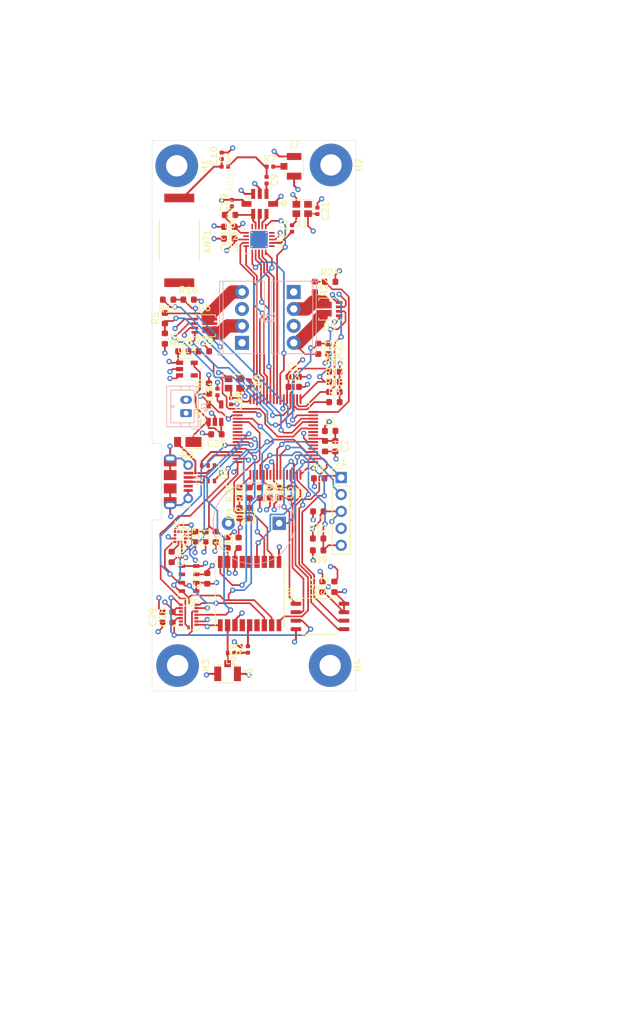
<source format=kicad_pcb>
(kicad_pcb (version 20171130) (host pcbnew "(5.1.2)-1")
  (title_block (title "PCB for Project Mach 1 flight computer") (date 2019-09-16) (company "Imperial College Space Society") (comment 1 "Richard Ibbotson, Medad Newman"))
  (layers (0 F.Cu signal) (1 GND.Cu power) (2 VCC.Cu power) (31 B.Cu signal) (34 B.Paste user hide) (35 F.Paste user hide) (36 B.SilkS user) (37 F.SilkS user hide) (38 B.Mask user hide) (39 F.Mask user hide) (44 Edge.Cuts user))
  (net 0 "")
  (net 1 GND)
  (net 2 +3V3)
  (net 3 "Net-(C2-Pad1)")
  (net 4 "Net-(C20-Pad2)")
  (net 5 "Net-(C20-Pad1)")
  (net 6 /MCU/XIN)
  (net 7 /MCU/XOUT)
  (net 8 "Net-(C89-Pad1)")
  (net 9 "Net-(C90-Pad1)")
  (net 10 /MCU/SWCLK)
  (net 11 /MCU/SWDIO)
  (net 12 /MCU/USB_DM)
  (net 13 /pyro_driver/FIRE_A)
  (net 14 /pyro_driver/FIRE_B)
  (net 15 /pyro_driver/FET_B)
  (net 16 /MCU/MCU_SCLK1)
  (net 17 /MCU/MCU_MISO1)
  (net 18 /MCU/MCU_MOSI1)
  (net 19 /MCU/MCU_NSEL1)
  (net 20 /gps/GPS_RXD)
  (net 21 /gps/GPS_1PPS)
  (net 22 /gps/GPS_NRES)
  (net 23 /gps/GPS_SDA)
  (net 24 /gps/GPS_SCL)
  (net 25 /gps/GPS_NSAFEBOOT)
  (net 26 /MCU/MCU_NSEL4)
  (net 27 /MCU/MCU_MISO4)
  (net 28 /MCU/MCU_MOSI4)
  (net 29 /MCU/MCU_SCLK4)
  (net 30 /sensors/ACCL_RDY)
  (net 31 /sensors/GYRO_RDY)
  (net 32 "Net-(C30-Pad1)")
  (net 33 "Net-(D1-Pad2)")
  (net 34 "Net-(D2-Pad2)")
  (net 35 /power_supply/USB_DM)
  (net 36 /pyro_driver/FET_A)
  (net 37 /pyro_driver/FIRE_C)
  (net 38 /pyro_driver/FIRE_D)
  (net 39 /pyro_driver/FET_C)
  (net 40 /pyro_driver/FET_D)
  (net 41 /MCU/LED_RED)
  (net 42 /MCU/LED_BLUE)
  (net 43 /sensors/MAG_RDY)
  (net 44 "Net-(C9-Pad2)")
  (net 45 "Net-(C34-Pad1)")
  (net 46 "Net-(C35-Pad1)")
  (net 47 Vdrive)
  (net 48 "Net-(C8-Pad1)")
  (net 49 "Net-(C9-Pad1)")
  (net 50 "Net-(J6-Pad1)")
  (net 51 "Net-(L8-Pad1)")
  (net 52 "Net-(R2-Pad2)")
  (net 53 "Net-(U2-Pad7)")
  (net 54 "Net-(U2-Pad8)")
  (net 55 VBUS)
  (net 56 "Net-(J2-Pad2)")
  (net 57 "Net-(J2-Pad3)")
  (net 58 "Net-(ANT1-Pad1)")
  (net 59 /MCU/BUZZER)
  (net 60 /MCU/MCU_PA04)
  (net 61 /MCU/MCU_PA05)
  (net 62 /MCU/MCU_PA06)
  (net 63 /MCU/MCU_PA07)
  (net 64 /MCU/MCU_PB08)
  (net 65 /MCU/MCU_PB11)
  (net 66 /MCU/MCU_PA12)
  (net 67 /MCU/MCU_PA13)
  (net 68 /MCU/GPS_RXD0)
  (net 69 /MCU/MCU_PB10)
  (net 70 "Net-(J7-Pad1)")
  (net 71 "Net-(J8-Pad1)")
  (net 72 "Net-(J8-Pad2)")
  (module MountingHole:MountingHole_3.2mm_M3_Pad (layer F.Cu) (at 119.126 61.468 270)
    (fp_text reference H2 (at 0 -4.2 90) (layer F.SilkS))
    (fp_text value MountingHole_Pad)
    (pad 1 thru_hole circle (at 0 0 270) (size 6.4 6.4) (drill 3.2) (layers *.Cu *.Mask) (net 1 GND))
  )
  (module Resistor_SMD:R_0603_1608Metric (layer F.Cu) (at 117.221 89.027 270)
    (fp_text reference R21 (at 0 -1.43 90) (layer F.SilkS))
    (fp_text value 100K)
    (pad 2 smd roundrect (at 0.7875 0 270) (size 0.875 0.95) (layers F.Cu F.Paste F.Mask) (net 39 /pyro_driver/FET_C))
    (pad 1 smd roundrect (at -0.7875 0 270) (size 0.875 0.95) (layers F.Cu F.Paste F.Mask) (net 62 /MCU/MCU_PA06))
  )
  (module Resistor_SMD:R_0603_1608Metric (layer F.Cu) (at 118.745 89.027 270)
    (fp_text reference R23 (at 0 -1.43 90) (layer F.SilkS))
    (fp_text value 27K)
    (pad 1 smd roundrect (at -0.7875 0 270) (size 0.875 0.95) (layers F.Cu F.Paste F.Mask) (net 62 /MCU/MCU_PA06))
    (pad 2 smd roundrect (at 0.7875 0 270) (size 0.875 0.95) (layers F.Cu F.Paste F.Mask) (net 1 GND))
  )
  (module Resistor_SMD:R_0603_1608Metric (layer F.Cu) (at 116.713 79.756 270)
    (fp_text reference R22 (at 0 -1.43 90) (layer F.SilkS))
    (fp_text value 100K)
    (pad 1 smd roundrect (at -0.7875 0 270) (size 0.875 0.95) (layers F.Cu F.Paste F.Mask) (net 63 /MCU/MCU_PA07))
    (pad 2 smd roundrect (at 0.7875 0 270) (size 0.875 0.95) (layers F.Cu F.Paste F.Mask) (net 40 /pyro_driver/FET_D))
  )
  (module Resistor_SMD:R_0603_1608Metric (layer F.Cu) (at 118.999 78.994)
    (fp_text reference R24 (at 0 -1.43) (layer F.SilkS))
    (fp_text value 27K)
    (pad 2 smd roundrect (at 0.7875 0) (size 0.875 0.95) (layers F.Cu F.Paste F.Mask) (net 1 GND))
    (pad 1 smd roundrect (at -0.7875 0) (size 0.875 0.95) (layers F.Cu F.Paste F.Mask) (net 63 /MCU/MCU_PA07))
  )
  (module Package_SO:Vishay_PowerPAK_1212-8_Dual (layer F.Cu) (at 118.9215 83.0855 180)
    (fp_text reference U5 (at 0 -2.7) (layer F.SilkS))
    (fp_text value Si7232DN)
    (pad 1 smd rect (at -1.435 -0.99 180) (size 0.99 0.405) (layers F.Cu F.Paste F.Mask) (net 1 GND))
    (pad 2 smd rect (at -1.435 -0.33 180) (size 0.99 0.405) (layers F.Cu F.Paste F.Mask) (net 37 /pyro_driver/FIRE_C))
    (pad 3 smd rect (at -1.435 0.33 180) (size 0.99 0.405) (layers F.Cu F.Paste F.Mask) (net 1 GND))
    (pad 4 smd rect (at -1.435 0.99 180) (size 0.99 0.405) (layers F.Cu F.Paste F.Mask) (net 38 /pyro_driver/FIRE_D))
    (pad 5 smd custom (at 0.5575 0.6075 180) (size 1.725 0.99) (layers F.Cu F.Paste F.Mask) (net 40 /pyro_driver/FET_D) (options (clearance outline) (anchor rect)) (primitives (gr_poly (pts (xy 0.6125 -0.495) (xy 1.3725 -0.495) (xy 1.3725 -0.09) (xy 0.8625 -0.09) (xy 0.8625 0.165) (xy 1.3725 0.165) (xy 1.3725 0.5875) (xy 0.6125 0.5875)) (width 0))))
    (pad 6 smd custom (at 0.5575 -0.6075 180) (size 1.725 0.99) (layers F.Cu F.Paste F.Mask) (net 39 /pyro_driver/FET_C) (options (clearance outline) (anchor rect)) (primitives (gr_poly (pts (xy 0.6125 0.495) (xy 1.3725 0.495) (xy 1.3725 0.09) (xy 0.8625 0.09) (xy 0.8625 -0.165) (xy 1.3725 -0.165) (xy 1.3725 -0.5875) (xy 0.6125 -0.5875)) (width 0))))
  )
  (module Package_QFP:TQFP-64_10x10mm_P0.5mm (layer F.Cu) (at 110.7965 102.255 180)
    (fp_text reference U11 (at 0 -7.35) (layer F.SilkS))
    (fp_text value ATSAML21J18B-AUT)
    (pad 1 smd roundrect (at -5.6625 -3.75 180) (size 1.475 0.3) (layers F.Cu F.Paste F.Mask) (net 59 /MCU/BUZZER))
    (pad 2 smd roundrect (at -5.6625 -3.25 180) (size 1.475 0.3) (layers F.Cu F.Paste F.Mask) (net 25 /gps/GPS_NSAFEBOOT))
    (pad 3 smd roundrect (at -5.6625 -2.75 180) (size 1.475 0.3) (layers F.Cu F.Paste F.Mask) (net 21 /gps/GPS_1PPS))
    (pad 4 smd roundrect (at -5.6625 -2.25 180) (size 1.475 0.3) (layers F.Cu F.Paste F.Mask) (net 22 /gps/GPS_NRES))
    (pad 5 smd roundrect (at -5.6625 -1.75 180) (size 1.475 0.3) (layers F.Cu F.Paste F.Mask))
    (pad 6 smd roundrect (at -5.6625 -1.25 180) (size 1.475 0.3) (layers F.Cu F.Paste F.Mask))
    (pad 7 smd roundrect (at -5.6625 -0.75 180) (size 1.475 0.3) (layers F.Cu F.Paste F.Mask) (net 1 GND))
    (pad 8 smd roundrect (at -5.6625 -0.25 180) (size 1.475 0.3) (layers F.Cu F.Paste F.Mask) (net 3 "Net-(C2-Pad1)"))
    (pad 9 smd roundrect (at -5.6625 0.25 180) (size 1.475 0.3) (layers F.Cu F.Paste F.Mask) (net 71 "Net-(J8-Pad1)"))
    (pad 10 smd roundrect (at -5.6625 0.75 180) (size 1.475 0.3) (layers F.Cu F.Paste F.Mask) (net 72 "Net-(J8-Pad2)"))
    (pad 11 smd roundrect (at -5.6625 1.25 180) (size 1.475 0.3) (layers F.Cu F.Paste F.Mask) (net 64 /MCU/MCU_PB08))
    (pad 12 smd roundrect (at -5.6625 1.75 180) (size 1.475 0.3) (layers F.Cu F.Paste F.Mask))
    (pad 13 smd roundrect (at -5.6625 2.25 180) (size 1.475 0.3) (layers F.Cu F.Paste F.Mask) (net 60 /MCU/MCU_PA04))
    (pad 14 smd roundrect (at -5.6625 2.75 180) (size 1.475 0.3) (layers F.Cu F.Paste F.Mask) (net 61 /MCU/MCU_PA05))
    (pad 15 smd roundrect (at -5.6625 3.25 180) (size 1.475 0.3) (layers F.Cu F.Paste F.Mask) (net 62 /MCU/MCU_PA06))
    (pad 16 smd roundrect (at -5.6625 3.75 180) (size 1.475 0.3) (layers F.Cu F.Paste F.Mask) (net 63 /MCU/MCU_PA07))
    (pad 17 smd roundrect (at -3.75 5.6625 180) (size 0.3 1.475) (layers F.Cu F.Paste F.Mask) (net 37 /pyro_driver/FIRE_C))
    (pad 18 smd roundrect (at -3.25 5.6625 180) (size 0.3 1.475) (layers F.Cu F.Paste F.Mask) (net 38 /pyro_driver/FIRE_D))
    (pad 19 smd roundrect (at -2.75 5.6625 180) (size 0.3 1.475) (layers F.Cu F.Paste F.Mask) (net 13 /pyro_driver/FIRE_A))
    (pad 20 smd roundrect (at -2.25 5.6625 180) (size 0.3 1.475) (layers F.Cu F.Paste F.Mask) (net 14 /pyro_driver/FIRE_B))
    (pad 21 smd roundrect (at -1.75 5.6625 180) (size 0.3 1.475) (layers F.Cu F.Paste F.Mask) (net 2 +3V3))
    (pad 22 smd roundrect (at -1.25 5.6625 180) (size 0.3 1.475) (layers F.Cu F.Paste F.Mask) (net 1 GND))
    (pad 23 smd roundrect (at -0.75 5.6625 180) (size 0.3 1.475) (layers F.Cu F.Paste F.Mask) (net 69 /MCU/MCU_PB10))
    (pad 24 smd roundrect (at -0.25 5.6625 180) (size 0.3 1.475) (layers F.Cu F.Paste F.Mask) (net 65 /MCU/MCU_PB11))
    (pad 25 smd roundrect (at 0.25 5.6625 180) (size 0.3 1.475) (layers F.Cu F.Paste F.Mask) (net 18 /MCU/MCU_MOSI1))
    (pad 26 smd roundrect (at 0.75 5.6625 180) (size 0.3 1.475) (layers F.Cu F.Paste F.Mask) (net 16 /MCU/MCU_SCLK1))
    (pad 27 smd roundrect (at 1.25 5.6625 180) (size 0.3 1.475) (layers F.Cu F.Paste F.Mask) (net 17 /MCU/MCU_MISO1))
    (pad 28 smd roundrect (at 1.75 5.6625 180) (size 0.3 1.475) (layers F.Cu F.Paste F.Mask) (net 19 /MCU/MCU_NSEL1))
    (pad 29 smd roundrect (at 2.25 5.6625 180) (size 0.3 1.475) (layers F.Cu F.Paste F.Mask) (net 66 /MCU/MCU_PA12))
    (pad 30 smd roundrect (at 2.75 5.6625 180) (size 0.3 1.475) (layers F.Cu F.Paste F.Mask) (net 67 /MCU/MCU_PA13))
    (pad 31 smd roundrect (at 3.25 5.6625 180) (size 0.3 1.475) (layers F.Cu F.Paste F.Mask) (net 6 /MCU/XIN))
    (pad 32 smd roundrect (at 3.75 5.6625 180) (size 0.3 1.475) (layers F.Cu F.Paste F.Mask) (net 7 /MCU/XOUT))
    (pad 33 smd roundrect (at 5.6625 3.75 180) (size 1.475 0.3) (layers F.Cu F.Paste F.Mask) (net 1 GND))
    (pad 34 smd roundrect (at 5.6625 3.25 180) (size 1.475 0.3) (layers F.Cu F.Paste F.Mask) (net 2 +3V3))
    (pad 35 smd roundrect (at 5.6625 2.75 180) (size 1.475 0.3) (layers F.Cu F.Paste F.Mask) (net 20 /gps/GPS_RXD))
    (pad 36 smd roundrect (at 5.6625 2.25 180) (size 1.475 0.3) (layers F.Cu F.Paste F.Mask) (net 68 /MCU/GPS_RXD0))
    (pad 37 smd roundrect (at 5.6625 1.75 180) (size 1.475 0.3) (layers F.Cu F.Paste F.Mask))
    (pad 38 smd roundrect (at 5.6625 1.25 180) (size 1.475 0.3) (layers F.Cu F.Paste F.Mask))
    (pad 39 smd roundrect (at 5.6625 0.75 180) (size 1.475 0.3) (layers F.Cu F.Paste F.Mask))
    (pad 40 smd roundrect (at 5.6625 0.25 180) (size 1.475 0.3) (layers F.Cu F.Paste F.Mask) (net 43 /sensors/MAG_RDY))
    (pad 41 smd roundrect (at 5.6625 -0.25 180) (size 1.475 0.3) (layers F.Cu F.Paste F.Mask) (net 30 /sensors/ACCL_RDY))
    (pad 42 smd roundrect (at 5.6625 -0.75 180) (size 1.475 0.3) (layers F.Cu F.Paste F.Mask) (net 31 /sensors/GYRO_RDY))
    (pad 43 smd roundrect (at 5.6625 -1.25 180) (size 1.475 0.3) (layers F.Cu F.Paste F.Mask) (net 23 /gps/GPS_SDA))
    (pad 44 smd roundrect (at 5.6625 -1.75 180) (size 1.475 0.3) (layers F.Cu F.Paste F.Mask) (net 24 /gps/GPS_SCL))
    (pad 45 smd roundrect (at 5.6625 -2.25 180) (size 1.475 0.3) (layers F.Cu F.Paste F.Mask) (net 12 /MCU/USB_DM))
    (pad 46 smd roundrect (at 5.6625 -2.75 180) (size 1.475 0.3) (layers F.Cu F.Paste F.Mask) (net 35 /power_supply/USB_DM))
    (pad 47 smd roundrect (at 5.6625 -3.25 180) (size 1.475 0.3) (layers F.Cu F.Paste F.Mask) (net 1 GND))
    (pad 48 smd roundrect (at 5.6625 -3.75 180) (size 1.475 0.3) (layers F.Cu F.Paste F.Mask) (net 2 +3V3))
    (pad 49 smd roundrect (at 3.75 -5.6625 180) (size 0.3 1.475) (layers F.Cu F.Paste F.Mask) (net 41 /MCU/LED_RED))
    (pad 50 smd roundrect (at 3.25 -5.6625 180) (size 0.3 1.475) (layers F.Cu F.Paste F.Mask) (net 42 /MCU/LED_BLUE))
    (pad 51 smd roundrect (at 2.75 -5.6625 180) (size 0.3 1.475) (layers F.Cu F.Paste F.Mask))
    (pad 52 smd roundrect (at 2.25 -5.6625 180) (size 0.3 1.475) (layers F.Cu F.Paste F.Mask) (net 8 "Net-(C89-Pad1)"))
    (pad 53 smd roundrect (at 1.75 -5.6625 180) (size 0.3 1.475) (layers F.Cu F.Paste F.Mask) (net 9 "Net-(C90-Pad1)"))
    (pad 54 smd roundrect (at 1.25 -5.6625 180) (size 0.3 1.475) (layers F.Cu F.Paste F.Mask) (net 1 GND))
    (pad 55 smd roundrect (at 0.75 -5.6625 180) (size 0.3 1.475) (layers F.Cu F.Paste F.Mask))
    (pad 56 smd roundrect (at 0.25 -5.6625 180) (size 0.3 1.475) (layers F.Cu F.Paste F.Mask) (net 2 +3V3))
    (pad 57 smd roundrect (at -0.25 -5.6625 180) (size 0.3 1.475) (layers F.Cu F.Paste F.Mask) (net 10 /MCU/SWCLK))
    (pad 58 smd roundrect (at -0.75 -5.6625 180) (size 0.3 1.475) (layers F.Cu F.Paste F.Mask) (net 11 /MCU/SWDIO))
    (pad 59 smd roundrect (at -1.25 -5.6625 180) (size 0.3 1.475) (layers F.Cu F.Paste F.Mask))
    (pad 60 smd roundrect (at -1.75 -5.6625 180) (size 0.3 1.475) (layers F.Cu F.Paste F.Mask))
    (pad 61 smd roundrect (at -2.25 -5.6625 180) (size 0.3 1.475) (layers F.Cu F.Paste F.Mask) (net 27 /MCU/MCU_MISO4))
    (pad 62 smd roundrect (at -2.75 -5.6625 180) (size 0.3 1.475) (layers F.Cu F.Paste F.Mask) (net 26 /MCU/MCU_NSEL4))
    (pad 63 smd roundrect (at -3.25 -5.6625 180) (size 0.3 1.475) (layers F.Cu F.Paste F.Mask) (net 28 /MCU/MCU_MOSI4))
    (pad 64 smd roundrect (at -3.75 -5.6625 180) (size 0.3 1.475) (layers F.Cu F.Paste F.Mask) (net 29 /MCU/MCU_SCLK4))
  )
  (module Package_SO:Vishay_PowerPAK_1212-8_Dual (layer F.Cu) (at 100.1535 85.5705)
    (fp_text reference U6 (at 0 -2.7) (layer F.SilkS))
    (fp_text value Si7232DN)
    (pad 6 smd custom (at 0.5575 -0.6075) (size 1.725 0.99) (layers F.Cu F.Paste F.Mask) (net 36 /pyro_driver/FET_A) (options (clearance outline) (anchor rect)) (primitives (gr_poly (pts (xy 0.6125 0.495) (xy 1.3725 0.495) (xy 1.3725 0.09) (xy 0.8625 0.09) (xy 0.8625 -0.165) (xy 1.3725 -0.165) (xy 1.3725 -0.5875) (xy 0.6125 -0.5875)) (width 0))))
    (pad 5 smd custom (at 0.5575 0.6075) (size 1.725 0.99) (layers F.Cu F.Paste F.Mask) (net 15 /pyro_driver/FET_B) (options (clearance outline) (anchor rect)) (primitives (gr_poly (pts (xy 0.6125 -0.495) (xy 1.3725 -0.495) (xy 1.3725 -0.09) (xy 0.8625 -0.09) (xy 0.8625 0.165) (xy 1.3725 0.165) (xy 1.3725 0.5875) (xy 0.6125 0.5875)) (width 0))))
    (pad 4 smd rect (at -1.435 0.99) (size 0.99 0.405) (layers F.Cu F.Paste F.Mask) (net 14 /pyro_driver/FIRE_B))
    (pad 3 smd rect (at -1.435 0.33) (size 0.99 0.405) (layers F.Cu F.Paste F.Mask) (net 1 GND))
    (pad 2 smd rect (at -1.435 -0.33) (size 0.99 0.405) (layers F.Cu F.Paste F.Mask) (net 13 /pyro_driver/FIRE_A))
    (pad 1 smd rect (at -1.435 -0.99) (size 0.99 0.405) (layers F.Cu F.Paste F.Mask) (net 1 GND))
  )
  (module Resistor_SMD:R_0603_1608Metric (layer F.Cu) (at 97.0025 89.408)
    (fp_text reference R28 (at 0 -1.43) (layer F.SilkS))
    (fp_text value 100K)
    (pad 2 smd roundrect (at 0.7875 0) (size 0.875 0.95) (layers F.Cu F.Paste F.Mask) (net 64 /MCU/MCU_PB08))
    (pad 1 smd roundrect (at -0.7875 0) (size 0.875 0.95) (layers F.Cu F.Paste F.Mask) (net 47 Vdrive))
  )
  (module Resistor_SMD:R_0603_1608Metric (layer F.Cu) (at 94.234 87.503 270)
    (fp_text reference R6 (at 0 -1.43 90) (layer F.SilkS))
    (fp_text value 27K)
    (pad 1 smd roundrect (at -0.7875 0 270) (size 0.875 0.95) (layers F.Cu F.Paste F.Mask) (net 60 /MCU/MCU_PA04))
    (pad 2 smd roundrect (at 0.7875 0 270) (size 0.875 0.95) (layers F.Cu F.Paste F.Mask) (net 1 GND))
  )
  (module Resistor_SMD:R_0603_1608Metric (layer F.Cu) (at 100.076 89.408)
    (fp_text reference R29 (at 0 -1.43) (layer F.SilkS))
    (fp_text value 100K)
    (pad 1 smd roundrect (at -0.7875 0) (size 0.875 0.95) (layers F.Cu F.Paste F.Mask) (net 64 /MCU/MCU_PB08))
    (pad 2 smd roundrect (at 0.7875 0) (size 0.875 0.95) (layers F.Cu F.Paste F.Mask) (net 1 GND))
  )
  (module Connector_PinHeader_2.54mm:PinHeader_1x05_P2.54mm_Vertical (layer F.Cu) (at 120.65 108.331)
    (fp_text reference J1 (at 0 -2.33) (layer F.SilkS))
    (fp_text value Conn_01x05)
    (pad 1 thru_hole rect (at 0 0) (size 1.7 1.7) (drill 1) (layers *.Cu *.Mask) (net 10 /MCU/SWCLK))
    (pad 2 thru_hole oval (at 0 2.54) (size 1.7 1.7) (drill 1) (layers *.Cu *.Mask) (net 11 /MCU/SWDIO))
    (pad 3 thru_hole oval (at 0 5.08) (size 1.7 1.7) (drill 1) (layers *.Cu *.Mask) (net 2 +3V3))
    (pad 4 thru_hole oval (at 0 7.62) (size 1.7 1.7) (drill 1) (layers *.Cu *.Mask) (net 1 GND))
    (pad 5 thru_hole oval (at 0 10.16) (size 1.7 1.7) (drill 1) (layers *.Cu *.Mask) (net 8 "Net-(C89-Pad1)"))
  )
  (module Resistor_SMD:R_0603_1608Metric (layer F.Cu) (at 94.7165 81.661 180)
    (fp_text reference R15 (at 0 -1.43) (layer F.SilkS))
    (fp_text value 100K)
    (pad 1 smd roundrect (at -0.7875 0 180) (size 0.875 0.95) (layers F.Cu F.Paste F.Mask) (net 61 /MCU/MCU_PA05))
    (pad 2 smd roundrect (at 0.7875 0 180) (size 0.875 0.95) (layers F.Cu F.Paste F.Mask) (net 15 /pyro_driver/FET_B))
  )
  (module Resistor_SMD:R_0603_1608Metric (layer F.Cu) (at 97.79 81.661)
    (fp_text reference R16 (at 0 -1.43) (layer F.SilkS))
    (fp_text value 27K)
    (pad 1 smd roundrect (at -0.7875 0) (size 0.875 0.95) (layers F.Cu F.Paste F.Mask) (net 61 /MCU/MCU_PA05))
    (pad 2 smd roundrect (at 0.7875 0) (size 0.875 0.95) (layers F.Cu F.Paste F.Mask) (net 1 GND))
  )
  (module Capacitor_SMD:C_0603_1608Metric (layer F.Cu) (at 113.538 93.218)
    (fp_text reference C1 (at 0 -1.43) (layer F.SilkS))
    (fp_text value 10uF)
    (pad 1 smd roundrect (at -0.7875 0) (size 0.875 0.95) (layers F.Cu F.Paste F.Mask) (net 2 +3V3))
    (pad 2 smd roundrect (at 0.7875 0) (size 0.875 0.95) (layers F.Cu F.Paste F.Mask) (net 1 GND))
  )
  (module Capacitor_SMD:C_0603_1608Metric (layer F.Cu) (at 113.538 94.742)
    (fp_text reference C3 (at 0 -1.43) (layer F.SilkS))
    (fp_text value 100nF)
    (pad 2 smd roundrect (at 0.7875 0) (size 0.875 0.95) (layers F.Cu F.Paste F.Mask) (net 1 GND))
    (pad 1 smd roundrect (at -0.7875 0) (size 0.875 0.95) (layers F.Cu F.Paste F.Mask) (net 2 +3V3))
  )
  (module Resistor_SMD:R_0603_1608Metric (layer F.Cu) (at 119.634 92.456)
    (fp_text reference R13 (at 0 -1.43) (layer F.SilkS))
    (fp_text value 3.3K)
    (pad 1 smd roundrect (at -0.7875 0) (size 0.875 0.95) (layers F.Cu F.Paste F.Mask) (net 14 /pyro_driver/FIRE_B))
    (pad 2 smd roundrect (at 0.7875 0) (size 0.875 0.95) (layers F.Cu F.Paste F.Mask) (net 1 GND))
  )
  (module Resistor_SMD:R_0603_1608Metric (layer F.Cu) (at 119.634 97.028)
    (fp_text reference R3 (at 0 -1.43) (layer F.SilkS))
    (fp_text value 3.3K)
    (pad 2 smd roundrect (at 0.7875 0) (size 0.875 0.95) (layers F.Cu F.Paste F.Mask) (net 1 GND))
    (pad 1 smd roundrect (at -0.7875 0) (size 0.875 0.95) (layers F.Cu F.Paste F.Mask) (net 13 /pyro_driver/FIRE_A))
  )
  (module Connector_JST:JST_PH_B2B-PH-K_1x02_P2.00mm_Vertical (layer B.Cu) (at 97.409 98.679 90)
    (fp_text reference J4 (at 1 2.9 270) (layer B.SilkS) (effects (justify mirror)))
    (fp_text value Conn_01x02)
    (pad 1 thru_hole roundrect (at 0 0 90) (size 1.2 1.75) (drill 0.75) (layers *.Cu *.Mask) (roundrect_rratio 0.208333) (net 47 Vdrive))
    (pad 2 thru_hole oval (at 2 0 90) (size 1.2 1.75) (drill 0.75) (layers *.Cu *.Mask) (net 1 GND))
  )
  (module Capacitor_SMD:C_0603_1608Metric (layer F.Cu) (at 100.838 94.996 90)
    (fp_text reference C36 (at 0 -1.43 90) (layer F.SilkS))
    (fp_text value 1uF)
    (pad 2 smd roundrect (at 0.7875 0 90) (size 0.875 0.95) (layers F.Cu F.Paste F.Mask) (net 1 GND))
    (pad 1 smd roundrect (at -0.7875 0 90) (size 0.875 0.95) (layers F.Cu F.Paste F.Mask) (net 2 +3V3))
  )
  (module Capacitor_SMD:C_0603_1608Metric (layer F.Cu) (at 101.9555 101.854 180)
    (fp_text reference C35 (at 0 -1.43) (layer F.SilkS))
    (fp_text value 1uF)
    (pad 1 smd roundrect (at -0.7875 0 180) (size 0.875 0.95) (layers F.Cu F.Paste F.Mask) (net 46 "Net-(C35-Pad1)"))
    (pad 2 smd roundrect (at 0.7875 0 180) (size 0.875 0.95) (layers F.Cu F.Paste F.Mask) (net 1 GND))
  )
  (module Capacitor_SMD:C_0402_1005Metric (layer F.Cu) (at 102.108 95.504 90)
    (fp_text reference C34 (at 0 -1.17 90) (layer F.SilkS))
    (fp_text value 10nF)
    (pad 2 smd roundrect (at 0.485 0 90) (size 0.59 0.64) (layers F.Cu F.Paste F.Mask) (net 1 GND))
    (pad 1 smd roundrect (at -0.485 0 90) (size 0.59 0.64) (layers F.Cu F.Paste F.Mask) (net 45 "Net-(C34-Pad1)"))
  )
  (module Package_TO_SOT_SMD:SOT-23-5 (layer F.Cu) (at 97.536 92.075)
    (fp_text reference U14 (at 0 -2.9) (layer F.SilkS))
    (fp_text value MAX40200AUK)
    (pad 5 smd rect (at 1.1 -0.95) (size 1.06 0.65) (layers F.Cu F.Paste F.Mask) (net 46 "Net-(C35-Pad1)"))
    (pad 4 smd rect (at 1.1 0.95) (size 1.06 0.65) (layers F.Cu F.Paste F.Mask))
    (pad 3 smd rect (at -1.1 0.95) (size 1.06 0.65) (layers F.Cu F.Paste F.Mask) (net 47 Vdrive))
    (pad 2 smd rect (at -1.1 0) (size 1.06 0.65) (layers F.Cu F.Paste F.Mask) (net 1 GND))
    (pad 1 smd rect (at -1.1 -0.95) (size 1.06 0.65) (layers F.Cu F.Paste F.Mask) (net 47 Vdrive))
  )
  (module Package_TO_SOT_SMD:TSOT-23-5 (layer F.Cu) (at 101.727 98.679 90)
    (fp_text reference U15 (at 0 -2.45 90) (layer F.SilkS))
    (fp_text value LD3985G33R_TSOT23)
    (pad 1 smd rect (at -1.31 -0.95 90) (size 1.22 0.65) (layers F.Cu F.Paste F.Mask) (net 46 "Net-(C35-Pad1)"))
    (pad 2 smd rect (at -1.31 0 90) (size 1.22 0.65) (layers F.Cu F.Paste F.Mask) (net 1 GND))
    (pad 3 smd rect (at -1.31 0.95 90) (size 1.22 0.65) (layers F.Cu F.Paste F.Mask) (net 46 "Net-(C35-Pad1)"))
    (pad 4 smd rect (at 1.31 0.95 90) (size 1.22 0.65) (layers F.Cu F.Paste F.Mask) (net 45 "Net-(C34-Pad1)"))
    (pad 5 smd rect (at 1.31 -0.95 90) (size 1.22 0.65) (layers F.Cu F.Paste F.Mask) (net 2 +3V3))
  )
  (module Resistor_SMD:R_0402_1005Metric (layer F.Cu) (at 109.982 61.722)
    (fp_text reference R7 (at 0 -1.17) (layer F.SilkS))
    (fp_text value NF)
    (pad 1 smd roundrect (at -0.485 0) (size 0.59 0.64) (layers F.Cu F.Paste F.Mask) (net 49 "Net-(C9-Pad1)"))
    (pad 2 smd roundrect (at 0.485 0) (size 0.59 0.64) (layers F.Cu F.Paste F.Mask) (net 70 "Net-(J7-Pad1)"))
  )
  (module Capacitor_SMD:C_0603_1608Metric (layer F.Cu) (at 103.886 70.739 180)
    (fp_text reference C22 (at 0 -1.43) (layer F.SilkS))
    (fp_text value 1uF)
    (pad 2 smd roundrect (at 0.7875 0 180) (size 0.875 0.95) (layers F.Cu F.Paste F.Mask) (net 1 GND))
    (pad 1 smd roundrect (at -0.7875 0 180) (size 0.875 0.95) (layers F.Cu F.Paste F.Mask) (net 2 +3V3))
  )
  (module Inductor_SMD:L_0603_1608Metric (layer F.Cu) (at 103.9875 68.961 180)
    (fp_text reference L8 (at 0 -1.43) (layer F.SilkS))
    (fp_text value 220nH)
    (pad 2 smd roundrect (at 0.7875 0 180) (size 0.875 0.95) (layers F.Cu F.Paste F.Mask) (net 2 +3V3))
    (pad 1 smd roundrect (at -0.7875 0 180) (size 0.875 0.95) (layers F.Cu F.Paste F.Mask) (net 51 "Net-(L8-Pad1)"))
  )
  (module Johanson_frontend:BALUN_0433BM41A0019E (layer F.Cu) (at 108.458 67.31 270)
    (fp_text reference U2 (at -1.27 -4.445 90) (layer F.SilkS) (effects (font (thickness 0.05))))
    (fp_text value 0433BM41A0019E (at -0.635 4.445 90) (layer F.SilkS) (effects (font (thickness 0.05))))
    (pad 1 smd rect (at 0 -2) (size 1.5 0.85) (layers F.Cu F.Paste F.Mask) (net 1 GND))
    (pad 5 smd rect (at 0 2) (size 1.5 0.85) (layers F.Cu F.Paste F.Mask) (net 1 GND))
    (pad 6 smd rect (at 1.5 1 270) (size 1.5 0.6) (layers F.Cu F.Paste F.Mask) (net 51 "Net-(L8-Pad1)"))
    (pad 8 smd rect (at 1.5 -1 270) (size 1.5 0.6) (layers F.Cu F.Paste F.Mask) (net 54 "Net-(U2-Pad8)"))
    (pad 7 smd rect (at 1.5 0 270) (size 1.5 0.6) (layers F.Cu F.Paste F.Mask) (net 53 "Net-(U2-Pad7)"))
    (pad 4 smd rect (at -1.5 1 270) (size 1.5 0.6) (layers F.Cu F.Paste F.Mask) (net 1 GND))
    (pad 2 smd rect (at -1.5 -1 270) (size 1.5 0.6) (layers F.Cu F.Paste F.Mask) (net 44 "Net-(C9-Pad2)"))
    (pad 3 smd rect (at -1.5 0 270) (size 1.5 0.6) (layers F.Cu F.Paste F.Mask) (net 1 GND))
  )
  (module Capacitor_SMD:C_0402_1005Metric (layer F.Cu) (at 109.474 63.754 270)
    (fp_text reference C9 (at 0 -1.17 90) (layer F.SilkS))
    (fp_text value 270pF)
    (pad 1 smd roundrect (at -0.485 0 270) (size 0.59 0.64) (layers F.Cu F.Paste F.Mask) (net 49 "Net-(C9-Pad1)"))
    (pad 2 smd roundrect (at 0.485 0 270) (size 0.59 0.64) (layers F.Cu F.Paste F.Mask) (net 44 "Net-(C9-Pad2)"))
  )
  (module Resistor_SMD:R_0402_1005Metric (layer F.Cu) (at 106.68 134.112 90)
    (fp_text reference R2 (at 0 -1.17 90) (layer F.SilkS))
    (fp_text value "10 Ohm")
    (pad 1 smd roundrect (at -0.485 0 90) (size 0.59 0.64) (layers F.Cu F.Paste F.Mask) (net 48 "Net-(C8-Pad1)"))
    (pad 2 smd roundrect (at 0.485 0 90) (size 0.59 0.64) (layers F.Cu F.Paste F.Mask) (net 52 "Net-(R2-Pad2)"))
  )
  (module Package_SO:SOIC-8_5.23x5.23mm_P1.27mm (layer F.Cu) (at 117.475 129.159)
    (fp_text reference U7 (at 0 -3.56) (layer F.SilkS))
    (fp_text value W74M64FV)
    (pad 1 smd roundrect (at -3.6 -1.905) (size 1.6 0.6) (layers F.Cu F.Paste F.Mask) (net 26 /MCU/MCU_NSEL4))
    (pad 2 smd roundrect (at -3.6 -0.635) (size 1.6 0.6) (layers F.Cu F.Paste F.Mask) (net 27 /MCU/MCU_MISO4))
    (pad 3 smd roundrect (at -3.6 0.635) (size 1.6 0.6) (layers F.Cu F.Paste F.Mask) (net 2 +3V3))
    (pad 4 smd roundrect (at -3.6 1.905) (size 1.6 0.6) (layers F.Cu F.Paste F.Mask) (net 1 GND))
    (pad 5 smd roundrect (at 3.6 1.905) (size 1.6 0.6) (layers F.Cu F.Paste F.Mask) (net 28 /MCU/MCU_MOSI4))
    (pad 6 smd roundrect (at 3.6 0.635) (size 1.6 0.6) (layers F.Cu F.Paste F.Mask) (net 29 /MCU/MCU_SCLK4))
    (pad 7 smd roundrect (at 3.6 -0.635) (size 1.6 0.6) (layers F.Cu F.Paste F.Mask) (net 2 +3V3))
    (pad 8 smd roundrect (at 3.6 -1.905) (size 1.6 0.6) (layers F.Cu F.Paste F.Mask) (net 2 +3V3))
  )
  (module BMI088:PQFN50P450X300X100-16N (layer F.Cu) (at 97.79 128.905 90)
    (fp_text reference U10 (at -0.457 -3.502 90) (layer F.SilkS) (effects (font (thickness 0.05))))
    (fp_text value BMI088 (at 0.178 3.265 90) (layer F.SilkS) (effects (font (thickness 0.05))))
    (pad 7 smd rect (at 1.5 -1.16) (size 0.58 0.35) (layers F.Cu F.Paste F.Mask) (net 2 +3V3))
    (pad 6 smd rect (at 1 -1.16) (size 0.58 0.35) (layers F.Cu F.Paste F.Mask) (net 1 GND))
    (pad 5 smd rect (at 0.5 -1.16) (size 0.58 0.35) (layers F.Cu F.Paste F.Mask))
    (pad 4 smd rect (at 0 -1.16) (size 0.58 0.35) (layers F.Cu F.Paste F.Mask) (net 1 GND))
    (pad 3 smd rect (at -0.5 -1.16) (size 0.58 0.35) (layers F.Cu F.Paste F.Mask) (net 2 +3V3))
    (pad 2 smd rect (at -1 -1.16) (size 0.58 0.35) (layers F.Cu F.Paste F.Mask))
    (pad 1 smd rect (at -1.5 -1.16) (size 0.58 0.35) (layers F.Cu F.Paste F.Mask))
    (pad 16 smd rect (at -1.91 0 90) (size 0.58 0.35) (layers F.Cu F.Paste F.Mask) (net 30 /sensors/ACCL_RDY))
    (pad 15 smd rect (at -1.5 1.16 180) (size 0.58 0.35) (layers F.Cu F.Paste F.Mask) (net 1 GND))
    (pad 14 smd rect (at -1 1.16 180) (size 0.58 0.35) (layers F.Cu F.Paste F.Mask) (net 2 +3V3))
    (pad 13 smd rect (at -0.5 1.16 180) (size 0.58 0.35) (layers F.Cu F.Paste F.Mask))
    (pad 12 smd rect (at 0 1.16 180) (size 0.58 0.35) (layers F.Cu F.Paste F.Mask) (net 31 /sensors/GYRO_RDY))
    (pad 11 smd rect (at 0.5 1.16 180) (size 0.58 0.35) (layers F.Cu F.Paste F.Mask) (net 2 +3V3))
    (pad 10 smd rect (at 1 1.16 180) (size 0.58 0.35) (layers F.Cu F.Paste F.Mask) (net 1 GND))
    (pad 9 smd rect (at 1.5 1.16 180) (size 0.58 0.35) (layers F.Cu F.Paste F.Mask) (net 23 /gps/GPS_SDA))
    (pad 8 smd rect (at 1.91 0 270) (size 0.58 0.35) (layers F.Cu F.Paste F.Mask) (net 24 /gps/GPS_SCL))
  )
  (module MountingHole:MountingHole_3.2mm_M3_Pad (layer F.Cu) (at 96.139 136.525 270)
    (fp_text reference H3 (at 0 -4.2 90) (layer F.SilkS))
    (fp_text value MountingHole_Pad)
    (pad 1 thru_hole circle (at 0 0 270) (size 6.4 6.4) (drill 3.2) (layers *.Cu *.Mask) (net 1 GND))
  )
  (module RF_GPS:ublox_MAX (layer F.Cu) (at 106.934 125.73 270)
    (fp_text reference U4 (at 0 -6 90) (layer F.SilkS))
    (fp_text value MAX-M8C)
    (pad 1 smd rect (at -4.75 -4.4 270) (size 1.8 0.7) (layers F.Cu F.Paste F.Mask) (net 1 GND))
    (pad 2 smd rect (at -4.75 -3.3 270) (size 1.8 0.8) (layers F.Cu F.Paste F.Mask) (net 68 /MCU/GPS_RXD0))
    (pad 3 smd rect (at -4.75 -2.2 270) (size 1.8 0.8) (layers F.Cu F.Paste F.Mask) (net 20 /gps/GPS_RXD))
    (pad 4 smd rect (at -4.75 -1.1 270) (size 1.8 0.8) (layers F.Cu F.Paste F.Mask) (net 21 /gps/GPS_1PPS))
    (pad 5 smd rect (at -4.75 0 270) (size 1.8 0.8) (layers F.Cu F.Paste F.Mask))
    (pad 6 smd rect (at -4.75 1.1 270) (size 1.8 0.8) (layers F.Cu F.Paste F.Mask))
    (pad 7 smd rect (at -4.75 2.2 270) (size 1.8 0.8) (layers F.Cu F.Paste F.Mask) (net 2 +3V3))
    (pad 8 smd rect (at -4.75 3.3 270) (size 1.8 0.8) (layers F.Cu F.Paste F.Mask) (net 2 +3V3))
    (pad 9 smd rect (at -4.75 4.4 270) (size 1.8 0.7) (layers F.Cu F.Paste F.Mask) (net 22 /gps/GPS_NRES))
    (pad 10 smd rect (at 4.75 4.4 270) (size 1.8 0.7) (layers F.Cu F.Paste F.Mask) (net 1 GND))
    (pad 11 smd rect (at 4.75 3.3 270) (size 1.8 0.8) (layers F.Cu F.Paste F.Mask) (net 50 "Net-(J6-Pad1)"))
    (pad 12 smd rect (at 4.75 2.2 270) (size 1.8 0.8) (layers F.Cu F.Paste F.Mask) (net 1 GND))
    (pad 13 smd rect (at 4.75 1.1 270) (size 1.8 0.8) (layers F.Cu F.Paste F.Mask))
    (pad 14 smd rect (at 4.75 0 270) (size 1.8 0.8) (layers F.Cu F.Paste F.Mask) (net 52 "Net-(R2-Pad2)"))
    (pad 15 smd rect (at 4.75 -1.1 270) (size 1.8 0.8) (layers F.Cu F.Paste F.Mask))
    (pad 16 smd rect (at 4.75 -2.2 270) (size 1.8 0.8) (layers F.Cu F.Paste F.Mask) (net 23 /gps/GPS_SDA))
    (pad 17 smd rect (at 4.75 -3.3 270) (size 1.8 0.8) (layers F.Cu F.Paste F.Mask) (net 24 /gps/GPS_SCL))
    (pad 18 smd rect (at 4.75 -4.4 270) (size 1.8 0.7) (layers F.Cu F.Paste F.Mask) (net 25 /gps/GPS_NSAFEBOOT))
  )
  (module Buzzer_Beeper:Buzzer_12x9.5RM7.6 (layer B.Cu) (at 111.359 115.189 180)
    (fp_text reference BZ1 (at 1.27 3.81 180) (layer B.SilkS) (effects (justify mirror)))
    (fp_text value Buzzer)
    (fp_text user + (at -0.01 2.54 180) (layer B.SilkS) (effects (justify mirror)))
    (pad 1 thru_hole rect (at 0 0 180) (size 2 2) (drill 1) (layers *.Cu *.Mask) (net 59 /MCU/BUZZER))
    (pad 2 thru_hole circle (at 7.6 0 180) (size 2 2) (drill 1) (layers *.Cu *.Mask) (net 1 GND))
  )
  (module Capacitor_SMD:C_0603_1608Metric (layer F.Cu) (at 119.761 103.632 270)
    (fp_text reference C2 (at 0 -1.43 90) (layer F.SilkS))
    (fp_text value 10uF)
    (pad 1 smd roundrect (at -0.7875 0 270) (size 0.875 0.95) (layers F.Cu F.Paste F.Mask) (net 3 "Net-(C2-Pad1)"))
    (pad 2 smd roundrect (at 0.7875 0 270) (size 0.875 0.95) (layers F.Cu F.Paste F.Mask) (net 1 GND))
  )
  (module Capacitor_SMD:C_0603_1608Metric (layer F.Cu) (at 118.237 103.632 270)
    (fp_text reference C4 (at 0 -1.43 90) (layer F.SilkS))
    (fp_text value 100nF)
    (pad 2 smd roundrect (at 0.7875 0 270) (size 0.875 0.95) (layers F.Cu F.Paste F.Mask) (net 1 GND))
    (pad 1 smd roundrect (at -0.7875 0 270) (size 0.875 0.95) (layers F.Cu F.Paste F.Mask) (net 3 "Net-(C2-Pad1)"))
  )
  (module Capacitor_SMD:C_0603_1608Metric (layer F.Cu) (at 113.03 110.617 270)
    (fp_text reference C5 (at 0 -1.43 90) (layer F.SilkS))
    (fp_text value 10uF)
    (pad 1 smd roundrect (at -0.7875 0 270) (size 0.875 0.95) (layers F.Cu F.Paste F.Mask) (net 2 +3V3))
    (pad 2 smd roundrect (at 0.7875 0 270) (size 0.875 0.95) (layers F.Cu F.Paste F.Mask) (net 1 GND))
  )
  (module Capacitor_SMD:C_0603_1608Metric (layer F.Cu) (at 111.506 110.617 270)
    (fp_text reference C6 (at 0 -1.43 90) (layer F.SilkS))
    (fp_text value 100nF)
    (pad 2 smd roundrect (at 0.7875 0 270) (size 0.875 0.95) (layers F.Cu F.Paste F.Mask) (net 1 GND))
    (pad 1 smd roundrect (at -0.7875 0 270) (size 0.875 0.95) (layers F.Cu F.Paste F.Mask) (net 2 +3V3))
  )
  (module Capacitor_SMD:C_0603_1608Metric (layer F.Cu) (at 109.982 110.617 270)
    (fp_text reference C90 (at 0 -1.43 90) (layer F.SilkS))
    (fp_text value 1uF)
    (pad 1 smd roundrect (at -0.7875 0 270) (size 0.875 0.95) (layers F.Cu F.Paste F.Mask) (net 9 "Net-(C90-Pad1)"))
    (pad 2 smd roundrect (at 0.7875 0 270) (size 0.875 0.95) (layers F.Cu F.Paste F.Mask) (net 1 GND))
  )
  (module Capacitor_SMD:C_0603_1608Metric (layer F.Cu) (at 108.458 110.617 270)
    (fp_text reference C91 (at 0 -1.43 90) (layer F.SilkS))
    (fp_text value 100nF)
    (pad 2 smd roundrect (at 0.7875 0 270) (size 0.875 0.95) (layers F.Cu F.Paste F.Mask) (net 1 GND))
    (pad 1 smd roundrect (at -0.7875 0 270) (size 0.875 0.95) (layers F.Cu F.Paste F.Mask) (net 9 "Net-(C90-Pad1)"))
  )
  (module Capacitor_SMD:C_0603_1608Metric (layer F.Cu) (at 119.634 124.714 90)
    (fp_text reference C92 (at 0 -1.43 90) (layer F.SilkS))
    (fp_text value 10uF)
    (pad 1 smd roundrect (at -0.7875 0 90) (size 0.875 0.95) (layers F.Cu F.Paste F.Mask) (net 2 +3V3))
    (pad 2 smd roundrect (at 0.7875 0 90) (size 0.875 0.95) (layers F.Cu F.Paste F.Mask) (net 1 GND))
  )
  (module Capacitor_SMD:C_0603_1608Metric (layer F.Cu) (at 117.856 124.714 90)
    (fp_text reference C93 (at 0 -1.43 90) (layer F.SilkS))
    (fp_text value 100nF)
    (pad 2 smd roundrect (at 0.7875 0 90) (size 0.875 0.95) (layers F.Cu F.Paste F.Mask) (net 1 GND))
    (pad 1 smd roundrect (at -0.7875 0 90) (size 0.875 0.95) (layers F.Cu F.Paste F.Mask) (net 2 +3V3))
  )
  (module LED_SMD:LED_0603_1608Metric (layer F.Cu) (at 105.41 113.665 90)
    (fp_text reference D1 (at 0 -1.43 90) (layer F.SilkS))
    (fp_text value RED_LED)
    (pad 1 smd roundrect (at -0.7875 0 90) (size 0.875 0.95) (layers F.Cu F.Paste F.Mask) (net 1 GND))
    (pad 2 smd roundrect (at 0.7875 0 90) (size 0.875 0.95) (layers F.Cu F.Paste F.Mask) (net 33 "Net-(D1-Pad2)"))
  )
  (module LED_SMD:LED_0603_1608Metric (layer F.Cu) (at 106.934 113.665 90)
    (fp_text reference D2 (at 0 -1.43 90) (layer F.SilkS))
    (fp_text value BLUE_LED)
    (pad 2 smd roundrect (at 0.7875 0 90) (size 0.875 0.95) (layers F.Cu F.Paste F.Mask) (net 34 "Net-(D2-Pad2)"))
    (pad 1 smd roundrect (at -0.7875 0 90) (size 0.875 0.95) (layers F.Cu F.Paste F.Mask) (net 1 GND))
  )
  (module MountingHole:MountingHole_3.2mm_M3_Pad (layer F.Cu) (at 96.012 61.595 270)
    (fp_text reference H1 (at 0 -4.2 90) (layer F.SilkS))
    (fp_text value MountingHole_Pad)
    (pad 1 thru_hole circle (at 0 0 270) (size 6.4 6.4) (drill 3.2) (layers *.Cu *.Mask) (net 1 GND))
  )
  (module MountingHole:MountingHole_3.2mm_M3_Pad (layer F.Cu) (at 118.999 136.525 270)
    (fp_text reference H4 (at 0 -4.2 90) (layer F.SilkS))
    (fp_text value MountingHole_Pad)
    (pad 1 thru_hole circle (at 0 0 270) (size 6.4 6.4) (drill 3.2) (layers *.Cu *.Mask) (net 1 GND))
  )
  (module Inductor_SMD:L_0603_1608Metric (layer F.Cu) (at 118.999 101.346)
    (fp_text reference L1 (at 0 -1.43) (layer F.SilkS))
    (fp_text value L_Core_Ferrite)
    (pad 1 smd roundrect (at -0.7875 0) (size 0.875 0.95) (layers F.Cu F.Paste F.Mask) (net 2 +3V3))
    (pad 2 smd roundrect (at 0.7875 0) (size 0.875 0.95) (layers F.Cu F.Paste F.Mask) (net 3 "Net-(C2-Pad1)"))
  )
  (module Resistor_SMD:R_0603_1608Metric (layer F.Cu) (at 105.41 110.617 90)
    (fp_text reference R25 (at 0 -1.43 90) (layer F.SilkS))
    (fp_text value 1K)
    (pad 2 smd roundrect (at 0.7875 0 90) (size 0.875 0.95) (layers F.Cu F.Paste F.Mask) (net 41 /MCU/LED_RED))
    (pad 1 smd roundrect (at -0.7875 0 90) (size 0.875 0.95) (layers F.Cu F.Paste F.Mask) (net 33 "Net-(D1-Pad2)"))
  )
  (module Resistor_SMD:R_0603_1608Metric (layer F.Cu) (at 106.934 110.617 90)
    (fp_text reference R26 (at 0 -1.43 90) (layer F.SilkS))
    (fp_text value 1K)
    (pad 1 smd roundrect (at -0.7875 0 90) (size 0.875 0.95) (layers F.Cu F.Paste F.Mask) (net 34 "Net-(D2-Pad2)"))
    (pad 2 smd roundrect (at 0.7875 0 90) (size 0.875 0.95) (layers F.Cu F.Paste F.Mask) (net 42 /MCU/LED_BLUE))
  )
  (module Package_LGA:LGA-8_3x5mm_P1.25mm (layer F.Cu) (at 97.858 123.474 180)
    (fp_text reference U8 (at 0 -3.65) (layer F.SilkS))
    (fp_text value MS5607-02BA)
    (pad 4 smd rect (at -1.075 1.875 180) (size 0.95 0.55) (layers F.Cu F.Paste F.Mask) (net 1 GND))
    (pad 1 smd rect (at -1.075 -1.875 180) (size 0.95 0.55) (layers F.Cu F.Paste F.Mask) (net 2 +3V3))
    (pad 2 smd rect (at -1.075 -0.625 180) (size 0.95 0.55) (layers F.Cu F.Paste F.Mask) (net 2 +3V3))
    (pad 3 smd rect (at -1.075 0.625 180) (size 0.95 0.55) (layers F.Cu F.Paste F.Mask) (net 1 GND))
    (pad 8 smd rect (at 1.075 -1.875 180) (size 0.95 0.55) (layers F.Cu F.Paste F.Mask) (net 24 /gps/GPS_SCL))
    (pad 7 smd rect (at 1.075 -0.625 180) (size 0.95 0.55) (layers F.Cu F.Paste F.Mask) (net 23 /gps/GPS_SDA))
    (pad 6 smd rect (at 1.075 0.625 180) (size 0.95 0.55) (layers F.Cu F.Paste F.Mask))
    (pad 5 smd rect (at 1.075 1.875 180) (size 0.95 0.55) (layers F.Cu F.Paste F.Mask) (net 1 GND))
  )
  (module Capacitor_SMD:C_0402_1005Metric (layer F.Cu) (at 105.664 134.112 90)
    (fp_text reference C8 (at 0 -1.17 90) (layer F.SilkS))
    (fp_text value 10nF)
    (pad 1 smd roundrect (at -0.485 0 90) (size 0.59 0.64) (layers F.Cu F.Paste F.Mask) (net 48 "Net-(C8-Pad1)"))
    (pad 2 smd roundrect (at 0.485 0 90) (size 0.59 0.64) (layers F.Cu F.Paste F.Mask) (net 1 GND))
  )
  (module Connector_Coaxial:U.FL_Hirose_U.FL-R-SMT-1_Vertical (layer F.Cu) (at 103.632 137.287 270)
    (fp_text reference J6 (at 0.475 -3.2 90) (layer F.SilkS))
    (fp_text value Conn_Coaxial)
    (pad 2 smd rect (at 0.475 1.475 270) (size 2.2 1.05) (layers F.Cu F.Paste F.Mask) (net 1 GND))
    (pad 1 smd rect (at -1.05 0 270) (size 1.05 1) (layers F.Cu F.Paste F.Mask) (net 50 "Net-(J6-Pad1)"))
    (pad 2 smd rect (at 0.475 -1.475 270) (size 2.2 1.05) (layers F.Cu F.Paste F.Mask) (net 1 GND))
  )
  (module Resistor_SMD:R_0402_1005Metric (layer F.Cu) (at 104.14 134.62 180)
    (fp_text reference L2 (at 0 -1.17) (layer F.SilkS))
    (fp_text value 27nH)
    (pad 2 smd roundrect (at 0.485 0 180) (size 0.59 0.64) (layers F.Cu F.Paste F.Mask) (net 50 "Net-(J6-Pad1)"))
    (pad 1 smd roundrect (at -0.485 0 180) (size 0.59 0.64) (layers F.Cu F.Paste F.Mask) (net 48 "Net-(C8-Pad1)"))
  )
  (module Package_SO:TSOP-6_1.65x3.05mm_P0.95mm (layer F.Cu) (at 100.711 107.696 270)
    (fp_text reference U9 (at 0 -2.45 90) (layer F.SilkS))
    (fp_text value STF202-22T1G)
    (pad 6 smd rect (at 1.16 -0.95 270) (size 0.7 0.51) (layers F.Cu F.Paste F.Mask) (net 1 GND))
    (pad 5 smd rect (at 1.16 0 270) (size 0.7 0.51) (layers F.Cu F.Paste F.Mask) (net 56 "Net-(J2-Pad2)"))
    (pad 4 smd rect (at 1.16 0.95 270) (size 0.7 0.51) (layers F.Cu F.Paste F.Mask) (net 57 "Net-(J2-Pad3)"))
    (pad 3 smd rect (at -1.16 0.95 270) (size 0.7 0.51) (layers F.Cu F.Paste F.Mask) (net 12 /MCU/USB_DM))
    (pad 2 smd rect (at -1.16 0 270) (size 0.7 0.51) (layers F.Cu F.Paste F.Mask) (net 35 /power_supply/USB_DM))
    (pad 1 smd rect (at -1.16 -0.95 270) (size 0.7 0.51) (layers F.Cu F.Paste F.Mask) (net 55 VBUS))
  )
  (module Capacitor_SMD:C_0603_1608Metric (layer F.Cu) (at 103.632 118.0845 90)
    (fp_text reference C11 (at 0 -1.43 90) (layer F.SilkS))
    (fp_text value 100nF)
    (pad 2 smd roundrect (at 0.7875 0 90) (size 0.875 0.95) (layers F.Cu F.Paste F.Mask) (net 1 GND))
    (pad 1 smd roundrect (at -0.7875 0 90) (size 0.875 0.95) (layers F.Cu F.Paste F.Mask) (net 2 +3V3))
  )
  (module Capacitor_SMD:C_0603_1608Metric (layer F.Cu) (at 105.283 118.11 90)
    (fp_text reference C12 (at 0 -1.43 90) (layer F.SilkS))
    (fp_text value 10uF)
    (pad 1 smd roundrect (at -0.7875 0 90) (size 0.875 0.95) (layers F.Cu F.Paste F.Mask) (net 2 +3V3))
    (pad 2 smd roundrect (at 0.7875 0 90) (size 0.875 0.95) (layers F.Cu F.Paste F.Mask) (net 1 GND))
  )
  (module Capacitor_SMD:C_0603_1608Metric (layer F.Cu) (at 95.377 129.286 90)
    (fp_text reference C28 (at 0 -1.43 90) (layer F.SilkS))
    (fp_text value 100nF)
    (pad 2 smd roundrect (at 0.7875 0 90) (size 0.875 0.95) (layers F.Cu F.Paste F.Mask) (net 1 GND))
    (pad 1 smd roundrect (at -0.7875 0 90) (size 0.875 0.95) (layers F.Cu F.Paste F.Mask) (net 2 +3V3))
  )
  (module Capacitor_SMD:C_0603_1608Metric (layer F.Cu) (at 93.853 129.286 90)
    (fp_text reference C29 (at 0 -1.43 90) (layer F.SilkS))
    (fp_text value 100nF)
    (pad 2 smd roundrect (at 0.7875 0 90) (size 0.875 0.95) (layers F.Cu F.Paste F.Mask) (net 1 GND))
    (pad 1 smd roundrect (at -0.7875 0 90) (size 0.875 0.95) (layers F.Cu F.Paste F.Mask) (net 2 +3V3))
  )
  (module Capacitor_SMD:C_0603_1608Metric (layer F.Cu) (at 101.854 117.221 90)
    (fp_text reference C31 (at 0 -1.43 90) (layer F.SilkS))
    (fp_text value 100nF)
    (pad 1 smd roundrect (at -0.7875 0 90) (size 0.875 0.95) (layers F.Cu F.Paste F.Mask) (net 1 GND))
    (pad 2 smd roundrect (at 0.7875 0 90) (size 0.875 0.95) (layers F.Cu F.Paste F.Mask) (net 2 +3V3))
  )
  (module Capacitor_SMD:C_0603_1608Metric (layer F.Cu) (at 98.806 117.221 90)
    (fp_text reference C32 (at 0 -1.43 90) (layer F.SilkS))
    (fp_text value 10uF)
    (pad 2 smd roundrect (at 0.7875 0 90) (size 0.875 0.95) (layers F.Cu F.Paste F.Mask) (net 2 +3V3))
    (pad 1 smd roundrect (at -0.7875 0 90) (size 0.875 0.95) (layers F.Cu F.Paste F.Mask) (net 1 GND))
  )
  (module Capacitor_SMD:C_0603_1608Metric (layer F.Cu) (at 100.33 117.221 90)
    (fp_text reference C33 (at 0 -1.43 90) (layer F.SilkS))
    (fp_text value 100nF)
    (pad 1 smd roundrect (at -0.7875 0 90) (size 0.875 0.95) (layers F.Cu F.Paste F.Mask) (net 1 GND))
    (pad 2 smd roundrect (at 0.7875 0 90) (size 0.875 0.95) (layers F.Cu F.Paste F.Mask) (net 2 +3V3))
  )
  (module Capacitor_SMD:C_0603_1608Metric (layer F.Cu) (at 100.584 123.467 90)
    (fp_text reference C77 (at 0 -1.43 90) (layer F.SilkS))
    (fp_text value 220nF)
    (pad 1 smd roundrect (at -0.7875 0 90) (size 0.875 0.95) (layers F.Cu F.Paste F.Mask) (net 2 +3V3))
    (pad 2 smd roundrect (at 0.7875 0 90) (size 0.875 0.95) (layers F.Cu F.Paste F.Mask) (net 1 GND))
  )
  (module Capacitor_SMD:C_0603_1608Metric (layer F.Cu) (at 117.221 113.411 180)
    (fp_text reference C7 (at 0 -1.43) (layer F.SilkS))
    (fp_text value 100nF)
    (pad 2 smd roundrect (at 0.7875 0 180) (size 0.875 0.95) (layers F.Cu F.Paste F.Mask) (net 1 GND))
    (pad 1 smd roundrect (at -0.7875 0 180) (size 0.875 0.95) (layers F.Cu F.Paste F.Mask) (net 2 +3V3))
  )
  (module Capacitor_SMD:C_0402_1005Metric (layer F.Cu) (at 102.743 60.094 90)
    (fp_text reference C10 (at 0 -1.17 90) (layer F.SilkS))
    (fp_text value NF)
    (pad 1 smd roundrect (at -0.485 0 90) (size 0.59 0.64) (layers F.Cu F.Paste F.Mask) (net 58 "Net-(ANT1-Pad1)"))
    (pad 2 smd roundrect (at 0.485 0 90) (size 0.59 0.64) (layers F.Cu F.Paste F.Mask) (net 1 GND))
  )
  (module Capacitor_SMD:C_0402_1005Metric (layer F.Cu) (at 104.267 67.183 90)
    (fp_text reference C19 (at 0 -1.17 90) (layer F.SilkS))
    (fp_text value 270pf)
    (pad 1 smd roundrect (at -0.485 0 90) (size 0.59 0.64) (layers F.Cu F.Paste F.Mask) (net 2 +3V3))
    (pad 2 smd roundrect (at 0.485 0 90) (size 0.59 0.64) (layers F.Cu F.Paste F.Mask) (net 1 GND))
  )
  (module Capacitor_SMD:C_0402_1005Metric (layer F.Cu) (at 113.284 70.993 90)
    (fp_text reference C20 (at 0 -1.17 90) (layer F.SilkS))
    (fp_text value 10nF)
    (pad 2 smd roundrect (at 0.485 0 90) (size 0.59 0.64) (layers F.Cu F.Paste F.Mask) (net 4 "Net-(C20-Pad2)"))
    (pad 1 smd roundrect (at -0.485 0 90) (size 0.59 0.64) (layers F.Cu F.Paste F.Mask) (net 5 "Net-(C20-Pad1)"))
  )
  (module Capacitor_SMD:C_0402_1005Metric (layer F.Cu) (at 117.094 68.349 270)
    (fp_text reference C21 (at 0 -1.17 90) (layer F.SilkS))
    (fp_text value 33nF)
    (pad 2 smd roundrect (at 0.485 0 270) (size 0.59 0.64) (layers F.Cu F.Paste F.Mask) (net 2 +3V3))
    (pad 1 smd roundrect (at -0.485 0 270) (size 0.59 0.64) (layers F.Cu F.Paste F.Mask) (net 1 GND))
  )
  (module Capacitor_SMD:C_0603_1608Metric (layer F.Cu) (at 103.886 72.517 180)
    (fp_text reference C23 (at 0 -1.43) (layer F.SilkS))
    (fp_text value 100nF)
    (pad 1 smd roundrect (at -0.7875 0 180) (size 0.875 0.95) (layers F.Cu F.Paste F.Mask) (net 2 +3V3))
    (pad 2 smd roundrect (at 0.7875 0 180) (size 0.875 0.95) (layers F.Cu F.Paste F.Mask) (net 1 GND))
  )
  (module Capacitor_SMD:C_0402_1005Metric (layer F.Cu) (at 106.934 94.257 270)
    (fp_text reference C86 (at 0 -1.17 90) (layer F.SilkS))
    (fp_text value 15pF)
    (pad 1 smd roundrect (at -0.485 0 270) (size 0.59 0.64) (layers F.Cu F.Paste F.Mask) (net 6 /MCU/XIN))
    (pad 2 smd roundrect (at 0.485 0 270) (size 0.59 0.64) (layers F.Cu F.Paste F.Mask) (net 1 GND))
  )
  (module Capacitor_SMD:C_0402_1005Metric (layer F.Cu) (at 104.14 96.878 270)
    (fp_text reference C88 (at 0 -1.17 90) (layer F.SilkS))
    (fp_text value 15pF)
    (pad 1 smd roundrect (at -0.485 0 270) (size 0.59 0.64) (layers F.Cu F.Paste F.Mask) (net 7 /MCU/XOUT))
    (pad 2 smd roundrect (at 0.485 0 270) (size 0.59 0.64) (layers F.Cu F.Paste F.Mask) (net 1 GND))
  )
  (module Capacitor_SMD:C_0603_1608Metric (layer F.Cu) (at 117.1955 119.253 180)
    (fp_text reference C89 (at 0 -1.43) (layer F.SilkS))
    (fp_text value 100nF)
    (pad 1 smd roundrect (at -0.7875 0 180) (size 0.875 0.95) (layers F.Cu F.Paste F.Mask) (net 8 "Net-(C89-Pad1)"))
    (pad 2 smd roundrect (at 0.7875 0 180) (size 0.875 0.95) (layers F.Cu F.Paste F.Mask) (net 1 GND))
  )
  (module Diode_SMD:D_PowerDI-123 (layer F.Cu) (at 97.663 102.997 180)
    (fp_text reference D3 (at 0 -2) (layer F.SilkS))
    (fp_text value DFLS130L)
    (pad 2 smd rect (at 1.525 0) (size 1.05 1.5) (layers F.Cu F.Paste F.Mask) (net 55 VBUS))
    (pad 1 smd rect (at -0.85 0) (size 2.4 1.5) (layers F.Cu F.Paste F.Mask) (net 46 "Net-(C35-Pad1)"))
  )
  (module Connector_Coaxial:U.FL_Hirose_U.FL-R-SMT-1_Vertical (layer F.Cu) (at 113.124 61.673)
    (fp_text reference J7 (at 0.475 -3.2) (layer F.SilkS))
    (fp_text value Conn_Coaxial)
    (pad 2 smd rect (at 0.475 1.475) (size 2.2 1.05) (layers F.Cu F.Paste F.Mask) (net 1 GND))
    (pad 1 smd rect (at -1.05 0) (size 1.05 1) (layers F.Cu F.Paste F.Mask) (net 70 "Net-(J7-Pad1)"))
    (pad 2 smd rect (at 0.475 -1.475) (size 2.2 1.05) (layers F.Cu F.Paste F.Mask) (net 1 GND))
  )
  (module Inductor_SMD:L_0402_1005Metric (layer F.Cu) (at 103.228 61.722)
    (fp_text reference L3 (at 0 -1.17) (layer F.SilkS))
    (fp_text value 0R)
    (pad 1 smd roundrect (at -0.485 0) (size 0.59 0.64) (layers F.Cu F.Paste F.Mask) (net 58 "Net-(ANT1-Pad1)"))
    (pad 2 smd roundrect (at 0.485 0) (size 0.59 0.64) (layers F.Cu F.Paste F.Mask) (net 49 "Net-(C9-Pad1)"))
  )
  (module Resistor_SMD:R_0603_1608Metric (layer F.Cu) (at 117.348 108.458)
    (fp_text reference R1 (at 0 -1.43) (layer F.SilkS))
    (fp_text value 1K)
    (pad 1 smd roundrect (at -0.7875 0) (size 0.875 0.95) (layers F.Cu F.Paste F.Mask) (net 2 +3V3))
    (pad 2 smd roundrect (at 0.7875 0) (size 0.875 0.95) (layers F.Cu F.Paste F.Mask) (net 10 /MCU/SWCLK))
  )
  (module Resistor_SMD:R_0603_1608Metric (layer F.Cu) (at 94.234 84.455 90)
    (fp_text reference R5 (at 0 -1.43 90) (layer F.SilkS))
    (fp_text value 100K)
    (pad 2 smd roundrect (at 0.7875 0 90) (size 0.875 0.95) (layers F.Cu F.Paste F.Mask) (net 36 /pyro_driver/FET_A))
    (pad 1 smd roundrect (at -0.7875 0 90) (size 0.875 0.95) (layers F.Cu F.Paste F.Mask) (net 60 /MCU/MCU_PA04))
  )
  (module Resistor_SMD:R_0603_1608Metric (layer F.Cu) (at 117.1955 117.475)
    (fp_text reference R12 (at 0 -1.43) (layer F.SilkS))
    (fp_text value 1K)
    (pad 2 smd roundrect (at 0.7875 0) (size 0.875 0.95) (layers F.Cu F.Paste F.Mask) (net 8 "Net-(C89-Pad1)"))
    (pad 1 smd roundrect (at -0.7875 0) (size 0.875 0.95) (layers F.Cu F.Paste F.Mask) (net 2 +3V3))
  )
  (module Resistor_SMD:R_0603_1608Metric (layer F.Cu) (at 119.634 93.98)
    (fp_text reference R17 (at 0 -1.43) (layer F.SilkS))
    (fp_text value 3.3K)
    (pad 2 smd roundrect (at 0.7875 0) (size 0.875 0.95) (layers F.Cu F.Paste F.Mask) (net 1 GND))
    (pad 1 smd roundrect (at -0.7875 0) (size 0.875 0.95) (layers F.Cu F.Paste F.Mask) (net 37 /pyro_driver/FIRE_C))
  )
  (module Resistor_SMD:R_0603_1608Metric (layer F.Cu) (at 119.634 95.504)
    (fp_text reference R18 (at 0 -1.43) (layer F.SilkS))
    (fp_text value 3.3K)
    (pad 1 smd roundrect (at -0.7875 0) (size 0.875 0.95) (layers F.Cu F.Paste F.Mask) (net 38 /pyro_driver/FIRE_D))
    (pad 2 smd roundrect (at 0.7875 0) (size 0.875 0.95) (layers F.Cu F.Paste F.Mask) (net 1 GND))
  )
  (module Package_DFN_QFN:QFN-20-1EP_4x4mm_P0.5mm_EP2.6x2.6mm_ThermalVias (layer F.Cu) (at 108.331 72.644 270)
    (fp_text reference U3 (at 0 -3.3 90) (layer F.SilkS))
    (fp_text value Si4463)
    (pad 20 smd roundrect (at -1 -1.925 270) (size 0.25 0.85) (layers F.Cu F.Paste F.Mask))
    (pad 19 smd roundrect (at -0.5 -1.925 270) (size 0.25 0.85) (layers F.Cu F.Paste F.Mask))
    (pad 18 smd roundrect (at 0 -1.925 270) (size 0.25 0.85) (layers F.Cu F.Paste F.Mask) (net 1 GND))
    (pad 17 smd roundrect (at 0.5 -1.925 270) (size 0.25 0.85) (layers F.Cu F.Paste F.Mask) (net 5 "Net-(C20-Pad1)"))
    (pad 16 smd roundrect (at 1 -1.925 270) (size 0.25 0.85) (layers F.Cu F.Paste F.Mask))
    (pad 15 smd roundrect (at 1.925 -1 270) (size 0.85 0.25) (layers F.Cu F.Paste F.Mask) (net 19 /MCU/MCU_NSEL1))
    (pad 14 smd roundrect (at 1.925 -0.5 270) (size 0.85 0.25) (layers F.Cu F.Paste F.Mask) (net 18 /MCU/MCU_MOSI1))
    (pad 13 smd roundrect (at 1.925 0 270) (size 0.85 0.25) (layers F.Cu F.Paste F.Mask) (net 17 /MCU/MCU_MISO1))
    (pad 12 smd roundrect (at 1.925 0.5 270) (size 0.85 0.25) (layers F.Cu F.Paste F.Mask) (net 16 /MCU/MCU_SCLK1))
    (pad 11 smd roundrect (at 1.925 1 270) (size 0.85 0.25) (layers F.Cu F.Paste F.Mask) (net 69 /MCU/MCU_PB10))
    (pad 10 smd roundrect (at 1 1.925 270) (size 0.25 0.85) (layers F.Cu F.Paste F.Mask) (net 66 /MCU/MCU_PA12))
    (pad 9 smd roundrect (at 0.5 1.925 270) (size 0.25 0.85) (layers F.Cu F.Paste F.Mask) (net 67 /MCU/MCU_PA13))
    (pad 8 smd roundrect (at 0 1.925 270) (size 0.25 0.85) (layers F.Cu F.Paste F.Mask) (net 2 +3V3))
    (pad 7 smd roundrect (at -0.5 1.925 270) (size 0.25 0.85) (layers F.Cu F.Paste F.Mask))
    (pad 6 smd roundrect (at -1 1.925 270) (size 0.25 0.85) (layers F.Cu F.Paste F.Mask) (net 2 +3V3))
    (pad 5 smd roundrect (at -1.925 1 270) (size 0.85 0.25) (layers F.Cu F.Paste F.Mask))
    (pad 4 smd roundrect (at -1.925 0.5 270) (size 0.85 0.25) (layers F.Cu F.Paste F.Mask) (net 51 "Net-(L8-Pad1)"))
    (pad 3 smd roundrect (at -1.925 0 270) (size 0.85 0.25) (layers F.Cu F.Paste F.Mask) (net 53 "Net-(U2-Pad7)"))
    (pad 2 smd roundrect (at -1.925 -0.5 270) (size 0.85 0.25) (layers F.Cu F.Paste F.Mask) (net 54 "Net-(U2-Pad8)"))
    (pad 1 smd roundrect (at -1.925 -1 270) (size 0.85 0.25) (layers F.Cu F.Paste F.Mask) (net 65 /MCU/MCU_PB11))
    (pad 21 smd roundrect (at 0 0 270) (size 2.6 2.6) (layers B.Cu) (roundrect_rratio 0.096154) (net 1 GND))
    (pad 21 thru_hole circle (at 1.05 1.05 270) (size 0.5 0.5) (drill 0.2) (layers *.Cu) (net 1 GND))
    (pad 21 thru_hole circle (at -1.05 1.05 270) (size 0.5 0.5) (drill 0.2) (layers *.Cu) (net 1 GND))
    (pad 21 thru_hole circle (at 1.05 -1.05 270) (size 0.5 0.5) (drill 0.2) (layers *.Cu) (net 1 GND))
    (pad 21 thru_hole circle (at -1.05 -1.05 270) (size 0.5 0.5) (drill 0.2) (layers *.Cu) (net 1 GND))
    (pad 21 smd roundrect (at 0 0 270) (size 2.6 2.6) (layers F.Cu F.Mask) (roundrect_rratio 0.096154) (net 1 GND))
  )
  (module Crystal:Crystal_SMD_2520-4Pin_2.5x2.0mm (layer F.Cu) (at 114.808 68.072 180)
    (fp_text reference X1 (at 0 -2.2) (layer F.SilkS))
    (fp_text value TM-32.000-AF3-33-S-Oscillator)
    (pad 4 smd rect (at -0.875 -0.7 180) (size 1.15 1) (layers F.Cu F.Paste F.Mask) (net 2 +3V3))
    (pad 3 smd rect (at 0.875 -0.7 180) (size 1.15 1) (layers F.Cu F.Paste F.Mask) (net 4 "Net-(C20-Pad2)"))
    (pad 2 smd rect (at 0.875 0.7 180) (size 1.15 1) (layers F.Cu F.Paste F.Mask) (net 1 GND))
    (pad 1 smd rect (at -0.875 0.7 180) (size 1.15 1) (layers F.Cu F.Paste F.Mask))
  )
  (module Crystal:Crystal_SMD_2520-4Pin_2.5x2.0mm (layer F.Cu) (at 104.648 94.234 180)
    (fp_text reference Y3 (at 0 -2.2) (layer F.SilkS))
    (fp_text value 16MHz)
    (pad 1 smd rect (at -0.875 0.7 180) (size 1.15 1) (layers F.Cu F.Paste F.Mask) (net 6 /MCU/XIN))
    (pad 2 smd rect (at 0.875 0.7 180) (size 1.15 1) (layers F.Cu F.Paste F.Mask) (net 1 GND))
    (pad 3 smd rect (at 0.875 -0.7 180) (size 1.15 1) (layers F.Cu F.Paste F.Mask) (net 7 /MCU/XOUT))
    (pad 4 smd rect (at -0.875 -0.7 180) (size 1.15 1) (layers F.Cu F.Paste F.Mask) (net 1 GND))
  )
  (module Capacitor_SMD:C_0603_1608Metric (layer F.Cu) (at 95.25 120.2435 270)
    (fp_text reference C30 (at 0 -1.43 90) (layer F.SilkS))
    (fp_text value 220nF)
    (pad 1 smd roundrect (at -0.7875 0 270) (size 0.875 0.95) (layers F.Cu F.Paste F.Mask) (net 32 "Net-(C30-Pad1)"))
    (pad 2 smd roundrect (at 0.7875 0 270) (size 0.875 0.95) (layers F.Cu F.Paste F.Mask) (net 1 GND))
  )
  (module Package_LGA:LGA-12_2x2mm_P0.5mm (layer F.Cu) (at 96.52 117.221)
    (fp_text reference U1 (at 0 -1.85) (layer F.SilkS))
    (fp_text value IIS2MDC)
    (pad 2 smd rect (at -0.7625 -0.25) (size 0.375 0.35) (layers F.Cu F.Paste F.Mask))
    (pad 3 smd rect (at -0.7625 0.25) (size 0.375 0.35) (layers F.Cu F.Paste F.Mask) (net 2 +3V3))
    (pad 9 smd rect (at 0.7625 -0.25) (size 0.375 0.35) (layers F.Cu F.Paste F.Mask) (net 2 +3V3))
    (pad 8 smd rect (at 0.7625 0.25) (size 0.375 0.35) (layers F.Cu F.Paste F.Mask) (net 1 GND))
    (pad 4 smd rect (at -0.7625 0.75) (size 0.375 0.35) (layers F.Cu F.Paste F.Mask) (net 23 /gps/GPS_SDA))
    (pad 7 smd rect (at 0.7625 0.75) (size 0.375 0.35) (layers F.Cu F.Paste F.Mask) (net 43 /sensors/MAG_RDY))
    (pad 1 smd rect (at -0.7625 -0.75) (size 0.375 0.35) (layers F.Cu F.Paste F.Mask) (net 24 /gps/GPS_SCL))
    (pad 10 smd rect (at 0.7625 -0.75) (size 0.375 0.35) (layers F.Cu F.Paste F.Mask) (net 2 +3V3))
    (pad 5 smd rect (at -0.25 0.7625 90) (size 0.375 0.35) (layers F.Cu F.Paste F.Mask) (net 32 "Net-(C30-Pad1)"))
    (pad 6 smd rect (at 0.25 0.7625 90) (size 0.375 0.35) (layers F.Cu F.Paste F.Mask) (net 1 GND))
    (pad 11 smd rect (at 0.25 -0.7625 90) (size 0.375 0.35) (layers F.Cu F.Paste F.Mask))
    (pad 12 smd rect (at -0.25 -0.7625 90) (size 0.375 0.35) (layers F.Cu F.Paste F.Mask))
  )
  (module flight-computer:TerminalBlock_TE_282834-4_1x04_P2.54mm_Horizontal (layer B.Cu) (at 105.791 88.138 90)
    (fp_text reference J3 (at 3.81 4.37 270) (layer B.SilkS) (effects (justify mirror)))
    (fp_text value Screw_Terminal_01x04)
    (pad 4 thru_hole circle (at 7.62 0 90) (size 2.1 2.1) (drill 1.1) (layers *.Cu *.Mask) (net 36 /pyro_driver/FET_A))
    (pad 3 thru_hole circle (at 5.08 0 90) (size 2.1 2.1) (drill 1.1) (layers *.Cu *.Mask) (net 47 Vdrive))
    (pad 2 thru_hole circle (at 2.54 0 90) (size 2.1 2.1) (drill 1.1) (layers *.Cu *.Mask) (net 15 /pyro_driver/FET_B))
    (pad 1 thru_hole rect (at 0 0 90) (size 2.1 2.1) (drill 1.1) (layers *.Cu *.Mask) (net 47 Vdrive))
  )
  (module flight-computer:TerminalBlock_TE_282834-4_1x04_P2.54mm_Horizontal (layer B.Cu) (at 113.538 80.518 270)
    (fp_text reference J5 (at 3.81 4.37 270) (layer B.SilkS) (effects (justify mirror)))
    (fp_text value Screw_Terminal_01x04)
    (pad 1 thru_hole rect (at 0 0 270) (size 2.1 2.1) (drill 1.1) (layers *.Cu *.Mask) (net 47 Vdrive))
    (pad 2 thru_hole circle (at 2.54 0 270) (size 2.1 2.1) (drill 1.1) (layers *.Cu *.Mask) (net 40 /pyro_driver/FET_D))
    (pad 3 thru_hole circle (at 5.08 0 270) (size 2.1 2.1) (drill 1.1) (layers *.Cu *.Mask) (net 47 Vdrive))
    (pad 4 thru_hole circle (at 7.62 0 270) (size 2.1 2.1) (drill 1.1) (layers *.Cu *.Mask) (net 39 /pyro_driver/FET_C))
  )
  (module flight-computer:Yageo434 (layer F.Cu) (at 96.393 72.771 270)
    (fp_text reference ANT1 (at 0.15748 -4.21894 90) (layer F.SilkS))
    (fp_text value Yageo434)
    (pad 2 smd roundrect (at 6.35 0 270) (size 1.3 4.5) (layers F.Cu F.Paste F.Mask) (roundrect_rratio 0.083))
    (pad 1 smd roundrect (at -6.35 0 270) (size 1.3 4.5) (layers F.Cu F.Paste F.Mask) (roundrect_rratio 0.083) (net 58 "Net-(ANT1-Pad1)"))
  )
  (module flight-computer:USB_Micro-B_Molex-105017-0001 (layer F.Cu) (at 96.266 108.966 270)
    (fp_text reference J2 (at 0 -3.1125 90) (layer F.SilkS))
    (fp_text value USB_B_Micro)
    (pad 6 smd rect (at 1 1.2375 270) (size 1.5 1.9) (layers F.Cu F.Paste F.Mask) (net 1 GND))
    (pad 6 thru_hole circle (at -2.5 -1.4625 270) (size 1.45 1.45) (drill 0.85) (layers *.Cu *.Mask) (net 1 GND))
    (pad 2 smd rect (at -0.65 -1.4625 270) (size 0.4 1.35) (layers F.Cu F.Paste F.Mask) (net 56 "Net-(J2-Pad2)"))
    (pad 1 smd rect (at -1.3 -1.4625 270) (size 0.4 1.35) (layers F.Cu F.Paste F.Mask) (net 55 VBUS))
    (pad 5 smd rect (at 1.3 -1.4625 270) (size 0.4 1.35) (layers F.Cu F.Paste F.Mask) (net 1 GND))
    (pad 4 smd rect (at 0.65 -1.4625 270) (size 0.4 1.35) (layers F.Cu F.Paste F.Mask))
    (pad 3 smd rect (at 0 -1.4625 270) (size 0.4 1.35) (layers F.Cu F.Paste F.Mask) (net 57 "Net-(J2-Pad3)"))
    (pad 6 thru_hole circle (at 2.5 -1.4625 270) (size 1.45 1.45) (drill 0.85) (layers *.Cu *.Mask) (net 1 GND))
    (pad 6 smd rect (at -1 1.2375 270) (size 1.5 1.9) (layers F.Cu F.Paste F.Mask) (net 1 GND))
    (pad 6 thru_hole oval (at -3.5 1.2375 90) (size 1.2 1.9) (drill oval 0.6 1.3) (layers *.Cu *.Mask) (net 1 GND))
    (pad 6 thru_hole oval (at 3.5 1.2375 270) (size 1.2 1.9) (drill oval 0.6 1.3) (layers *.Cu *.Mask) (net 1 GND))
    (pad 6 smd rect (at 2.9 1.2375 270) (size 1.2 1.9) (layers F.Cu F.Mask) (net 1 GND))
    (pad 6 smd rect (at -2.9 1.2375 270) (size 1.2 1.9) (layers F.Cu F.Mask) (net 1 GND))
  )
  (gr_line (start 92.329 140.335) (end 92.329 114.681) (layer Edge.Cuts) (width 0.05))
  (gr_line (start 92.456 103.251) (end 92.329 103.251) (layer Edge.Cuts) (width 0.05))
  (gr_line (start 92.329 97.155) (end 92.329 103.251) (layer Edge.Cuts) (width 0.05))
  (gr_line (start 92.456 114.681) (end 92.329 114.681) (layer Edge.Cuts) (width 0.05))
  (gr_line (start 93.726 114.681) (end 93.726 114.046) (layer Edge.Cuts) (width 0.05))
  (gr_line (start 122.809 140.335) (end 92.329 140.335) (layer Edge.Cuts) (width 0.05))
  (gr_line (start 93.726 114.046) (end 93.726 112.141) (layer Edge.Cuts) (width 0.05))
  (gr_line (start 122.809 57.785) (end 122.809 140.335) (layer Edge.Cuts) (width 0.05))
  (gr_line (start 122.809 57.785) (end 92.329 57.785) (layer Edge.Cuts) (width 0.05))
  (gr_line (start 92.329 57.785) (end 92.329 97.155) (layer Edge.Cuts) (width 0.05))
  (gr_line (start 93.726 103.251) (end 92.456 103.251) (layer Edge.Cuts) (width 0.05))
  (gr_line (start 93.726 112.141) (end 93.726 103.251) (layer Edge.Cuts) (width 0.05))
  (gr_line (start 92.456 114.681) (end 93.726 114.681) (layer Edge.Cuts) (width 0.05))
  (via (at 106.807 137.922) (size 0.8) (drill 0.4) (layers F.Cu B.Cu) (net 1))
  (segment (start 105.107 137.762) (end 106.647 137.762) (width 0.2933) (layer F.Cu) (net 1))
  (segment (start 106.647 137.762) (end 106.807 137.922) (width 0.2933) (layer F.Cu) (net 1))
  (segment (start 105.029 130.775) (end 104.734 130.48) (width 0.2933) (layer F.Cu) (net 1))
  (segment (start 97.7285 110.266) (end 97.7285 111.466) (width 0.2933) (layer F.Cu) (net 1))
  (segment (start 95.0285 109.966) (end 95.0285 111.866) (width 0.2933) (layer F.Cu) (net 1))
  (segment (start 95.0285 107.966) (end 95.0285 106.066) (width 0.2933) (layer F.Cu) (net 1))
  (segment (start 103.7845 117.4495) (end 103.632 117.297) (width 0.25) (layer F.Cu) (net 1))
  (segment (start 100.451 122.849) (end 100.584 122.982) (width 0.25) (layer F.Cu) (net 1))
  (segment (start 98.933 122.849) (end 100.451 122.849) (width 0.25) (layer F.Cu) (net 1))
  (segment (start 96.783 121.599) (end 96.983 121.599) (width 0.25) (layer F.Cu) (net 1))
  (segment (start 98.95 127.905) (end 100.583987 127.905) (width 0.25) (layer F.Cu) (net 1))
  (via (at 100.596653 127.892334) (size 0.8) (drill 0.4) (layers F.Cu B.Cu) (net 1))
  (segment (start 100.583987 127.905) (end 100.596653 127.892334) (width 0.25) (layer F.Cu) (net 1))
  (segment (start 118.237 104.4195) (end 119.761 104.4195) (width 0.25) (layer F.Cu) (net 1))
  (via (at 119.888 105.537) (size 0.8) (drill 0.4) (layers F.Cu B.Cu) (net 1))
  (segment (start 119.761 104.4195) (end 119.761 105.41) (width 0.25) (layer F.Cu) (net 1))
  (segment (start 119.761 105.41) (end 119.888 105.537) (width 0.25) (layer F.Cu) (net 1))
  (segment (start 105.283 117.3225) (end 105.283 116.078) (width 0.25) (layer F.Cu) (net 1))
  (via (at 105.537 115.824) (size 0.8) (drill 0.4) (layers F.Cu B.Cu) (net 1))
  (segment (start 105.461 114.5035) (end 105.41 114.4525) (width 0.25) (layer F.Cu) (net 1))
  (segment (start 106.934 114.4525) (end 105.41 114.4525) (width 0.25) (layer F.Cu) (net 1))
  (via (at 100.584 130.683) (size 0.8) (drill 0.4) (layers F.Cu B.Cu) (net 1))
  (segment (start 98.95 130.405) (end 100.306 130.405) (width 0.25) (layer F.Cu) (net 1))
  (segment (start 100.306 130.405) (end 100.584 130.683) (width 0.25) (layer F.Cu) (net 1))
  (via (at 111.379 118.745) (size 0.8) (drill 0.4) (layers F.Cu B.Cu) (net 1))
  (segment (start 111.334 120.98) (end 111.334 118.79) (width 0.2933) (layer F.Cu) (net 1))
  (segment (start 111.334 118.79) (end 111.379 118.745) (width 0.2933) (layer F.Cu) (net 1))
  (via (at 100.457 137.922) (size 0.8) (drill 0.4) (layers F.Cu B.Cu) (net 1))
  (segment (start 102.157 137.762) (end 100.617 137.762) (width 0.2933) (layer F.Cu) (net 1))
  (segment (start 100.617 137.762) (end 100.457 137.922) (width 0.2933) (layer F.Cu) (net 1))
  (segment (start 110.458 67.31) (end 110.49 67.31) (width 0.2933) (layer F.Cu) (net 1))
  (via (at 110.617 59.436) (size 0.8) (drill 0.4) (layers F.Cu B.Cu) (net 1))
  (segment (start 113.345 60.198) (end 111.379 60.198) (width 0.2933) (layer F.Cu) (net 1))
  (segment (start 111.379 60.198) (end 110.617 59.436) (width 0.2933) (layer F.Cu) (net 1))
  (via (at 111.633 66.167) (size 0.8) (drill 0.4) (layers F.Cu B.Cu) (net 1))
  (segment (start 110.49 67.31) (end 111.633 66.167) (width 0.2933) (layer F.Cu) (net 1))
  (segment (start 105.846 66.698) (end 106.458 67.31) (width 0.2933) (layer F.Cu) (net 1))
  (segment (start 104.267 66.698) (end 105.846 66.698) (width 0.2933) (layer F.Cu) (net 1))
  (via (at 102.743 66.802) (size 0.8) (drill 0.4) (layers F.Cu B.Cu) (net 1))
  (via (at 113.411 65.913) (size 0.8) (drill 0.4) (layers F.Cu B.Cu) (net 1))
  (segment (start 113.933 67.372) (end 113.933 66.435) (width 0.25) (layer F.Cu) (net 1))
  (segment (start 113.933 66.435) (end 113.411 65.913) (width 0.25) (layer F.Cu) (net 1))
  (via (at 104.394 58.928) (size 0.8) (drill 0.4) (layers F.Cu B.Cu) (net 1))
  (segment (start 102.743 59.609) (end 103.713 59.609) (width 0.2933) (layer F.Cu) (net 1))
  (segment (start 103.713 59.609) (end 104.394 58.928) (width 0.2933) (layer F.Cu) (net 1))
  (segment (start 96.7285 105.466) (end 97.7285 106.466) (width 0.2933) (layer B.Cu) (net 1))
  (segment (start 95.0285 105.466) (end 96.7285 105.466) (width 0.2933) (layer B.Cu) (net 1))
  (segment (start 96.7285 112.466) (end 97.7285 111.466) (width 0.2933) (layer B.Cu) (net 1))
  (segment (start 95.0285 112.466) (end 96.7285 112.466) (width 0.2933) (layer B.Cu) (net 1))
  (segment (start 117.094 67.864) (end 117.094 67.183) (width 0.25) (layer F.Cu) (net 1))
  (segment (start 117.094 67.183) (end 117.729 66.548) (width 0.25) (layer F.Cu) (net 1))
  (via (at 113.665 132.969) (size 0.8) (drill 0.4) (layers F.Cu B.Cu) (net 1))
  (segment (start 113.875 131.064) (end 113.875 132.759) (width 0.2933) (layer F.Cu) (net 1))
  (segment (start 113.875 132.759) (end 113.665 132.969) (width 0.2933) (layer F.Cu) (net 1))
  (via (at 100.329998 121.158) (size 0.8) (drill 0.4) (layers F.Cu B.Cu) (net 1))
  (segment (start 98.933 121.599) (end 99.888998 121.599) (width 0.25) (layer F.Cu) (net 1))
  (segment (start 99.888998 121.599) (end 100.329998 121.158) (width 0.25) (layer F.Cu) (net 1))
  (segment (start 100.787 130.48) (end 100.584 130.683) (width 0.25) (layer F.Cu) (net 1))
  (segment (start 95.7835 128.905) (end 95.377 128.4985) (width 0.25) (layer F.Cu) (net 1))
  (segment (start 96.63 128.905) (end 95.7835 128.905) (width 0.25) (layer F.Cu) (net 1))
  (via (at 100.076 119.507) (size 0.8) (drill 0.4) (layers F.Cu B.Cu) (net 1))
  (segment (start 100.33 118.0085) (end 100.33 119.253) (width 0.25) (layer F.Cu) (net 1))
  (segment (start 100.33 119.253) (end 100.076 119.507) (width 0.25) (layer F.Cu) (net 1))
  (via (at 101.727 119.38) (size 0.8) (drill 0.4) (layers F.Cu B.Cu) (net 1))
  (segment (start 101.854 118.0085) (end 101.854 119.253) (width 0.25) (layer F.Cu) (net 1))
  (segment (start 101.854 119.253) (end 101.727 119.38) (width 0.25) (layer F.Cu) (net 1))
  (segment (start 96.783 121.599) (end 98.933 121.599) (width 0.25) (layer F.Cu) (net 1))
  (segment (start 98.2685 117.471) (end 98.806 118.0085) (width 0.25) (layer F.Cu) (net 1))
  (segment (start 97.2825 117.471) (end 98.2685 117.471) (width 0.25) (layer F.Cu) (net 1))
  (via (at 116.459 120.777) (size 0.8) (drill 0.4) (layers F.Cu B.Cu) (net 1))
  (segment (start 116.408 119.253) (end 116.408 120.726) (width 0.25) (layer F.Cu) (net 1))
  (segment (start 116.408 120.726) (end 116.459 120.777) (width 0.25) (layer F.Cu) (net 1))
  (via (at 99.867952 101.667353) (size 0.8) (drill 0.4) (layers F.Cu B.Cu) (net 1))
  (segment (start 101.168 101.854) (end 100.054599 101.854) (width 0.25) (layer F.Cu) (net 1))
  (segment (start 100.054599 101.854) (end 99.867952 101.667353) (width 0.25) (layer F.Cu) (net 1))
  (segment (start 108.458 113.174063) (end 108.475783 113.191846) (width 0.25) (layer F.Cu) (net 1))
  (segment (start 108.458 111.4045) (end 108.458 113.174063) (width 0.25) (layer F.Cu) (net 1))
  (via (at 108.475783 113.191846) (size 0.8) (drill 0.4) (layers F.Cu B.Cu) (net 1))
  (segment (start 101.661 108.856) (end 101.661 108.761) (width 0.25) (layer F.Cu) (net 1))
  (segment (start 101.661 108.761) (end 102.666544 107.755456) (width 0.25) (layer F.Cu) (net 1))
  (via (at 102.666544 107.59495) (size 0.8) (drill 0.4) (layers F.Cu B.Cu) (net 1))
  (segment (start 102.666544 107.755456) (end 102.666544 107.59495) (width 0.25) (layer F.Cu) (net 1))
  (segment (start 109.5465 107.9175) (end 109.5465 106.705485) (width 0.25) (layer F.Cu) (net 1))
  (segment (start 109.5465 106.705485) (end 109.532869 106.691854) (width 0.25) (layer F.Cu) (net 1))
  (via (at 109.532869 106.691854) (size 0.8) (drill 0.4) (layers F.Cu B.Cu) (net 1))
  (via (at 115.0343 101.691905) (size 0.8) (drill 0.4) (layers F.Cu B.Cu) (net 1))
  (segment (start 115.0343 102.4178) (end 115.0343 101.691905) (width 0.25) (layer F.Cu) (net 1))
  (segment (start 116.459 103.005) (end 115.6215 103.005) (width 0.25) (layer F.Cu) (net 1))
  (segment (start 115.6215 103.005) (end 115.0343 102.4178) (width 0.25) (layer F.Cu) (net 1))
  (segment (start 114.3255 93.218) (end 115.697 93.218) (width 0.25) (layer F.Cu) (net 1))
  (segment (start 114.3255 94.742) (end 114.681 94.742) (width 0.25) (layer F.Cu) (net 1))
  (via (at 111.907918 98.012353) (size 0.8) (drill 0.4) (layers F.Cu B.Cu) (net 1))
  (segment (start 112.0465 96.5925) (end 112.0465 97.873771) (width 0.25) (layer F.Cu) (net 1))
  (segment (start 112.0465 97.873771) (end 111.907918 98.012353) (width 0.25) (layer F.Cu) (net 1))
  (segment (start 100.838 94.2085) (end 100.838 92.987379) (width 0.25) (layer F.Cu) (net 1))
  (via (at 100.814621 92.964) (size 0.8) (drill 0.4) (layers F.Cu B.Cu) (net 1))
  (segment (start 100.838 92.987379) (end 100.814621 92.964) (width 0.25) (layer F.Cu) (net 1))
  (segment (start 103.698 93.534) (end 102.774022 92.610022) (width 0.25) (layer F.Cu) (net 1))
  (via (at 102.119793 94.060034) (size 0.8) (drill 0.4) (layers F.Cu B.Cu) (net 1))
  (segment (start 102.108 94.071827) (end 102.119793 94.060034) (width 0.25) (layer F.Cu) (net 1))
  (segment (start 102.108 95.019) (end 102.108 94.071827) (width 0.25) (layer F.Cu) (net 1))
  (segment (start 103.773 93.534) (end 103.698 93.534) (width 0.25) (layer F.Cu) (net 1))
  (via (at 102.264641 92.610022) (size 0.8) (drill 0.4) (layers F.Cu B.Cu) (net 1))
  (segment (start 102.774022 92.610022) (end 102.264641 92.610022) (width 0.25) (layer F.Cu) (net 1))
  (segment (start 101.727 99.129) (end 101.277 98.679) (width 0.25) (layer F.Cu) (net 1))
  (segment (start 101.727 99.989) (end 101.727 99.129) (width 0.25) (layer F.Cu) (net 1))
  (segment (start 101.277 98.679) (end 101.219 98.679) (width 0.25) (layer F.Cu) (net 1))
  (via (at 101.219 98.679) (size 0.8) (drill 0.4) (layers F.Cu B.Cu) (net 1))
  (via (at 94.996 92.456) (size 0.8) (drill 0.4) (layers F.Cu B.Cu) (net 1))
  (segment (start 96.436 92.075) (end 95.377 92.075) (width 0.25) (layer F.Cu) (net 1))
  (segment (start 95.377 92.075) (end 94.996 92.456) (width 0.25) (layer F.Cu) (net 1))
  (via (at 105.664 65.278) (size 0.8) (drill 0.4) (layers F.Cu B.Cu) (net 1))
  (via (at 107.696 64.262) (size 0.8) (drill 0.4) (layers F.Cu B.Cu) (net 1))
  (via (at 116.459 114.681002) (size 0.8) (drill 0.4) (layers F.Cu B.Cu) (net 1))
  (segment (start 116.4335 114.655502) (end 116.459 114.681002) (width 0.25) (layer F.Cu) (net 1))
  (segment (start 116.4335 113.411) (end 116.4335 114.655502) (width 0.25) (layer F.Cu) (net 1))
  (via (at 119.059201 121.695368) (size 0.8) (drill 0.4) (layers F.Cu B.Cu) (net 1))
  (segment (start 120.095612 123.464888) (end 120.095612 122.166094) (width 0.25) (layer F.Cu) (net 1))
  (segment (start 119.634 123.9265) (end 120.095612 123.464888) (width 0.25) (layer F.Cu) (net 1))
  (segment (start 117.856 123.9265) (end 117.856 122.757151) (width 0.25) (layer F.Cu) (net 1))
  (via (at 117.511988 122.413139) (size 0.8) (drill 0.4) (layers F.Cu B.Cu) (net 1))
  (segment (start 117.856 122.757151) (end 117.511988 122.413139) (width 0.25) (layer F.Cu) (net 1))
  (segment (start 120.095612 122.166094) (end 119.624886 121.695368) (width 0.25) (layer F.Cu) (net 1))
  (segment (start 119.624886 121.695368) (end 119.059201 121.695368) (width 0.25) (layer F.Cu) (net 1))
  (via (at 94.234 89.662) (size 0.8) (drill 0.4) (layers F.Cu B.Cu) (net 1))
  (segment (start 94.234 88.2905) (end 94.234 89.662) (width 0.25) (layer F.Cu) (net 1))
  (via (at 95.758 85.979) (size 0.8) (drill 0.4) (layers F.Cu B.Cu) (net 1))
  (segment (start 97.1565 84.5805) (end 95.758 85.979) (width 0.25) (layer F.Cu) (net 1))
  (segment (start 98.7185 84.5805) (end 97.1565 84.5805) (width 0.25) (layer F.Cu) (net 1))
  (segment (start 105.537 114.5795) (end 105.41 114.4525) (width 0.25) (layer F.Cu) (net 1))
  (segment (start 105.537 115.824) (end 105.537 114.5795) (width 0.25) (layer F.Cu) (net 1))
  (segment (start 106.55683 105.505) (end 106.77001 105.71818) (width 0.25) (layer F.Cu) (net 1))
  (segment (start 105.134 105.505) (end 106.55683 105.505) (width 0.25) (layer F.Cu) (net 1))
  (via (at 106.77001 105.71818) (size 0.8) (drill 0.4) (layers F.Cu B.Cu) (net 1))
  (via (at 120.396 77.343) (size 0.8) (drill 0.4) (layers F.Cu B.Cu) (net 1))
  (segment (start 119.7865 77.9525) (end 120.396 77.343) (width 0.25) (layer F.Cu) (net 1))
  (segment (start 119.7865 78.994) (end 119.7865 77.9525) (width 0.25) (layer F.Cu) (net 1))
  (via (at 120.523 91.206113) (size 0.8) (drill 0.4) (layers F.Cu B.Cu) (net 1))
  (segment (start 120.4215 97.028) (end 120.4215 91.307613) (width 0.25) (layer F.Cu) (net 1))
  (segment (start 120.4215 91.307613) (end 120.523 91.206113) (width 0.25) (layer F.Cu) (net 1))
  (segment (start 98.5775 81.661) (end 99.441 81.661) (width 0.25) (layer F.Cu) (net 1))
  (segment (start 99.441 81.661) (end 99.69034 81.91034) (width 0.25) (layer F.Cu) (net 1))
  (via (at 99.69034 81.91034) (size 0.8) (drill 0.4) (layers F.Cu B.Cu) (net 1))
  (via (at 114.173 65.151) (size 0.8) (drill 0.4) (layers F.Cu B.Cu) (net 1))
  (segment (start 113.599 64.577) (end 114.173 65.151) (width 0.2933) (layer F.Cu) (net 1))
  (segment (start 113.599 63.148) (end 113.599 64.577) (width 0.2933) (layer F.Cu) (net 1))
  (segment (start 106.196 65.81) (end 105.664 65.278) (width 0.2933) (layer F.Cu) (net 1))
  (segment (start 107.458 65.81) (end 106.196 65.81) (width 0.2933) (layer F.Cu) (net 1))
  (segment (start 108.458 65.024) (end 107.696 64.262) (width 0.2933) (layer F.Cu) (net 1))
  (segment (start 108.458 65.81) (end 108.458 65.024) (width 0.2933) (layer F.Cu) (net 1))
  (segment (start 102.847 66.698) (end 102.743 66.802) (width 0.2933) (layer F.Cu) (net 1))
  (segment (start 104.267 66.698) (end 102.847 66.698) (width 0.2933) (layer F.Cu) (net 1))
  (via (at 105.791 128.651) (size 0.8) (drill 0.4) (layers F.Cu B.Cu) (net 1))
  (segment (start 104.734 130.48) (end 104.734 129.708) (width 0.2933) (layer F.Cu) (net 1))
  (segment (start 104.734 129.708) (end 105.791 128.651) (width 0.2933) (layer F.Cu) (net 1))
  (via (at 104.648 132.969) (size 0.8) (drill 0.4) (layers F.Cu B.Cu) (net 1))
  (segment (start 105.664 133.627) (end 105.306 133.627) (width 0.2933) (layer F.Cu) (net 1))
  (segment (start 105.306 133.627) (end 104.648 132.969) (width 0.2933) (layer F.Cu) (net 1))
  (segment (start 102.534 130.48) (end 100.787 130.48) (width 0.25) (layer F.Cu) (net 1))
  (via (at 118.237 91.186) (size 0.8) (drill 0.4) (layers F.Cu B.Cu) (net 1))
  (segment (start 118.745 89.8145) (end 118.745 90.678) (width 0.25) (layer F.Cu) (net 1))
  (segment (start 118.745 90.678) (end 118.237 91.186) (width 0.25) (layer F.Cu) (net 1))
  (segment (start 121.1015 82.7555) (end 121.342989 82.514011) (width 0.25) (layer F.Cu) (net 1))
  (segment (start 121.342989 81.855309) (end 120.327839 80.840159) (width 0.25) (layer F.Cu) (net 1))
  (via (at 120.327839 80.840159) (size 0.8) (drill 0.4) (layers F.Cu B.Cu) (net 1))
  (segment (start 120.3565 82.7555) (end 121.1015 82.7555) (width 0.25) (layer F.Cu) (net 1))
  (segment (start 121.342989 82.514011) (end 121.342989 81.855309) (width 0.25) (layer F.Cu) (net 1))
  (segment (start 119.894019 84.990481) (end 119.658176 84.990481) (width 0.25) (layer F.Cu) (net 1))
  (segment (start 120.3565 84.528) (end 119.894019 84.990481) (width 0.25) (layer F.Cu) (net 1))
  (segment (start 120.3565 84.0755) (end 120.3565 84.528) (width 0.25) (layer F.Cu) (net 1))
  (via (at 119.658176 84.990481) (size 0.8) (drill 0.4) (layers F.Cu B.Cu) (net 1))
  (via (at 117.728998 66.548) (size 0.8) (drill 0.4) (layers F.Cu B.Cu) (net 1))
  (segment (start 97.9735 85.9005) (end 97.155 86.719) (width 0.25) (layer F.Cu) (net 1))
  (segment (start 98.7185 85.9005) (end 97.9735 85.9005) (width 0.25) (layer F.Cu) (net 1))
  (via (at 97.155 86.995) (size 0.8) (drill 0.4) (layers F.Cu B.Cu) (net 1))
  (segment (start 97.155 86.719) (end 97.155 86.995) (width 0.25) (layer F.Cu) (net 1))
  (segment (start 110.256 72.644) (end 110.781 72.644) (width 0.25) (layer F.Cu) (net 1))
  (segment (start 110.781 72.644) (end 111.506 71.919) (width 0.25) (layer F.Cu) (net 1))
  (segment (start 111.506 71.919) (end 111.506 71.627992) (width 0.25) (layer F.Cu) (net 1))
  (via (at 111.506 71.627992) (size 0.8) (drill 0.4) (layers F.Cu B.Cu) (net 1))
  (segment (start 107.881707 98.505) (end 108.329159 98.952452) (width 0.25) (layer F.Cu) (net 1))
  (segment (start 105.134 98.505) (end 107.881707 98.505) (width 0.25) (layer F.Cu) (net 1))
  (via (at 108.329159 98.952452) (size 0.8) (drill 0.4) (layers F.Cu B.Cu) (net 1))
  (via (at 101.346 121.539) (size 0.8) (drill 0.4) (layers F.Cu B.Cu) (net 1))
  (segment (start 100.584 122.6795) (end 100.584 122.301) (width 0.25) (layer F.Cu) (net 1))
  (segment (start 100.584 122.301) (end 101.346 121.539) (width 0.25) (layer F.Cu) (net 1))
  (via (at 99.949 88.265) (size 0.8) (drill 0.4) (layers F.Cu B.Cu) (net 1))
  (segment (start 100.8635 89.408) (end 100.8635 89.1795) (width 0.25) (layer F.Cu) (net 1))
  (segment (start 100.8635 89.1795) (end 99.949 88.265) (width 0.25) (layer F.Cu) (net 1))
  (segment (start 105.980871 96.141871) (end 106.218208 96.141871) (width 0.25) (layer F.Cu) (net 1))
  (segment (start 106.218208 95.457792) (end 106.218208 96.141871) (width 0.25) (layer F.Cu) (net 1))
  (segment (start 105.523 95.684) (end 105.980871 96.141871) (width 0.25) (layer F.Cu) (net 1))
  (via (at 106.218208 96.141871) (size 0.8) (drill 0.4) (layers F.Cu B.Cu) (net 1))
  (segment (start 106.934 94.742) (end 106.218208 95.457792) (width 0.25) (layer F.Cu) (net 1))
  (via (at 105.029 97.30498) (size 0.8) (drill 0.4) (layers F.Cu B.Cu) (net 1))
  (segment (start 104.97098 97.363) (end 105.029 97.30498) (width 0.25) (layer F.Cu) (net 1))
  (segment (start 105.523 94.934) (end 105.523 95.684) (width 0.25) (layer F.Cu) (net 1))
  (segment (start 104.14 97.363) (end 104.97098 97.363) (width 0.25) (layer F.Cu) (net 1))
  (segment (start 95.9705 127.905) (end 96.63 127.905) (width 0.25) (layer F.Cu) (net 1))
  (segment (start 95.377 128.4985) (end 95.9705 127.905) (width 0.25) (layer F.Cu) (net 1))
  (via (at 93.345 126.365) (size 0.8) (drill 0.4) (layers F.Cu B.Cu) (net 1))
  (segment (start 93.853 128.4985) (end 93.345 127.9905) (width 0.25) (layer F.Cu) (net 1))
  (segment (start 93.345 127.9905) (end 93.345 126.365) (width 0.25) (layer F.Cu) (net 1))
  (via (at 94.234 127) (size 0.8) (drill 0.4) (layers F.Cu B.Cu) (net 1))
  (segment (start 95.377 128.4985) (end 95.377 128.143) (width 0.25) (layer F.Cu) (net 1))
  (segment (start 95.377 128.143) (end 94.234 127) (width 0.25) (layer F.Cu) (net 1))
  (via (at 115.824 93.218) (size 0.8) (drill 0.4) (layers F.Cu B.Cu) (net 1))
  (segment (start 115.697 93.218) (end 115.824 93.218) (width 0.25) (layer F.Cu) (net 1))
  (via (at 115.60109 94.361) (size 0.8) (drill 0.4) (layers F.Cu B.Cu) (net 1))
  (segment (start 114.3255 94.742) (end 115.22009 94.742) (width 0.25) (layer F.Cu) (net 1))
  (segment (start 115.22009 94.742) (end 115.60109 94.361) (width 0.25) (layer F.Cu) (net 1))
  (via (at 110.617 113.138977) (size 0.8) (drill 0.4) (layers F.Cu B.Cu) (net 1))
  (segment (start 111.506 111.4045) (end 110.617 112.2935) (width 0.2933) (layer F.Cu) (net 1))
  (segment (start 110.617 112.2935) (end 110.617 113.138977) (width 0.2933) (layer F.Cu) (net 1))
  (via (at 109.474 113.157) (size 0.8) (drill 0.4) (layers F.Cu B.Cu) (net 1))
  (segment (start 109.982 112.649) (end 109.474 113.157) (width 0.25) (layer F.Cu) (net 1))
  (segment (start 109.982 111.4045) (end 109.982 112.649) (width 0.25) (layer F.Cu) (net 1))
  (segment (start 111.506 111.4045) (end 113.03 111.4045) (width 0.25) (layer F.Cu) (net 1))
  (via (at 101.599994 72.517) (size 0.8) (drill 0.4) (layers F.Cu B.Cu) (net 1))
  (segment (start 103.0985 72.517) (end 101.599994 72.517) (width 0.2933) (layer F.Cu) (net 1))
  (via (at 101.600002 70.612) (size 0.8) (drill 0.4) (layers F.Cu B.Cu) (net 1))
  (segment (start 101.727002 70.739) (end 101.600002 70.612) (width 0.25) (layer F.Cu) (net 1))
  (segment (start 103.0985 70.739) (end 101.727002 70.739) (width 0.25) (layer F.Cu) (net 1))
  (via (at 94.996 103.632) (size 0.8) (drill 0.4) (layers F.Cu B.Cu) (net 1))
  (segment (start 95.0285 103.6645) (end 94.996 103.632) (width 0.2933) (layer F.Cu) (net 1))
  (segment (start 95.0285 106.066) (end 95.0285 103.6645) (width 0.2933) (layer F.Cu) (net 1))
  (segment (start 95.0285 111.866) (end 95.0285 114.0785) (width 0.2933) (layer F.Cu) (net 1))
  (segment (start 95.0285 114.0785) (end 95.123 114.173) (width 0.2933) (layer F.Cu) (net 1))
  (via (at 95.123 114.173) (size 0.8) (drill 0.4) (layers F.Cu B.Cu) (net 1))
  (via (at 104.648 116.458998) (size 0.8) (drill 0.4) (layers F.Cu B.Cu) (net 1))
  (segment (start 103.632 117.297) (end 104.470002 116.458998) (width 0.25) (layer F.Cu) (net 1))
  (segment (start 104.470002 116.458998) (end 104.648 116.458998) (width 0.25) (layer F.Cu) (net 1))
  (via (at 98.747869 119.57586) (size 0.8) (drill 0.4) (layers F.Cu B.Cu) (net 1))
  (segment (start 98.806 118.0085) (end 98.806 119.517729) (width 0.25) (layer F.Cu) (net 1))
  (segment (start 96.784475 120.33716) (end 97.35016 120.33716) (width 0.25) (layer F.Cu) (net 1))
  (segment (start 95.94384 120.33716) (end 96.784475 120.33716) (width 0.25) (layer F.Cu) (net 1))
  (segment (start 98.806 119.517729) (end 98.747869 119.57586) (width 0.25) (layer F.Cu) (net 1))
  (via (at 97.35016 120.33716) (size 0.8) (drill 0.4) (layers F.Cu B.Cu) (net 1))
  (segment (start 95.25 121.031) (end 95.94384 120.33716) (width 0.25) (layer F.Cu) (net 1))
  (segment (start 96.77 119.757) (end 96.950161 119.937161) (width 0.25) (layer F.Cu) (net 1))
  (segment (start 96.950161 119.937161) (end 97.35016 120.33716) (width 0.25) (layer F.Cu) (net 1))
  (segment (start 96.77 117.9835) (end 96.77 119.757) (width 0.25) (layer F.Cu) (net 1))
  (segment (start 103.7845 119.0245) (end 103.632 118.872) (width 0.25) (layer F.Cu) (net 2))
  (segment (start 103.6575 118.8975) (end 103.632 118.872) (width 0.25) (layer F.Cu) (net 2))
  (segment (start 98.933 125.349) (end 98.933 124.099) (width 0.25) (layer F.Cu) (net 2))
  (via (at 104.775 122.682) (size 0.8) (drill 0.4) (layers F.Cu B.Cu) (net 2))
  (segment (start 104.734 120.98) (end 104.734 122.641) (width 0.25) (layer F.Cu) (net 2))
  (segment (start 104.734 122.641) (end 104.775 122.682) (width 0.25) (layer F.Cu) (net 2))
  (segment (start 104.3685 67.7695) (end 104.267 67.668) (width 0.2933) (layer F.Cu) (net 2))
  (segment (start 104.9435 71.009) (end 104.6735 70.739) (width 0.2933) (layer F.Cu) (net 2))
  (segment (start 105.5785 71.644) (end 104.6735 70.739) (width 0.25) (layer F.Cu) (net 2))
  (segment (start 106.406 71.644) (end 105.5785 71.644) (width 0.25) (layer F.Cu) (net 2))
  (segment (start 104.8005 72.644) (end 104.6735 72.517) (width 0.25) (layer F.Cu) (net 2))
  (segment (start 106.406 72.644) (end 104.8005 72.644) (width 0.25) (layer F.Cu) (net 2))
  (segment (start 104.3685 70.434) (end 104.6735 70.739) (width 0.25) (layer F.Cu) (net 2))
  (segment (start 117.032 68.772) (end 117.094 68.834) (width 0.25) (layer F.Cu) (net 2))
  (segment (start 115.683 68.772) (end 117.032 68.772) (width 0.25) (layer F.Cu) (net 2))
  (segment (start 118.0525 125.5015) (end 117.856 125.5015) (width 0.25) (layer F.Cu) (net 2))
  (segment (start 121.075 128.524) (end 118.0525 125.5015) (width 0.25) (layer F.Cu) (net 2))
  (segment (start 121.075 126.9425) (end 119.634 125.5015) (width 0.25) (layer F.Cu) (net 2))
  (segment (start 121.075 127.254) (end 121.075 126.9425) (width 0.25) (layer F.Cu) (net 2))
  (via (at 121.158 125.349) (size 0.8) (drill 0.4) (layers F.Cu B.Cu) (net 2))
  (segment (start 119.634 125.5015) (end 121.0055 125.5015) (width 0.25) (layer F.Cu) (net 2))
  (segment (start 121.0055 125.5015) (end 121.158 125.349) (width 0.25) (layer F.Cu) (net 2))
  (segment (start 103.634 118.874) (end 103.632 118.872) (width 0.25) (layer F.Cu) (net 2))
  (segment (start 103.634 120.98) (end 103.634 118.874) (width 0.25) (layer F.Cu) (net 2))
  (segment (start 104.734 119.4465) (end 105.283 118.8975) (width 0.25) (layer F.Cu) (net 2))
  (segment (start 104.734 120.98) (end 104.734 119.4465) (width 0.25) (layer F.Cu) (net 2))
  (segment (start 98.2685 116.971) (end 98.806 116.4335) (width 0.25) (layer F.Cu) (net 2))
  (segment (start 97.2825 116.971) (end 98.2685 116.971) (width 0.25) (layer F.Cu) (net 2))
  (via (at 103.84901 122.682) (size 0.8) (drill 0.4) (layers F.Cu B.Cu) (net 2))
  (segment (start 103.634 122.46699) (end 103.84901 122.682) (width 0.25) (layer F.Cu) (net 2))
  (segment (start 103.634 120.98) (end 103.634 122.46699) (width 0.25) (layer F.Cu) (net 2))
  (segment (start 118.0085 113.411) (end 120.65 113.411) (width 0.25) (layer F.Cu) (net 2))
  (segment (start 105.134 99.005) (end 104.322 99.005) (width 0.25) (layer F.Cu) (net 2))
  (segment (start 104.322 99.005) (end 103.759 99.568) (width 0.25) (layer F.Cu) (net 2))
  (via (at 116.33201 116.004011) (size 0.8) (drill 0.4) (layers F.Cu B.Cu) (net 2))
  (segment (start 116.408 116.080001) (end 116.33201 116.004011) (width 0.25) (layer F.Cu) (net 2))
  (segment (start 116.408 117.475) (end 116.408 116.080001) (width 0.25) (layer F.Cu) (net 2))
  (segment (start 120.65 113.411) (end 119.253 114.808) (width 0.25) (layer B.Cu) (net 2))
  (via (at 119.253 114.935) (size 0.8) (drill 0.4) (layers F.Cu B.Cu) (net 2))
  (segment (start 119.253 114.808) (end 119.253 114.935) (width 0.25) (layer B.Cu) (net 2))
  (via (at 118.872 99.949) (size 0.8) (drill 0.4) (layers F.Cu B.Cu) (net 2))
  (segment (start 118.2115 101.346) (end 118.2115 100.6095) (width 0.25) (layer F.Cu) (net 2))
  (segment (start 118.2115 100.6095) (end 118.872 99.949) (width 0.25) (layer F.Cu) (net 2))
  (segment (start 112.7505 93.218) (end 112.7505 94.742) (width 0.25) (layer F.Cu) (net 2))
  (segment (start 112.5465 94.946) (end 112.7505 94.742) (width 0.25) (layer F.Cu) (net 2))
  (segment (start 112.5465 96.5925) (end 112.5465 94.946) (width 0.25) (layer F.Cu) (net 2))
  (segment (start 99.832 96.139) (end 99.568 96.139) (width 0.25) (layer F.Cu) (net 2))
  (segment (start 99.9235 95.7835) (end 99.568 96.139) (width 0.25) (layer F.Cu) (net 2))
  (segment (start 100.777 97.084) (end 99.832 96.139) (width 0.25) (layer F.Cu) (net 2))
  (segment (start 100.838 95.7835) (end 99.9235 95.7835) (width 0.25) (layer F.Cu) (net 2))
  (segment (start 100.777 97.369) (end 100.777 97.084) (width 0.25) (layer F.Cu) (net 2))
  (via (at 99.568 96.139) (size 0.8) (drill 0.4) (layers F.Cu B.Cu) (net 2))
  (segment (start 121.075 128.524) (end 121.075 127.254) (width 0.25) (layer F.Cu) (net 2))
  (via (at 118.745 124.714006) (size 0.8) (drill 0.4) (layers F.Cu B.Cu) (net 2))
  (segment (start 117.856 125.5015) (end 118.643494 124.714006) (width 0.25) (layer F.Cu) (net 2))
  (segment (start 118.643494 124.714006) (end 118.745 124.714006) (width 0.25) (layer F.Cu) (net 2))
  (via (at 116.077997 131.064003) (size 0.8) (drill 0.4) (layers F.Cu B.Cu) (net 2))
  (segment (start 113.875 129.794) (end 114.807994 129.794) (width 0.25) (layer F.Cu) (net 2))
  (segment (start 114.807994 129.794) (end 116.077997 131.064003) (width 0.25) (layer F.Cu) (net 2))
  (segment (start 115.683 70.598) (end 116.459 71.374) (width 0.25) (layer F.Cu) (net 2))
  (segment (start 115.683 68.772) (end 115.683 70.598) (width 0.25) (layer F.Cu) (net 2))
  (via (at 116.459 71.374) (size 0.8) (drill 0.4) (layers F.Cu B.Cu) (net 2))
  (via (at 116.647566 109.678283) (size 0.8) (drill 0.4) (layers F.Cu B.Cu) (net 2))
  (segment (start 116.5605 109.591217) (end 116.647566 109.678283) (width 0.25) (layer F.Cu) (net 2))
  (segment (start 116.5605 108.458) (end 116.5605 109.591217) (width 0.25) (layer F.Cu) (net 2))
  (via (at 110.222466 105.967645) (size 0.8) (drill 0.4) (layers F.Cu B.Cu) (net 2))
  (via (at 103.759 99.568) (size 0.8) (drill 0.4) (layers F.Cu B.Cu) (net 2))
  (segment (start 110.5465 106.291679) (end 110.5465 107.9175) (width 0.25) (layer F.Cu) (net 2))
  (segment (start 110.222466 105.967645) (end 110.5465 106.291679) (width 0.25) (layer F.Cu) (net 2))
  (segment (start 110.5465 108.87) (end 111.506 109.8295) (width 0.25) (layer F.Cu) (net 2))
  (segment (start 110.5465 107.9175) (end 110.5465 108.87) (width 0.25) (layer F.Cu) (net 2))
  (segment (start 111.506 109.8295) (end 113.03 109.8295) (width 0.25) (layer F.Cu) (net 2))
  (via (at 101.981 124.079) (size 0.8) (drill 0.4) (layers F.Cu B.Cu) (net 2))
  (segment (start 100.584 124.2545) (end 101.8055 124.2545) (width 0.25) (layer F.Cu) (net 2))
  (segment (start 101.8055 124.2545) (end 101.981 124.079) (width 0.25) (layer F.Cu) (net 2))
  (via (at 104.568512 107.508011) (size 0.8) (drill 0.4) (layers F.Cu B.Cu) (net 2))
  (segment (start 105.134 106.005) (end 105.134 106.942523) (width 0.25) (layer F.Cu) (net 2))
  (segment (start 105.134 106.942523) (end 104.568512 107.508011) (width 0.25) (layer F.Cu) (net 2))
  (segment (start 112.7505 92.643) (end 114.707692 90.685808) (width 0.25) (layer F.Cu) (net 2))
  (via (at 114.87609 90.685808) (size 0.8) (drill 0.4) (layers F.Cu B.Cu) (net 2))
  (segment (start 112.7505 93.218) (end 112.7505 92.643) (width 0.25) (layer F.Cu) (net 2))
  (segment (start 114.707692 90.685808) (end 114.87609 90.685808) (width 0.25) (layer F.Cu) (net 2))
  (segment (start 100.30901 129.905) (end 100.584 129.63001) (width 0.25) (layer F.Cu) (net 2))
  (segment (start 98.95 129.905) (end 100.30901 129.905) (width 0.25) (layer F.Cu) (net 2))
  (via (at 100.584 129.63001) (size 0.8) (drill 0.4) (layers F.Cu B.Cu) (net 2))
  (via (at 103.505 74.295) (size 0.8) (drill 0.4) (layers F.Cu B.Cu) (net 2))
  (segment (start 104.6735 72.517) (end 104.6735 73.1265) (width 0.25) (layer F.Cu) (net 2))
  (segment (start 104.6735 73.1265) (end 103.505 74.295) (width 0.25) (layer F.Cu) (net 2))
  (segment (start 102.754001 98.563001) (end 103.759 99.568) (width 0.25) (layer F.Cu) (net 2))
  (segment (start 102.350999 98.563001) (end 102.754001 98.563001) (width 0.25) (layer F.Cu) (net 2))
  (segment (start 100.777 97.369) (end 101.156998 97.369) (width 0.25) (layer F.Cu) (net 2))
  (segment (start 101.156998 97.369) (end 102.350999 98.563001) (width 0.25) (layer F.Cu) (net 2))
  (segment (start 100.4285 124.099) (end 100.584 124.2545) (width 0.25) (layer F.Cu) (net 2))
  (segment (start 98.933 124.099) (end 100.4285 124.099) (width 0.25) (layer F.Cu) (net 2))
  (via (at 95.631 131.953002) (size 0.8) (drill 0.4) (layers F.Cu B.Cu) (net 2))
  (segment (start 95.631 129.864) (end 95.631 131.953002) (width 0.25) (layer F.Cu) (net 2))
  (segment (start 96.63 129.405) (end 96.09 129.405) (width 0.25) (layer F.Cu) (net 2))
  (segment (start 96.09 129.405) (end 95.631 129.864) (width 0.25) (layer F.Cu) (net 2))
  (segment (start 93.853 130.0735) (end 93.853 130.81) (width 0.25) (layer F.Cu) (net 2))
  (via (at 93.218 131.445) (size 0.8) (drill 0.4) (layers F.Cu B.Cu) (net 2))
  (segment (start 93.853 130.81) (end 93.218 131.445) (width 0.25) (layer F.Cu) (net 2))
  (segment (start 115.188998 131.953002) (end 116.077997 131.064003) (width 0.25) (layer B.Cu) (net 2))
  (segment (start 95.631 131.953002) (end 115.188998 131.953002) (width 0.25) (layer B.Cu) (net 2))
  (segment (start 117.546888 114.789133) (end 116.33201 116.004011) (width 0.25) (layer F.Cu) (net 2))
  (segment (start 117.546888 113.872612) (end 117.546888 114.789133) (width 0.25) (layer F.Cu) (net 2))
  (segment (start 118.0085 113.411) (end 117.546888 113.872612) (width 0.25) (layer F.Cu) (net 2))
  (segment (start 97.702 131.953002) (end 95.631 131.953002) (width 0.25) (layer F.Cu) (net 2))
  (segment (start 98.290001 131.365001) (end 97.702 131.953002) (width 0.25) (layer F.Cu) (net 2))
  (segment (start 98.290001 128.524999) (end 98.290001 131.365001) (width 0.25) (layer F.Cu) (net 2))
  (segment (start 98.41 128.405) (end 98.290001 128.524999) (width 0.25) (layer F.Cu) (net 2))
  (segment (start 98.95 128.405) (end 98.41 128.405) (width 0.25) (layer F.Cu) (net 2))
  (segment (start 95.485162 126.375162) (end 95.158481 126.375162) (width 0.25) (layer F.Cu) (net 2))
  (segment (start 95.158481 131.480483) (end 95.158481 126.375162) (width 0.25) (layer B.Cu) (net 2))
  (segment (start 96.515 127.405) (end 95.485162 126.375162) (width 0.25) (layer F.Cu) (net 2))
  (segment (start 96.63 127.405) (end 96.515 127.405) (width 0.25) (layer F.Cu) (net 2))
  (segment (start 95.631 131.953002) (end 95.158481 131.480483) (width 0.25) (layer B.Cu) (net 2))
  (via (at 95.158481 126.375162) (size 0.8) (drill 0.4) (layers F.Cu B.Cu) (net 2))
  (segment (start 104.6735 70.739) (end 105.41 70.739) (width 0.25) (layer F.Cu) (net 2))
  (segment (start 105.41 70.739) (end 105.918 70.231) (width 0.25) (layer F.Cu) (net 2))
  (via (at 105.918 70.231) (size 0.8) (drill 0.4) (layers F.Cu B.Cu) (net 2))
  (segment (start 105.134 107.84881) (end 105.134 106.005) (width 0.25) (layer F.Cu) (net 2))
  (segment (start 100.838 112.14481) (end 105.134 107.84881) (width 0.25) (layer F.Cu) (net 2))
  (segment (start 100.2285 116.4335) (end 100.838 115.824) (width 0.25) (layer F.Cu) (net 2))
  (segment (start 97.2825 116.471) (end 97.32 116.4335) (width 0.25) (layer F.Cu) (net 2))
  (segment (start 97.32 116.4335) (end 100.2285 116.4335) (width 0.25) (layer F.Cu) (net 2))
  (segment (start 101.239888 115.971888) (end 100.838 115.57) (width 0.25) (layer F.Cu) (net 2))
  (segment (start 101.392388 115.971888) (end 101.239888 115.971888) (width 0.25) (layer F.Cu) (net 2))
  (segment (start 101.854 116.4335) (end 101.392388 115.971888) (width 0.25) (layer F.Cu) (net 2))
  (segment (start 100.838 115.824) (end 100.838 115.57) (width 0.25) (layer F.Cu) (net 2))
  (segment (start 100.838 115.57) (end 100.838 112.14481) (width 0.25) (layer F.Cu) (net 2))
  (via (at 94.742 117.221) (size 0.8) (drill 0.4) (layers F.Cu B.Cu) (net 2))
  (segment (start 95.7575 117.471) (end 94.992 117.471) (width 0.25) (layer F.Cu) (net 2))
  (segment (start 94.992 117.471) (end 94.742 117.221) (width 0.25) (layer F.Cu) (net 2))
  (segment (start 104.267 67.894) (end 103.2 68.961) (width 0.25) (layer F.Cu) (net 2))
  (segment (start 104.267 67.668) (end 104.267 67.894) (width 0.25) (layer F.Cu) (net 2))
  (segment (start 103.2 69.2655) (end 104.6735 70.739) (width 0.25) (layer F.Cu) (net 2))
  (segment (start 103.2 68.961) (end 103.2 69.2655) (width 0.25) (layer F.Cu) (net 2))
  (segment (start 117.8975 102.505) (end 118.237 102.8445) (width 0.25) (layer F.Cu) (net 3))
  (segment (start 116.459 102.505) (end 117.8975 102.505) (width 0.25) (layer F.Cu) (net 3))
  (segment (start 118.237 102.8445) (end 119.761 102.8445) (width 0.25) (layer F.Cu) (net 3))
  (segment (start 119.761 101.3715) (end 119.7865 101.346) (width 0.25) (layer F.Cu) (net 3))
  (segment (start 119.761 102.8445) (end 119.761 101.3715) (width 0.25) (layer F.Cu) (net 3))
  (segment (start 113.933 69.859) (end 113.284 70.508) (width 0.2933) (layer F.Cu) (net 4))
  (segment (start 113.933 68.772) (end 113.933 69.859) (width 0.2933) (layer F.Cu) (net 4))
  (segment (start 111.618 73.144) (end 113.284 71.478) (width 0.2933) (layer F.Cu) (net 5))
  (segment (start 110.256 73.144) (end 111.618 73.144) (width 0.2933) (layer F.Cu) (net 5))
  (segment (start 107.5465 95.789298) (end 107.5465 96.5925) (width 0.25) (layer F.Cu) (net 6))
  (segment (start 107.57901 95.756788) (end 107.5465 95.789298) (width 0.25) (layer F.Cu) (net 6))
  (segment (start 107.57901 94.398778) (end 107.57901 95.756788) (width 0.25) (layer F.Cu) (net 6))
  (segment (start 106.714232 93.534) (end 107.57901 94.398778) (width 0.25) (layer F.Cu) (net 6))
  (segment (start 105.523 93.534) (end 106.714232 93.534) (width 0.25) (layer F.Cu) (net 6))
  (segment (start 104.14 95.301) (end 103.773 94.934) (width 0.25) (layer F.Cu) (net 7))
  (segment (start 104.14 96.393) (end 104.14 95.301) (width 0.25) (layer F.Cu) (net 7))
  (segment (start 106.008002 96.956985) (end 105.444017 96.393) (width 0.25) (layer F.Cu) (net 7))
  (segment (start 105.444017 96.393) (end 104.14 96.393) (width 0.25) (layer F.Cu) (net 7))
  (segment (start 106.682015 96.956985) (end 106.008002 96.956985) (width 0.25) (layer F.Cu) (net 7))
  (segment (start 107.0465 96.5925) (end 106.682015 96.956985) (width 0.25) (layer F.Cu) (net 7))
  (segment (start 118.745 118.491) (end 117.983 119.253) (width 0.25) (layer F.Cu) (net 8))
  (segment (start 120.65 118.491) (end 118.745 118.491) (width 0.25) (layer F.Cu) (net 8))
  (segment (start 117.983 117.475) (end 117.983 119.253) (width 0.25) (layer F.Cu) (net 8))
  (via (at 118.236854 115.29792) (size 0.8) (drill 0.4) (layers F.Cu B.Cu) (net 8))
  (segment (start 117.983 115.551774) (end 118.236854 115.29792) (width 0.25) (layer F.Cu) (net 8))
  (segment (start 117.983 117.475) (end 117.983 115.551774) (width 0.25) (layer F.Cu) (net 8))
  (segment (start 113.78877 104.521) (end 113.310403 104.999367) (width 0.25) (layer B.Cu) (net 8))
  (segment (start 113.310403 104.999367) (end 109.967935 104.999367) (width 0.25) (layer B.Cu) (net 8))
  (segment (start 108.52151 108.204) (end 108.52151 106.445792) (width 0.25) (layer F.Cu) (net 8))
  (segment (start 114.427 104.521) (end 113.78877 104.521) (width 0.25) (layer B.Cu) (net 8))
  (segment (start 108.52151 106.445792) (end 109.967935 104.999367) (width 0.25) (layer F.Cu) (net 8))
  (segment (start 118.236854 115.29792) (end 118.236854 112.292891) (width 0.25) (layer B.Cu) (net 8))
  (segment (start 115.754837 105.848837) (end 114.427 104.521) (width 0.25) (layer B.Cu) (net 8))
  (via (at 109.967935 104.999367) (size 0.8) (drill 0.4) (layers F.Cu B.Cu) (net 8))
  (segment (start 118.236854 112.292891) (end 115.754837 109.810874) (width 0.25) (layer B.Cu) (net 8))
  (segment (start 115.754837 109.810874) (end 115.754837 105.848837) (width 0.25) (layer B.Cu) (net 8))
  (segment (start 109.0465 109.241) (end 109.0465 107.9175) (width 0.25) (layer F.Cu) (net 9))
  (segment (start 108.458 109.8295) (end 109.0465 109.241) (width 0.25) (layer F.Cu) (net 9))
  (segment (start 109.3935 109.241) (end 109.0465 109.241) (width 0.2933) (layer F.Cu) (net 9))
  (segment (start 109.982 109.8295) (end 109.3935 109.241) (width 0.2933) (layer F.Cu) (net 9))
  (segment (start 111.0465 108.1255) (end 111.07149 108.15049) (width 0.25) (layer F.Cu) (net 10))
  (segment (start 111.0465 107.9175) (end 111.0465 108.1255) (width 0.25) (layer F.Cu) (net 10))
  (segment (start 120.396 108.077) (end 120.65 108.331) (width 0.25) (layer F.Cu) (net 10))
  (segment (start 118.1355 108.458) (end 118.5165 108.077) (width 0.25) (layer F.Cu) (net 10))
  (segment (start 118.5165 108.077) (end 120.396 108.077) (width 0.25) (layer F.Cu) (net 10))
  (segment (start 111.0465 104.080292) (end 111.753769 103.373023) (width 0.25) (layer F.Cu) (net 10))
  (segment (start 111.0465 107.9175) (end 111.0465 104.080292) (width 0.25) (layer F.Cu) (net 10))
  (via (at 111.753769 103.373023) (size 0.8) (drill 0.4) (layers F.Cu B.Cu) (net 10))
  (segment (start 120.65 108.331) (end 115.292024 102.973024) (width 0.25) (layer B.Cu) (net 10))
  (segment (start 115.292024 102.973024) (end 112.153768 102.973024) (width 0.25) (layer B.Cu) (net 10))
  (segment (start 112.153768 102.973024) (end 111.753769 103.373023) (width 0.25) (layer B.Cu) (net 10))
  (via (at 112.642621 103.831244) (size 0.8) (drill 0.4) (layers F.Cu B.Cu) (net 11))
  (segment (start 120.65 110.871) (end 119.474999 109.695999) (width 0.25) (layer B.Cu) (net 11))
  (segment (start 119.474999 109.695999) (end 119.474999 108.679999) (width 0.25) (layer B.Cu) (net 11))
  (segment (start 119.474999 108.679999) (end 114.626244 103.831244) (width 0.25) (layer B.Cu) (net 11))
  (segment (start 114.626244 103.831244) (end 112.642621 103.831244) (width 0.25) (layer B.Cu) (net 11))
  (segment (start 111.5465 107.9175) (end 111.5465 104.927365) (width 0.25) (layer F.Cu) (net 11))
  (segment (start 111.5465 104.927365) (end 112.642621 103.831244) (width 0.25) (layer F.Cu) (net 11))
  (segment (start 105.134 104.505) (end 104.330798 104.505) (width 0.25) (layer F.Cu) (net 12))
  (segment (start 101.1487 104.505) (end 105.134 104.505) (width 0.2933) (layer F.Cu) (net 12))
  (segment (start 99.761 105.8927) (end 101.1487 104.505) (width 0.2933) (layer F.Cu) (net 12))
  (segment (start 99.761 106.536) (end 99.761 105.8927) (width 0.2933) (layer F.Cu) (net 12))
  (via (at 95.631002 87.376) (size 0.8) (drill 0.4) (layers F.Cu B.Cu) (net 13))
  (segment (start 113.52151 97.51951) (end 113.52151 96.139) (width 0.25) (layer F.Cu) (net 13))
  (segment (start 118.8465 97.028) (end 116.632798 97.028) (width 0.25) (layer F.Cu) (net 13))
  (segment (start 116.632798 97.028) (end 115.555777 98.105021) (width 0.25) (layer F.Cu) (net 13))
  (segment (start 114.107021 98.105021) (end 113.52151 97.51951) (width 0.25) (layer F.Cu) (net 13))
  (segment (start 115.555777 98.105021) (end 114.107021 98.105021) (width 0.25) (layer F.Cu) (net 13))
  (segment (start 97.766502 85.2405) (end 95.631002 87.376) (width 0.25) (layer F.Cu) (net 13))
  (segment (start 98.7185 85.2405) (end 97.766502 85.2405) (width 0.25) (layer F.Cu) (net 13))
  (segment (start 113.5465 96.5925) (end 113.5465 98.297184) (width 0.25) (layer F.Cu) (net 13))
  (via (at 110.821069 100.45693) (size 0.8) (drill 0.4) (layers F.Cu B.Cu) (net 13))
  (segment (start 113.5465 98.297184) (end 111.386754 100.45693) (width 0.25) (layer F.Cu) (net 13))
  (segment (start 111.386754 100.45693) (end 110.821069 100.45693) (width 0.25) (layer F.Cu) (net 13))
  (segment (start 96.266002 88.011) (end 95.631002 87.376) (width 0.25) (layer B.Cu) (net 13))
  (segment (start 96.958685 88.011) (end 96.266002 88.011) (width 0.25) (layer B.Cu) (net 13))
  (segment (start 101.539632 92.591947) (end 96.958685 88.011) (width 0.25) (layer B.Cu) (net 13))
  (segment (start 101.539632 93.028368) (end 101.539632 92.591947) (width 0.25) (layer B.Cu) (net 13))
  (segment (start 110.10893 100.45693) (end 109.601 99.949) (width 0.25) (layer B.Cu) (net 13))
  (segment (start 110.821069 100.45693) (end 110.10893 100.45693) (width 0.25) (layer B.Cu) (net 13))
  (segment (start 109.601 99.949) (end 109.601 98.428674) (width 0.25) (layer B.Cu) (net 13))
  (segment (start 109.601 98.428674) (end 104.507359 93.335033) (width 0.25) (layer B.Cu) (net 13))
  (segment (start 104.507359 93.335033) (end 101.846297 93.335033) (width 0.25) (layer B.Cu) (net 13))
  (segment (start 101.846297 93.335033) (end 101.539632 93.028368) (width 0.25) (layer B.Cu) (net 13))
  (segment (start 98.7185 87.679048) (end 98.223869 88.173679) (width 0.25) (layer F.Cu) (net 14))
  (via (at 98.223869 88.173679) (size 0.8) (drill 0.4) (layers F.Cu B.Cu) (net 14))
  (segment (start 98.7185 86.5605) (end 98.7185 87.679048) (width 0.25) (layer F.Cu) (net 14))
  (segment (start 111.93545 99.01014) (end 110.380883 99.01014) (width 0.25) (layer F.Cu) (net 14))
  (segment (start 113.0465 97.89909) (end 111.93545 99.01014) (width 0.25) (layer F.Cu) (net 14))
  (segment (start 113.0465 96.5925) (end 113.0465 97.89909) (width 0.25) (layer F.Cu) (net 14))
  (via (at 110.380883 99.01014) (size 0.8) (drill 0.4) (layers F.Cu B.Cu) (net 14))
  (segment (start 102.172021 91.885021) (end 103.821449 91.885021) (width 0.25) (layer B.Cu) (net 14))
  (segment (start 110.380883 98.444455) (end 110.380883 99.01014) (width 0.25) (layer B.Cu) (net 14))
  (segment (start 98.223869 88.173679) (end 98.460679 88.173679) (width 0.25) (layer B.Cu) (net 14))
  (segment (start 103.821449 91.885021) (end 110.380883 98.444455) (width 0.25) (layer B.Cu) (net 14))
  (segment (start 98.460679 88.173679) (end 102.172021 91.885021) (width 0.25) (layer B.Cu) (net 14))
  (segment (start 118.384888 91.994388) (end 118.8465 92.456) (width 0.25) (layer F.Cu) (net 14))
  (segment (start 114.305118 91.994388) (end 118.384888 91.994388) (width 0.25) (layer F.Cu) (net 14))
  (segment (start 113.56299 92.736516) (end 114.305118 91.994388) (width 0.25) (layer F.Cu) (net 14))
  (segment (start 113.56299 95.173504) (end 113.56299 92.736516) (width 0.25) (layer F.Cu) (net 14))
  (segment (start 113.0465 95.689994) (end 113.56299 95.173504) (width 0.25) (layer F.Cu) (net 14))
  (segment (start 113.0465 96.5925) (end 113.0465 95.689994) (width 0.25) (layer F.Cu) (net 14))
  (segment (start 101.6 86.65801) (end 101.658349 86.65801) (width 2) (layer F.Cu) (net 15))
  (segment (start 102.580562 86.65801) (end 101.6 86.65801) (width 2) (layer F.Cu) (net 15))
  (segment (start 105.791 85.598) (end 103.640572 85.598) (width 2) (layer F.Cu) (net 15))
  (segment (start 103.640572 85.598) (end 102.580562 86.65801) (width 2) (layer F.Cu) (net 15))
  (segment (start 93.929 81.661) (end 95.072 82.804) (width 0.25) (layer F.Cu) (net 15))
  (segment (start 95.072 82.804) (end 95.758 82.804) (width 0.25) (layer F.Cu) (net 15))
  (via (at 95.752499 82.750988) (size 0.8) (drill 0.4) (layers F.Cu B.Cu) (net 15))
  (segment (start 96.58699 82.804) (end 102.12033 88.33734) (width 0.25) (layer B.Cu) (net 15))
  (segment (start 102.12033 88.33734) (end 102.520329 88.737339) (width 0.25) (layer B.Cu) (net 15))
  (segment (start 95.758 82.804) (end 96.58699 82.804) (width 0.25) (layer B.Cu) (net 15))
  (segment (start 102.12033 88.33734) (end 102.520329 88.737339) (width 0.25) (layer F.Cu) (net 15))
  (segment (start 101.6 86.65801) (end 101.6 87.81701) (width 0.25) (layer F.Cu) (net 15))
  (via (at 102.520329 88.737339) (size 0.8) (drill 0.4) (layers F.Cu B.Cu) (net 15))
  (segment (start 101.6 87.81701) (end 102.12033 88.33734) (width 0.25) (layer F.Cu) (net 15))
  (via (at 109.822979 91.694) (size 0.8) (drill 0.4) (layers F.Cu B.Cu) (net 16))
  (segment (start 110.0465 91.917521) (end 109.822979 91.694) (width 0.25) (layer F.Cu) (net 16))
  (segment (start 110.0465 96.5925) (end 110.0465 91.917521) (width 0.25) (layer F.Cu) (net 16))
  (segment (start 107.831 74.569) (end 107.831 75.642998) (width 0.25) (layer F.Cu) (net 16))
  (segment (start 108.642991 81.375285) (end 108.744021 81.476315) (width 0.25) (layer F.Cu) (net 16))
  (segment (start 108.744021 81.476315) (end 108.744021 82.042) (width 0.25) (layer F.Cu) (net 16))
  (segment (start 108.642991 76.454989) (end 108.642991 81.375285) (width 0.25) (layer F.Cu) (net 16))
  (segment (start 109.822979 91.694) (end 109.822979 83.120958) (width 0.25) (layer B.Cu) (net 16))
  (segment (start 109.822979 83.120958) (end 108.744021 82.042) (width 0.25) (layer B.Cu) (net 16))
  (segment (start 107.831 75.642998) (end 108.642991 76.454989) (width 0.25) (layer F.Cu) (net 16))
  (via (at 108.744021 82.042) (size 0.8) (drill 0.4) (layers F.Cu B.Cu) (net 16))
  (segment (start 109.5465 93.196667) (end 109.5465 96.5925) (width 0.25) (layer F.Cu) (net 17))
  (segment (start 109.097978 92.748145) (end 109.5465 93.196667) (width 0.25) (layer F.Cu) (net 17))
  (segment (start 109.097978 84.831022) (end 109.097978 92.748145) (width 0.25) (layer F.Cu) (net 17))
  (segment (start 108.331 75.379587) (end 109.097978 76.146565) (width 0.25) (layer F.Cu) (net 17))
  (segment (start 109.097978 76.146565) (end 109.097978 77.601978) (width 0.25) (layer F.Cu) (net 17))
  (segment (start 109.097978 77.601978) (end 109.818002 78.322002) (width 0.25) (layer F.Cu) (net 17))
  (segment (start 109.818002 78.322002) (end 109.818002 84.110998) (width 0.25) (layer F.Cu) (net 17))
  (segment (start 108.331 74.569) (end 108.331 75.379587) (width 0.25) (layer F.Cu) (net 17))
  (segment (start 109.818002 84.110998) (end 109.097978 84.831022) (width 0.25) (layer F.Cu) (net 17))
  (segment (start 108.831 74.569) (end 108.831 75.243177) (width 0.25) (layer F.Cu) (net 18))
  (segment (start 108.831 75.243177) (end 109.547989 75.960166) (width 0.25) (layer F.Cu) (net 18))
  (segment (start 110.547989 78.287167) (end 110.547989 92.38601) (width 0.25) (layer F.Cu) (net 18))
  (segment (start 109.547989 75.960166) (end 109.547989 77.287167) (width 0.25) (layer F.Cu) (net 18))
  (segment (start 110.5465 92.387499) (end 110.5465 96.5925) (width 0.25) (layer F.Cu) (net 18))
  (segment (start 109.547989 77.287167) (end 110.547989 78.287167) (width 0.25) (layer F.Cu) (net 18))
  (segment (start 110.547989 92.38601) (end 110.5465 92.387499) (width 0.25) (layer F.Cu) (net 18))
  (via (at 110.27299 76.882861) (size 0.8) (drill 0.4) (layers F.Cu B.Cu) (net 19))
  (segment (start 110.27299 75.51099) (end 110.27299 76.882861) (width 0.25) (layer F.Cu) (net 19))
  (segment (start 109.331 74.569) (end 110.27299 75.51099) (width 0.25) (layer F.Cu) (net 19))
  (via (at 108.83899 83.693) (size 0.8) (drill 0.4) (layers F.Cu B.Cu) (net 19))
  (segment (start 109.0465 96.5925) (end 109.0465 93.333078) (width 0.25) (layer F.Cu) (net 19))
  (segment (start 108.469022 92.7556) (end 108.469022 84.628653) (width 0.25) (layer F.Cu) (net 19))
  (segment (start 109.0465 93.333078) (end 108.469022 92.7556) (width 0.25) (layer F.Cu) (net 19))
  (segment (start 108.469022 84.628653) (end 108.83899 84.258685) (width 0.25) (layer F.Cu) (net 19))
  (segment (start 108.83899 84.258685) (end 108.83899 83.693) (width 0.25) (layer F.Cu) (net 19))
  (segment (start 107.605998 82.460008) (end 108.83899 83.693) (width 0.25) (layer B.Cu) (net 19))
  (segment (start 110.27299 76.882861) (end 107.605998 79.549853) (width 0.25) (layer B.Cu) (net 19))
  (segment (start 107.605998 79.549853) (end 107.605998 82.460008) (width 0.25) (layer B.Cu) (net 19))
  (via (at 108.077 116.459) (size 0.8) (drill 0.4) (layers F.Cu B.Cu) (net 20))
  (segment (start 109.134 117.516) (end 108.077 116.459) (width 0.25) (layer F.Cu) (net 20))
  (segment (start 109.134 120.98) (end 109.134 117.516) (width 0.25) (layer F.Cu) (net 20))
  (segment (start 107.351999 112.300999) (end 108.807868 110.84513) (width 0.25) (layer B.Cu) (net 20))
  (segment (start 107.351999 113.662988) (end 107.351999 112.300999) (width 0.25) (layer B.Cu) (net 20))
  (segment (start 107.363009 99.505) (end 108.531988 100.673979) (width 0.25) (layer F.Cu) (net 20))
  (segment (start 108.807868 110.84513) (end 108.807868 104.74913) (width 0.25) (layer B.Cu) (net 20))
  (segment (start 108.077 116.459) (end 108.077 114.387989) (width 0.25) (layer B.Cu) (net 20))
  (segment (start 110.453005 103.103993) (end 110.453005 102.594996) (width 0.25) (layer B.Cu) (net 20))
  (segment (start 108.807868 104.74913) (end 110.453005 103.103993) (width 0.25) (layer B.Cu) (net 20))
  (segment (start 110.453005 102.594996) (end 108.531988 100.673979) (width 0.25) (layer B.Cu) (net 20))
  (segment (start 108.077 114.387989) (end 107.351999 113.662988) (width 0.25) (layer B.Cu) (net 20))
  (segment (start 105.134 99.505) (end 107.363009 99.505) (width 0.25) (layer F.Cu) (net 20))
  (via (at 108.531988 100.673979) (size 0.8) (drill 0.4) (layers F.Cu B.Cu) (net 20))
  (via (at 108.204 118.11) (size 0.8) (drill 0.4) (layers F.Cu B.Cu) (net 21))
  (segment (start 108.034 120.98) (end 108.034 118.28) (width 0.25) (layer F.Cu) (net 21))
  (segment (start 108.034 118.28) (end 108.204 118.11) (width 0.25) (layer F.Cu) (net 21))
  (segment (start 114.330089 105.005) (end 114.07335 105.261739) (width 0.25) (layer F.Cu) (net 21))
  (via (at 114.07335 105.261739) (size 0.8) (drill 0.4) (layers F.Cu B.Cu) (net 21))
  (segment (start 116.459 105.005) (end 114.330089 105.005) (width 0.25) (layer F.Cu) (net 21))
  (segment (start 110.098999 113.863999) (end 112.047149 113.863999) (width 0.25) (layer B.Cu) (net 21))
  (segment (start 108.204 118.11) (end 110.033999 116.280001) (width 0.25) (layer B.Cu) (net 21))
  (segment (start 114.07335 106.201652) (end 114.07335 105.261739) (width 0.25) (layer B.Cu) (net 21))
  (segment (start 110.033999 116.280001) (end 110.033999 113.928999) (width 0.25) (layer B.Cu) (net 21))
  (segment (start 113.189015 107.085987) (end 114.07335 106.201652) (width 0.25) (layer B.Cu) (net 21))
  (segment (start 113.189015 112.722133) (end 113.189015 107.085987) (width 0.25) (layer B.Cu) (net 21))
  (segment (start 112.047149 113.863999) (end 113.189015 112.722133) (width 0.25) (layer B.Cu) (net 21))
  (segment (start 110.033999 113.928999) (end 110.098999 113.863999) (width 0.25) (layer B.Cu) (net 21))
  (via (at 105.791 124.46) (size 0.8) (drill 0.4) (layers F.Cu B.Cu) (net 22))
  (segment (start 104.336998 124.46) (end 105.791 124.46) (width 0.25) (layer F.Cu) (net 22))
  (segment (start 102.534 120.98) (end 102.534 122.657002) (width 0.25) (layer F.Cu) (net 22))
  (segment (start 102.534 122.657002) (end 104.336998 124.46) (width 0.25) (layer F.Cu) (net 22))
  (via (at 109.555554 102.976125) (size 0.8) (drill 0.4) (layers F.Cu B.Cu) (net 22))
  (segment (start 106.748131 104.606024) (end 107.925655 104.606024) (width 0.25) (layer B.Cu) (net 22))
  (segment (start 106.431369 109.195129) (end 106.045 108.80876) (width 0.25) (layer B.Cu) (net 22))
  (segment (start 106.431369 123.819631) (end 106.431369 109.195129) (width 0.25) (layer B.Cu) (net 22))
  (segment (start 105.791 124.46) (end 106.431369 123.819631) (width 0.25) (layer B.Cu) (net 22))
  (segment (start 106.045 108.80876) (end 106.045 105.309155) (width 0.25) (layer B.Cu) (net 22))
  (segment (start 107.925655 104.606024) (end 109.555554 102.976125) (width 0.25) (layer B.Cu) (net 22))
  (segment (start 106.045 105.309155) (end 106.748131 104.606024) (width 0.25) (layer B.Cu) (net 22))
  (segment (start 115.421389 104.505) (end 113.564402 102.648013) (width 0.25) (layer F.Cu) (net 22))
  (segment (start 110.449351 102.648013) (end 110.121239 102.976125) (width 0.25) (layer F.Cu) (net 22))
  (segment (start 116.459 104.505) (end 115.421389 104.505) (width 0.25) (layer F.Cu) (net 22))
  (segment (start 113.564402 102.648013) (end 110.449351 102.648013) (width 0.25) (layer F.Cu) (net 22))
  (segment (start 110.121239 102.976125) (end 109.555554 102.976125) (width 0.25) (layer F.Cu) (net 22))
  (via (at 94.996 122.809) (size 0.8) (drill 0.4) (layers F.Cu B.Cu) (net 23))
  (segment (start 99.49 127.405) (end 98.95 127.405) (width 0.25) (layer F.Cu) (net 23))
  (segment (start 99.727667 127.167333) (end 99.49 127.405) (width 0.25) (layer F.Cu) (net 23))
  (segment (start 106.971333 127.167333) (end 99.727667 127.167333) (width 0.25) (layer F.Cu) (net 23))
  (segment (start 109.134 129.33) (end 106.971333 127.167333) (width 0.25) (layer F.Cu) (net 23))
  (segment (start 109.134 130.48) (end 109.134 129.33) (width 0.25) (layer F.Cu) (net 23))
  (via (at 97.883248 124.546225) (size 0.8) (drill 0.4) (layers F.Cu B.Cu) (net 23))
  (segment (start 97.230225 124.546225) (end 96.783 124.099) (width 0.25) (layer F.Cu) (net 23))
  (segment (start 97.883248 124.546225) (end 97.230225 124.546225) (width 0.25) (layer F.Cu) (net 23))
  (segment (start 99.727667 127.167333) (end 101.894335 127.167333) (width 0.25) (layer F.Cu) (net 23))
  (segment (start 100.504356 127.167333) (end 101.894335 127.167333) (width 0.25) (layer B.Cu) (net 23))
  (via (at 101.894335 127.167333) (size 0.8) (drill 0.4) (layers F.Cu B.Cu) (net 23))
  (segment (start 97.883248 124.546225) (end 100.504356 127.167333) (width 0.25) (layer B.Cu) (net 23))
  (segment (start 96.286 124.099) (end 94.996 122.809) (width 0.25) (layer F.Cu) (net 23))
  (segment (start 96.783 124.099) (end 96.286 124.099) (width 0.25) (layer F.Cu) (net 23))
  (segment (start 94.234 121.793) (end 95.25 122.809) (width 0.25) (layer F.Cu) (net 23))
  (segment (start 94.234 119.228006) (end 94.234 121.793) (width 0.25) (layer F.Cu) (net 23))
  (segment (start 95.7575 117.971) (end 95.491006 117.971) (width 0.25) (layer F.Cu) (net 23))
  (segment (start 95.491006 117.971) (end 94.234 119.228006) (width 0.25) (layer F.Cu) (net 23))
  (segment (start 95.7575 117.971) (end 95.769999 117.971) (width 0.25) (layer F.Cu) (net 23))
  (via (at 103.251002 103.505) (size 0.8) (drill 0.4) (layers F.Cu B.Cu) (net 23))
  (segment (start 105.134 103.505) (end 103.251002 103.505) (width 0.25) (layer F.Cu) (net 23))
  (segment (start 99.683978 107.072024) (end 102.851003 103.904999) (width 0.25) (layer B.Cu) (net 23))
  (segment (start 102.851003 103.904999) (end 103.251002 103.505) (width 0.25) (layer B.Cu) (net 23))
  (segment (start 99.683978 111.009022) (end 99.683978 107.072024) (width 0.25) (layer B.Cu) (net 23))
  (segment (start 93.599 117.094) (end 99.683978 111.009022) (width 0.25) (layer B.Cu) (net 23))
  (segment (start 93.599 121.412) (end 93.599 117.094) (width 0.25) (layer B.Cu) (net 23))
  (segment (start 94.996 122.809) (end 93.599 121.412) (width 0.25) (layer B.Cu) (net 23))
  (segment (start 96.983 125.349) (end 96.783 125.349) (width 0.2933) (layer F.Cu) (net 24))
  (segment (start 97.79 126.356) (end 96.783 125.349) (width 0.25) (layer F.Cu) (net 24))
  (segment (start 97.79 126.995) (end 97.79 126.356) (width 0.25) (layer F.Cu) (net 24))
  (segment (start 110.234 129.33) (end 107.621323 126.717323) (width 0.25) (layer F.Cu) (net 24))
  (segment (start 110.234 130.48) (end 110.234 129.33) (width 0.25) (layer F.Cu) (net 24))
  (segment (start 107.621323 126.717323) (end 103.787677 126.717323) (width 0.25) (layer F.Cu) (net 24))
  (via (at 104.394 125.222) (size 0.8) (drill 0.4) (layers F.Cu B.Cu) (net 24))
  (segment (start 103.787677 126.717323) (end 103.787677 125.828323) (width 0.25) (layer F.Cu) (net 24))
  (segment (start 103.787677 125.828323) (end 104.394 125.222) (width 0.25) (layer F.Cu) (net 24))
  (segment (start 98.125002 126.020998) (end 97.79 126.356) (width 0.25) (layer F.Cu) (net 24))
  (segment (start 102.456012 126.020998) (end 98.125002 126.020998) (width 0.25) (layer F.Cu) (net 24))
  (segment (start 103.787677 126.717323) (end 103.152337 126.717323) (width 0.25) (layer F.Cu) (net 24))
  (segment (start 103.152337 126.717323) (end 102.456012 126.020998) (width 0.25) (layer F.Cu) (net 24))
  (segment (start 96.783 125.349) (end 96.583 125.349) (width 0.25) (layer F.Cu) (net 24))
  (segment (start 107.173448 124.150554) (end 107.173448 114.489456) (width 0.25) (layer B.Cu) (net 24))
  (segment (start 107.173448 114.489456) (end 106.88138 114.197389) (width 0.25) (layer B.Cu) (net 24))
  (segment (start 106.88138 112.135208) (end 107.696 111.320588) (width 0.25) (layer B.Cu) (net 24))
  (segment (start 106.369966 104.005) (end 107.696 105.331034) (width 0.25) (layer F.Cu) (net 24))
  (segment (start 107.696 111.320588) (end 107.696 105.331034) (width 0.25) (layer B.Cu) (net 24))
  (segment (start 105.134 104.005) (end 106.369966 104.005) (width 0.25) (layer F.Cu) (net 24))
  (segment (start 106.88138 114.197389) (end 106.88138 112.135208) (width 0.25) (layer B.Cu) (net 24))
  (segment (start 104.394 125.222) (end 106.102002 125.222) (width 0.25) (layer B.Cu) (net 24))
  (segment (start 106.102002 125.222) (end 107.173448 124.150554) (width 0.25) (layer B.Cu) (net 24))
  (via (at 107.696 105.331034) (size 0.8) (drill 0.4) (layers F.Cu B.Cu) (net 24))
  (via (at 95.561333 124.463438) (size 0.8) (drill 0.4) (layers F.Cu B.Cu) (net 24))
  (segment (start 96.783 125.349) (end 96.446895 125.349) (width 0.25) (layer F.Cu) (net 24))
  (segment (start 96.446895 125.349) (end 95.561333 124.463438) (width 0.25) (layer F.Cu) (net 24))
  (segment (start 97.605315 115.443) (end 98.171 115.443) (width 0.25) (layer F.Cu) (net 24))
  (segment (start 96.3605 115.443) (end 97.605315 115.443) (width 0.25) (layer F.Cu) (net 24))
  (segment (start 95.7575 116.471) (end 95.7575 116.046) (width 0.25) (layer F.Cu) (net 24))
  (segment (start 95.7575 116.046) (end 96.3605 115.443) (width 0.25) (layer F.Cu) (net 24))
  (via (at 98.171 115.443) (size 0.8) (drill 0.4) (layers F.Cu B.Cu) (net 24))
  (segment (start 98.298 115.57) (end 98.171 115.443) (width 0.25) (layer B.Cu) (net 24))
  (segment (start 98.298 118.364) (end 98.298 115.57) (width 0.25) (layer B.Cu) (net 24))
  (segment (start 96.526014 123.498757) (end 96.526014 120.135986) (width 0.25) (layer B.Cu) (net 24))
  (segment (start 95.561333 124.463438) (end 96.526014 123.498757) (width 0.25) (layer B.Cu) (net 24))
  (segment (start 96.526014 120.135986) (end 98.298 118.364) (width 0.25) (layer B.Cu) (net 24))
  (segment (start 111.334 129.93) (end 111.334 130.48) (width 0.25) (layer F.Cu) (net 25))
  (segment (start 115.697 128.23841) (end 114.7864 129.14901) (width 0.25) (layer F.Cu) (net 25))
  (segment (start 115.697 123.317) (end 115.697 128.23841) (width 0.25) (layer F.Cu) (net 25))
  (segment (start 113.803021 121.423021) (end 115.697 123.317) (width 0.25) (layer F.Cu) (net 25))
  (segment (start 112.11499 129.14901) (end 111.334 129.93) (width 0.25) (layer F.Cu) (net 25))
  (segment (start 113.803021 112.511884) (end 113.803021 121.423021) (width 0.25) (layer F.Cu) (net 25))
  (segment (start 114.719695 111.59521) (end 113.803021 112.511884) (width 0.25) (layer F.Cu) (net 25))
  (segment (start 116.089169 111.59521) (end 114.719695 111.59521) (width 0.25) (layer F.Cu) (net 25))
  (segment (start 117.951 105.505) (end 118.491 106.045) (width 0.25) (layer F.Cu) (net 25))
  (segment (start 116.459 105.505) (end 117.951 105.505) (width 0.25) (layer F.Cu) (net 25))
  (segment (start 118.491 106.045) (end 118.491 106.858506) (width 0.25) (layer F.Cu) (net 25))
  (segment (start 118.491 106.858506) (end 117.372567 107.976939) (width 0.25) (layer F.Cu) (net 25))
  (segment (start 117.372567 107.976939) (end 117.372567 110.311812) (width 0.25) (layer F.Cu) (net 25))
  (segment (start 114.7864 129.14901) (end 112.11499 129.14901) (width 0.25) (layer F.Cu) (net 25))
  (segment (start 117.372567 110.311812) (end 116.089169 111.59521) (width 0.25) (layer F.Cu) (net 25))
  (segment (start 112.903 126.282) (end 112.903 113.538325) (width 0.25) (layer F.Cu) (net 26))
  (segment (start 112.903 113.538325) (end 112.085893 112.721218) (width 0.25) (layer F.Cu) (net 26))
  (via (at 112.085893 112.721218) (size 0.8) (drill 0.4) (layers F.Cu B.Cu) (net 26))
  (segment (start 113.875 127.254) (end 112.903 126.282) (width 0.25) (layer F.Cu) (net 26))
  (segment (start 112.085893 112.721218) (end 112.085893 106.989107) (width 0.25) (layer B.Cu) (net 26))
  (segment (start 112.085893 106.989107) (end 113.157 105.918) (width 0.25) (layer B.Cu) (net 26))
  (segment (start 113.5465 106.3075) (end 113.157 105.918) (width 0.2933) (layer F.Cu) (net 26))
  (via (at 113.157 105.918) (size 0.8) (drill 0.4) (layers F.Cu B.Cu) (net 26))
  (segment (start 113.5465 107.9175) (end 113.5465 106.3075) (width 0.2933) (layer F.Cu) (net 26))
  (segment (start 113.0465 108.755) (end 113.0465 107.9175) (width 0.25) (layer F.Cu) (net 27))
  (segment (start 113.83001 109.385516) (end 113.511484 109.06699) (width 0.25) (layer F.Cu) (net 27))
  (segment (start 113.83001 109.53851) (end 113.83001 109.385516) (width 0.25) (layer F.Cu) (net 27))
  (segment (start 114.554 110.2625) (end 113.83001 109.53851) (width 0.25) (layer F.Cu) (net 27))
  (segment (start 113.511484 109.06699) (end 113.35849 109.06699) (width 0.25) (layer F.Cu) (net 27))
  (segment (start 114.554 111.124494) (end 114.554 110.2625) (width 0.25) (layer F.Cu) (net 27))
  (segment (start 113.35849 109.06699) (end 113.0465 108.755) (width 0.25) (layer F.Cu) (net 27))
  (segment (start 114.775 128.524) (end 115.00001 128.29899) (width 0.25) (layer F.Cu) (net 27))
  (segment (start 113.875 128.524) (end 114.775 128.524) (width 0.25) (layer F.Cu) (net 27))
  (segment (start 115.00001 128.29899) (end 115.00001 123.50901) (width 0.25) (layer F.Cu) (net 27))
  (segment (start 115.00001 123.50901) (end 113.35301 121.86201) (width 0.25) (layer F.Cu) (net 27))
  (segment (start 113.35301 121.86201) (end 113.35301 112.325484) (width 0.25) (layer F.Cu) (net 27))
  (segment (start 113.35301 112.325484) (end 114.554 111.124494) (width 0.25) (layer F.Cu) (net 27))
  (via (at 115.741168 110.870209) (size 0.8) (drill 0.4) (layers F.Cu B.Cu) (net 28))
  (segment (start 114.891921 111.719456) (end 115.741168 110.870209) (width 0.25) (layer B.Cu) (net 28))
  (via (at 114.891921 112.448303) (size 0.8) (drill 0.4) (layers F.Cu B.Cu) (net 28))
  (segment (start 114.0465 107.9175) (end 114.0465 108.720702) (width 0.25) (layer F.Cu) (net 28))
  (segment (start 114.0465 108.720702) (end 115.741168 110.41537) (width 0.25) (layer F.Cu) (net 28))
  (segment (start 115.741168 110.41537) (end 115.741168 110.870209) (width 0.25) (layer F.Cu) (net 28))
  (segment (start 114.891921 112.448303) (end 114.891921 111.719456) (width 0.25) (layer B.Cu) (net 28))
  (segment (start 121.075 131.064) (end 120.175 131.064) (width 0.25) (layer F.Cu) (net 28))
  (segment (start 116.147011 127.036011) (end 116.147011 123.1306) (width 0.25) (layer F.Cu) (net 28))
  (segment (start 116.147011 123.1306) (end 114.353147 121.336737) (width 0.25) (layer F.Cu) (net 28))
  (segment (start 114.353147 112.987077) (end 114.891921 112.448303) (width 0.25) (layer F.Cu) (net 28))
  (segment (start 120.175 131.064) (end 116.147011 127.036011) (width 0.25) (layer F.Cu) (net 28))
  (segment (start 114.353147 121.336737) (end 114.353147 112.987077) (width 0.25) (layer F.Cu) (net 28))
  (via (at 116.479838 106.93298) (size 0.8) (drill 0.4) (layers F.Cu B.Cu) (net 29))
  (segment (start 115.53102 106.93298) (end 116.479838 106.93298) (width 0.25) (layer F.Cu) (net 29))
  (segment (start 114.5465 107.9175) (end 115.53102 106.93298) (width 0.25) (layer F.Cu) (net 29))
  (via (at 118.11 111.069535) (size 0.8) (drill 0.4) (layers F.Cu B.Cu) (net 29))
  (segment (start 118.11 108.563142) (end 118.11 111.069535) (width 0.25) (layer B.Cu) (net 29))
  (segment (start 116.479838 106.93298) (end 118.11 108.563142) (width 0.25) (layer B.Cu) (net 29))
  (segment (start 114.808 121.155179) (end 114.808 113.538) (width 0.25) (layer F.Cu) (net 29))
  (segment (start 114.808 113.538) (end 115.182393 113.163607) (width 0.25) (layer F.Cu) (net 29))
  (segment (start 121.075 129.794) (end 120.175 129.794) (width 0.25) (layer F.Cu) (net 29))
  (segment (start 117.324297 111.069535) (end 118.11 111.069535) (width 0.25) (layer F.Cu) (net 29))
  (segment (start 115.230225 113.163607) (end 117.324297 111.069535) (width 0.25) (layer F.Cu) (net 29))
  (segment (start 115.182393 113.163607) (end 115.230225 113.163607) (width 0.25) (layer F.Cu) (net 29))
  (segment (start 116.597022 122.9442) (end 114.808 121.155179) (width 0.25) (layer F.Cu) (net 29))
  (segment (start 120.175 129.794) (end 116.597022 126.216022) (width 0.25) (layer F.Cu) (net 29))
  (segment (start 116.597022 126.216022) (end 116.597022 122.9442) (width 0.25) (layer F.Cu) (net 29))
  (via (at 103.726294 106.968871) (size 0.8) (drill 0.4) (layers F.Cu B.Cu) (net 30))
  (segment (start 106.539152 104.156013) (end 107.739256 104.156013) (width 0.25) (layer B.Cu) (net 30))
  (segment (start 105.134 102.505) (end 107.607855 102.505) (width 0.25) (layer F.Cu) (net 30))
  (segment (start 107.607855 102.505) (end 107.677857 102.575002) (width 0.25) (layer F.Cu) (net 30))
  (segment (start 107.739256 104.156013) (end 108.077856 103.817413) (width 0.25) (layer B.Cu) (net 30))
  (via (at 107.677857 102.575002) (size 0.8) (drill 0.4) (layers F.Cu B.Cu) (net 30))
  (segment (start 103.726294 106.968871) (end 106.539152 104.156013) (width 0.25) (layer B.Cu) (net 30))
  (segment (start 108.077856 102.975001) (end 107.677857 102.575002) (width 0.25) (layer B.Cu) (net 30))
  (segment (start 108.077856 103.817413) (end 108.077856 102.975001) (width 0.25) (layer B.Cu) (net 30))
  (segment (start 93.599 123.52641) (end 93.599 117.495012) (width 0.25) (layer F.Cu) (net 30))
  (segment (start 93.545989 116.745999) (end 93.922989 116.368999) (width 0.25) (layer F.Cu) (net 30))
  (segment (start 96.564999 126.492409) (end 93.599 123.52641) (width 0.25) (layer F.Cu) (net 30))
  (segment (start 93.922989 116.368999) (end 94.049989 116.368999) (width 0.25) (layer F.Cu) (net 30))
  (segment (start 93.599 117.495012) (end 93.545989 117.442001) (width 0.25) (layer F.Cu) (net 30))
  (segment (start 93.545989 117.442001) (end 93.545989 116.745999) (width 0.25) (layer F.Cu) (net 30))
  (segment (start 103.726294 108.363706) (end 103.726294 106.968871) (width 0.25) (layer F.Cu) (net 30))
  (segment (start 94.049989 116.368999) (end 96.335989 114.082999) (width 0.25) (layer F.Cu) (net 30))
  (segment (start 97.289999 130.314999) (end 97.289999 126.492409) (width 0.25) (layer F.Cu) (net 30))
  (segment (start 96.335989 114.082999) (end 98.007001 114.082999) (width 0.25) (layer F.Cu) (net 30))
  (segment (start 97.289999 126.492409) (end 96.564999 126.492409) (width 0.25) (layer F.Cu) (net 30))
  (segment (start 97.79 130.815) (end 97.289999 130.314999) (width 0.25) (layer F.Cu) (net 30))
  (segment (start 98.007001 114.082999) (end 103.726294 108.363706) (width 0.25) (layer F.Cu) (net 30))
  (via (at 104.078367 128.187677) (size 0.8) (drill 0.4) (layers F.Cu B.Cu) (net 31))
  (segment (start 103.361044 128.905) (end 104.078367 128.187677) (width 0.25) (layer F.Cu) (net 31))
  (segment (start 98.95 128.905) (end 103.361044 128.905) (width 0.25) (layer F.Cu) (net 31))
  (via (at 107.160878 103.431003) (size 0.8) (drill 0.4) (layers F.Cu B.Cu) (net 31))
  (segment (start 106.734875 103.005) (end 107.160878 103.431003) (width 0.25) (layer F.Cu) (net 31))
  (segment (start 105.134 103.005) (end 106.734875 103.005) (width 0.25) (layer F.Cu) (net 31))
  (segment (start 105.737997 103.431003) (end 107.160878 103.431003) (width 0.25) (layer B.Cu) (net 31))
  (segment (start 100.584 108.585) (end 105.737997 103.431003) (width 0.25) (layer B.Cu) (net 31))
  (segment (start 103.105001 127.214311) (end 103.105001 117.386017) (width 0.25) (layer B.Cu) (net 31))
  (segment (start 103.105001 117.386017) (end 102.108 116.389016) (width 0.25) (layer B.Cu) (net 31))
  (segment (start 102.108 116.389016) (end 102.108 113.353998) (width 0.25) (layer B.Cu) (net 31))
  (segment (start 104.078367 128.187677) (end 103.105001 127.214311) (width 0.25) (layer B.Cu) (net 31))
  (segment (start 102.108 113.353998) (end 100.584 111.829998) (width 0.25) (layer B.Cu) (net 31))
  (segment (start 100.584 111.829998) (end 100.584 108.585) (width 0.25) (layer B.Cu) (net 31))
  (segment (start 96.27 118.436) (end 95.25 119.456) (width 0.25) (layer F.Cu) (net 32))
  (segment (start 96.27 117.9835) (end 96.27 118.436) (width 0.25) (layer F.Cu) (net 32))
  (segment (start 105.41 111.4045) (end 105.41 112.8775) (width 0.25) (layer F.Cu) (net 33))
  (segment (start 106.934 111.43) (end 106.934 112.8775) (width 0.25) (layer F.Cu) (net 34))
  (segment (start 101.5987 105.005) (end 105.134 105.005) (width 0.2933) (layer F.Cu) (net 35))
  (segment (start 100.711 105.8927) (end 101.5987 105.005) (width 0.2933) (layer F.Cu) (net 35))
  (segment (start 100.711 106.536) (end 100.711 105.8927) (width 0.2933) (layer F.Cu) (net 35))
  (segment (start 105.791 80.518) (end 104.306076 80.518) (width 2) (layer F.Cu) (net 36))
  (segment (start 104.306076 80.518) (end 100.722086 84.10199) (width 2) (layer F.Cu) (net 36))
  (segment (start 100.722086 84.48299) (end 100.711 84.48299) (width 2) (layer F.Cu) (net 36))
  (segment (start 94.675503 83.725999) (end 94.298502 83.348998) (width 0.25) (layer F.Cu) (net 36))
  (segment (start 100.711 84.963) (end 99.473999 83.725999) (width 0.25) (layer F.Cu) (net 36))
  (segment (start 99.473999 83.725999) (end 94.675503 83.725999) (width 0.25) (layer F.Cu) (net 36))
  (segment (start 117.159 93.98) (end 118.8465 93.98) (width 0.25) (layer F.Cu) (net 37))
  (segment (start 114.5465 96.5925) (end 117.159 93.98) (width 0.25) (layer F.Cu) (net 37))
  (via (at 117.438 93.218) (size 0.8) (drill 0.4) (layers F.Cu B.Cu) (net 37))
  (segment (start 118.8465 93.98) (end 118.2 93.98) (width 0.25) (layer F.Cu) (net 37))
  (segment (start 118.2 93.98) (end 117.438 93.218) (width 0.25) (layer F.Cu) (net 37))
  (via (at 119.039123 86.106) (size 0.8) (drill 0.4) (layers F.Cu B.Cu) (net 37))
  (segment (start 119.039123 91.616877) (end 119.039123 86.106) (width 0.25) (layer B.Cu) (net 37))
  (segment (start 117.438 93.218) (end 119.039123 91.616877) (width 0.25) (layer B.Cu) (net 37))
  (segment (start 120.142 86.106) (end 119.039123 86.106) (width 0.25) (layer F.Cu) (net 37))
  (segment (start 121.303999 84.944001) (end 120.142 86.106) (width 0.25) (layer F.Cu) (net 37))
  (segment (start 121.303999 83.617999) (end 121.303999 84.944001) (width 0.25) (layer F.Cu) (net 37))
  (segment (start 120.3565 83.4155) (end 121.1015 83.4155) (width 0.25) (layer F.Cu) (net 37))
  (segment (start 121.1015 83.4155) (end 121.303999 83.617999) (width 0.25) (layer F.Cu) (net 37))
  (segment (start 114.0465 96.5925) (end 114.0465 97.395702) (width 0.25) (layer F.Cu) (net 38))
  (segment (start 117.520388 95.504) (end 118.8465 95.504) (width 0.25) (layer F.Cu) (net 38))
  (segment (start 115.369378 97.65501) (end 117.520388 95.504) (width 0.25) (layer F.Cu) (net 38))
  (segment (start 114.0465 97.395702) (end 114.305808 97.65501) (width 0.25) (layer F.Cu) (net 38))
  (segment (start 114.305808 97.65501) (end 115.369378 97.65501) (width 0.25) (layer F.Cu) (net 38))
  (via (at 119.331152 80.921646) (size 0.8) (drill 0.4) (layers F.Cu B.Cu) (net 38))
  (segment (start 119.65899 88.24001) (end 120.65 87.249) (width 0.25) (layer F.Cu) (net 38))
  (segment (start 118.8465 95.504) (end 119.65899 94.69151) (width 0.25) (layer F.Cu) (net 38))
  (segment (start 119.331152 80.921646) (end 120.65 82.240494) (width 0.25) (layer B.Cu) (net 38))
  (segment (start 120.65 82.240494) (end 120.65 87.249) (width 0.25) (layer B.Cu) (net 38))
  (segment (start 119.65899 94.69151) (end 119.65899 88.24001) (width 0.25) (layer F.Cu) (net 38))
  (via (at 120.65 87.249) (size 0.8) (drill 0.4) (layers F.Cu B.Cu) (net 38))
  (segment (start 120.064 82.0955) (end 119.331152 81.362652) (width 0.25) (layer F.Cu) (net 38))
  (segment (start 120.3565 82.0955) (end 120.064 82.0955) (width 0.25) (layer F.Cu) (net 38))
  (segment (start 119.331152 81.362652) (end 119.331152 80.921646) (width 0.25) (layer F.Cu) (net 38))
  (segment (start 115.2145 89.8145) (end 117.221 89.8145) (width 0.25) (layer F.Cu) (net 39))
  (segment (start 113.538 88.138) (end 115.2145 89.8145) (width 0.25) (layer F.Cu) (net 39))
  (segment (start 113.538 88.138) (end 114.195523 88.138) (width 2) (layer F.Cu) (net 39))
  (segment (start 117.271998 85.061525) (end 117.271998 84.575998) (width 2) (layer F.Cu) (net 39))
  (segment (start 114.195523 88.138) (end 117.271998 85.061525) (width 2) (layer F.Cu) (net 39))
  (segment (start 117.271998 84.575998) (end 117.649998 84.198) (width 2) (layer F.Cu) (net 39))
  (segment (start 116.494438 81.99799) (end 117.92799 81.99799) (width 2) (layer F.Cu) (net 40))
  (segment (start 113.538 83.058) (end 115.434428 83.058) (width 2) (layer F.Cu) (net 40))
  (segment (start 115.434428 83.058) (end 116.494438 81.99799) (width 2) (layer F.Cu) (net 40))
  (segment (start 116.713 81.779428) (end 116.494438 81.99799) (width 0.25) (layer F.Cu) (net 40))
  (segment (start 116.713 80.5435) (end 116.713 81.779428) (width 0.25) (layer F.Cu) (net 40))
  (segment (start 107.0465 108.193) (end 107.0465 107.9175) (width 0.25) (layer F.Cu) (net 41))
  (segment (start 105.41 109.8295) (end 107.0465 108.193) (width 0.25) (layer F.Cu) (net 41))
  (segment (start 107.5465 109.2425) (end 106.934 109.855) (width 0.25) (layer F.Cu) (net 42))
  (segment (start 107.5465 107.9175) (end 107.5465 109.2425) (width 0.25) (layer F.Cu) (net 42))
  (via (at 98.806 120.723998) (size 0.8) (drill 0.4) (layers F.Cu B.Cu) (net 43))
  (segment (start 97.953999 119.871997) (end 98.806 120.723998) (width 0.25) (layer F.Cu) (net 43))
  (segment (start 97.953999 119.067499) (end 97.953999 119.871997) (width 0.25) (layer F.Cu) (net 43))
  (segment (start 97.2825 117.971) (end 97.2825 118.396) (width 0.25) (layer F.Cu) (net 43))
  (segment (start 97.2825 118.396) (end 97.953999 119.067499) (width 0.25) (layer F.Cu) (net 43))
  (via (at 106.807 101.78) (size 0.8) (drill 0.4) (layers F.Cu B.Cu) (net 43))
  (segment (start 106.582 102.005) (end 105.134 102.005) (width 0.25) (layer F.Cu) (net 43))
  (segment (start 106.807 101.78) (end 106.582 102.005) (width 0.25) (layer F.Cu) (net 43))
  (segment (start 100.133991 117.164419) (end 100.133991 108.398599) (width 0.25) (layer B.Cu) (net 43))
  (segment (start 100.133991 108.398599) (end 106.352591 102.179999) (width 0.25) (layer B.Cu) (net 43))
  (segment (start 106.352591 102.179999) (end 106.407001 102.179999) (width 0.25) (layer B.Cu) (net 43))
  (segment (start 106.407001 102.179999) (end 106.807 101.78) (width 0.25) (layer B.Cu) (net 43))
  (segment (start 97.953999 119.344411) (end 100.133991 117.164419) (width 0.25) (layer B.Cu) (net 43))
  (segment (start 98.806 120.723998) (end 97.953999 119.871997) (width 0.25) (layer B.Cu) (net 43))
  (segment (start 97.953999 119.871997) (end 97.953999 119.344411) (width 0.25) (layer B.Cu) (net 43))
  (segment (start 109.458 64.255) (end 109.474 64.239) (width 0.2933) (layer F.Cu) (net 44))
  (segment (start 109.458 65.81) (end 109.458 64.255) (width 0.2933) (layer F.Cu) (net 44))
  (segment (start 102.108 96.8) (end 102.677 97.369) (width 0.25) (layer F.Cu) (net 45))
  (segment (start 102.108 95.989) (end 102.108 96.8) (width 0.25) (layer F.Cu) (net 45))
  (segment (start 102.677 101.788) (end 102.743 101.854) (width 0.25) (layer F.Cu) (net 46))
  (segment (start 102.677 99.989) (end 102.677 101.788) (width 0.25) (layer F.Cu) (net 46))
  (segment (start 100.521 99.989) (end 100.777 99.989) (width 0.25) (layer F.Cu) (net 46))
  (segment (start 98.513 101.997) (end 100.521 99.989) (width 0.25) (layer F.Cu) (net 46))
  (segment (start 98.513 102.997) (end 98.513 101.997) (width 0.25) (layer F.Cu) (net 46))
  (segment (start 99.491001 95.142995) (end 98.842998 95.790998) (width 0.25) (layer F.Cu) (net 46))
  (segment (start 98.842998 97.769998) (end 100.777 99.704) (width 0.25) (layer F.Cu) (net 46))
  (segment (start 98.636 91.7) (end 99.491001 92.555001) (width 0.25) (layer F.Cu) (net 46))
  (segment (start 98.636 91.125) (end 98.636 91.7) (width 0.25) (layer F.Cu) (net 46))
  (segment (start 98.842998 95.790998) (end 98.842998 97.769998) (width 0.25) (layer F.Cu) (net 46))
  (segment (start 100.777 99.704) (end 100.777 99.989) (width 0.25) (layer F.Cu) (net 46))
  (segment (start 99.491001 92.555001) (end 99.491001 95.142995) (width 0.25) (layer F.Cu) (net 46))
  (segment (start 100.777 100.849) (end 100.777 99.989) (width 0.25) (layer F.Cu) (net 46))
  (segment (start 100.852001 100.924001) (end 100.777 100.849) (width 0.25) (layer F.Cu) (net 46))
  (segment (start 101.686001 100.924001) (end 100.852001 100.924001) (width 0.25) (layer F.Cu) (net 46))
  (segment (start 102.154388 101.392388) (end 101.686001 100.924001) (width 0.25) (layer F.Cu) (net 46))
  (segment (start 102.281388 101.392388) (end 102.154388 101.392388) (width 0.25) (layer F.Cu) (net 46))
  (segment (start 102.743 101.854) (end 102.281388 101.392388) (width 0.25) (layer F.Cu) (net 46))
  (segment (start 96.215 90.904) (end 96.436 91.125) (width 0.25) (layer F.Cu) (net 47))
  (segment (start 96.215 89.027) (end 96.215 90.904) (width 0.25) (layer F.Cu) (net 47))
  (via (at 94.869 90.932) (size 0.8) (drill 0.4) (layers F.Cu B.Cu) (net 47))
  (segment (start 96.436 91.125) (end 95.062 91.125) (width 0.25) (layer F.Cu) (net 47))
  (segment (start 95.062 91.125) (end 94.869 90.932) (width 0.25) (layer F.Cu) (net 47))
  (via (at 94.996 93.472) (size 0.8) (drill 0.4) (layers F.Cu B.Cu) (net 47))
  (segment (start 96.436 93.025) (end 95.989 93.472) (width 0.25) (layer F.Cu) (net 47))
  (segment (start 95.989 93.472) (end 94.996 93.472) (width 0.25) (layer F.Cu) (net 47))
  (segment (start 105.641 134.62) (end 105.664 134.597) (width 0.2933) (layer F.Cu) (net 48))
  (segment (start 104.625 134.62) (end 105.641 134.62) (width 0.2933) (layer F.Cu) (net 48))
  (segment (start 106.657 134.597) (end 106.68 134.62) (width 0.2933) (layer F.Cu) (net 48))
  (segment (start 105.664 134.597) (end 106.68 134.597) (width 0.2933) (layer F.Cu) (net 48))
  (segment (start 109.474 61.953) (end 109.474 63.269) (width 0.2933) (layer F.Cu) (net 49))
  (segment (start 107.846 60.325) (end 109.474 61.953) (width 0.2933) (layer F.Cu) (net 49))
  (segment (start 103.713 61.722) (end 105.11 60.325) (width 0.2933) (layer F.Cu) (net 49))
  (segment (start 105.11 60.325) (end 107.846 60.325) (width 0.2933) (layer F.Cu) (net 49))
  (segment (start 103.634 130.48) (end 103.634 134.345) (width 0.2933) (layer F.Cu) (net 50))
  (segment (start 103.632 136.237) (end 103.632 134.643) (width 0.2933) (layer F.Cu) (net 50))
  (segment (start 107.458 68.818) (end 107.458 68.81) (width 0.2933) (layer F.Cu) (net 51))
  (segment (start 107.458 69.821) (end 107.458 68.81) (width 0.2933) (layer F.Cu) (net 51))
  (segment (start 107.831 70.194) (end 107.458 69.821) (width 0.2933) (layer F.Cu) (net 51))
  (segment (start 107.831 70.719) (end 107.831 70.194) (width 0.2933) (layer F.Cu) (net 51))
  (segment (start 107.307 68.961) (end 107.458 68.81) (width 0.25) (layer F.Cu) (net 51))
  (segment (start 104.775 68.961) (end 107.307 68.961) (width 0.25) (layer F.Cu) (net 51))
  (segment (start 106.68 130.734) (end 106.934 130.48) (width 0.2933) (layer F.Cu) (net 52))
  (segment (start 106.68 133.627) (end 106.68 130.734) (width 0.2933) (layer F.Cu) (net 52))
  (segment (start 108.331 68.937) (end 108.331 70.719) (width 0.2933) (layer F.Cu) (net 53))
  (segment (start 108.458 68.81) (end 108.331 68.937) (width 0.2933) (layer F.Cu) (net 53))
  (segment (start 109.458 69.483972) (end 109.458 68.81) (width 0.2933) (layer F.Cu) (net 54))
  (segment (start 108.831 70.110972) (end 109.458 69.483972) (width 0.2933) (layer F.Cu) (net 54))
  (segment (start 108.831 70.719) (end 108.831 70.110972) (width 0.2933) (layer F.Cu) (net 54))
  (segment (start 97.7285 107.666) (end 98.2035 107.666) (width 0.2933) (layer F.Cu) (net 55))
  (segment (start 96.138 103.222) (end 96.138 102.997) (width 0.2933) (layer F.Cu) (net 55))
  (segment (start 98.800151 105.884151) (end 96.138 103.222) (width 0.2933) (layer F.Cu) (net 55))
  (segment (start 98.800151 107.562649) (end 98.800151 105.884151) (width 0.2933) (layer F.Cu) (net 55))
  (segment (start 98.6968 107.666) (end 98.800151 107.562649) (width 0.2933) (layer F.Cu) (net 55))
  (segment (start 97.7285 107.666) (end 98.6968 107.666) (width 0.2933) (layer F.Cu) (net 55))
  (segment (start 101.137397 107.232651) (end 101.661 106.709048) (width 0.2933) (layer F.Cu) (net 55))
  (segment (start 100.882961 107.232651) (end 101.137397 107.232651) (width 0.2933) (layer F.Cu) (net 55))
  (segment (start 101.661 106.709048) (end 101.661 106.536) (width 0.2933) (layer F.Cu) (net 55))
  (segment (start 97.7285 107.666) (end 100.449612 107.666) (width 0.2933) (layer F.Cu) (net 55))
  (segment (start 100.449612 107.666) (end 100.882961 107.232651) (width 0.2933) (layer F.Cu) (net 55))
  (segment (start 97.7285 108.316) (end 99.072028 108.316) (width 0.2933) (layer F.Cu) (net 56))
  (segment (start 99.228679 108.159349) (end 100.345625 108.159349) (width 0.2933) (layer F.Cu) (net 56))
  (segment (start 99.072028 108.316) (end 99.228679 108.159349) (width 0.2933) (layer F.Cu) (net 56))
  (segment (start 100.711 108.524724) (end 100.711 108.856) (width 0.2933) (layer F.Cu) (net 56))
  (segment (start 100.345625 108.159349) (end 100.711 108.524724) (width 0.2933) (layer F.Cu) (net 56))
  (segment (start 99.651 108.966) (end 99.761 108.856) (width 0.2933) (layer F.Cu) (net 57))
  (segment (start 97.7285 108.966) (end 99.651 108.966) (width 0.2933) (layer F.Cu) (net 57))
  (segment (start 102.743 60.579) (end 102.743 61.722) (width 0.2933) (layer F.Cu) (net 58))
  (segment (start 101.6 61.722) (end 102.743 61.722) (width 0.2933) (layer F.Cu) (net 58))
  (segment (start 96.393 66.929) (end 101.6 61.722) (width 0.2933) (layer F.Cu) (net 58))
  (segment (start 113.701996 107.710545) (end 114.861011 106.55153) (width 0.25) (layer B.Cu) (net 59))
  (segment (start 116.459 106.005) (end 114.880166 106.005) (width 0.25) (layer F.Cu) (net 59))
  (segment (start 111.359 115.189) (end 112.609 115.189) (width 0.25) (layer B.Cu) (net 59))
  (segment (start 113.701996 114.096004) (end 113.701996 107.710545) (width 0.25) (layer B.Cu) (net 59))
  (segment (start 114.861011 106.55153) (end 114.861011 105.985845) (width 0.25) (layer B.Cu) (net 59))
  (segment (start 112.609 115.189) (end 113.701996 114.096004) (width 0.25) (layer B.Cu) (net 59))
  (segment (start 114.880166 106.005) (end 114.861011 105.985845) (width 0.25) (layer F.Cu) (net 59))
  (via (at 114.861011 105.985845) (size 0.8) (drill 0.4) (layers F.Cu B.Cu) (net 59))
  (segment (start 94.234 86.7155) (end 94.234 85.2425) (width 0.25) (layer F.Cu) (net 60))
  (segment (start 94.234 86.7155) (end 94.234 86.178) (width 0.25) (layer F.Cu) (net 60))
  (via (at 111.633 101.218998) (size 0.8) (drill 0.4) (layers F.Cu B.Cu) (net 60))
  (segment (start 116.459 100.005) (end 114.879 100.005) (width 0.25) (layer F.Cu) (net 60))
  (segment (start 114.879 100.005) (end 113.265003 101.618997) (width 0.25) (layer F.Cu) (net 60))
  (segment (start 113.265003 101.618997) (end 112.032999 101.618997) (width 0.25) (layer F.Cu) (net 60))
  (segment (start 112.032999 101.618997) (end 111.633 101.218998) (width 0.25) (layer F.Cu) (net 60))
  (segment (start 95.474527 84.8615) (end 95.885008 84.451019) (width 0.25) (layer F.Cu) (net 60))
  (via (at 95.885008 84.451019) (size 0.8) (drill 0.4) (layers F.Cu B.Cu) (net 60))
  (segment (start 94.234 84.8615) (end 95.474527 84.8615) (width 0.25) (layer F.Cu) (net 60))
  (segment (start 97.208704 84.451019) (end 95.885008 84.451019) (width 0.25) (layer B.Cu) (net 60))
  (segment (start 111.633 101.218998) (end 111.633 98.875315) (width 0.25) (layer B.Cu) (net 60))
  (segment (start 111.633 98.875315) (end 97.208704 84.451019) (width 0.25) (layer B.Cu) (net 60))
  (segment (start 95.504 81.661) (end 95.758506 81.661) (width 0.25) (layer F.Cu) (net 61))
  (segment (start 98.30949 82.96799) (end 98.806 82.96799) (width 0.25) (layer F.Cu) (net 61))
  (segment (start 97.0025 81.661) (end 98.30949 82.96799) (width 0.25) (layer F.Cu) (net 61))
  (via (at 98.806 82.96799) (size 0.8) (drill 0.4) (layers F.Cu B.Cu) (net 61))
  (via (at 112.808963 100.523903) (size 0.8) (drill 0.4) (layers F.Cu B.Cu) (net 61))
  (segment (start 95.504 81.661) (end 97.0025 81.661) (width 0.25) (layer F.Cu) (net 61))
  (segment (start 112.654465 99.124533) (end 112.420938 99.35806) (width 0.25) (layer B.Cu) (net 61))
  (segment (start 112.654465 97.685898) (end 112.654465 99.124533) (width 0.25) (layer B.Cu) (net 61))
  (segment (start 98.806 82.96799) (end 98.806 83.837433) (width 0.25) (layer B.Cu) (net 61))
  (segment (start 98.806 83.837433) (end 112.654465 97.685898) (width 0.25) (layer B.Cu) (net 61))
  (segment (start 112.420938 99.35806) (end 112.420938 100.135878) (width 0.25) (layer B.Cu) (net 61))
  (segment (start 112.420938 100.135878) (end 112.808963 100.523903) (width 0.25) (layer B.Cu) (net 61))
  (segment (start 116.459 99.505) (end 114.674004 99.505) (width 0.25) (layer F.Cu) (net 61))
  (segment (start 114.674004 99.505) (end 113.655101 100.523903) (width 0.25) (layer F.Cu) (net 61))
  (segment (start 113.655101 100.523903) (end 112.808963 100.523903) (width 0.25) (layer F.Cu) (net 61))
  (segment (start 117.221 88.2395) (end 118.745 88.2395) (width 0.25) (layer F.Cu) (net 62))
  (via (at 116.077994 88.9) (size 0.8) (drill 0.4) (layers F.Cu B.Cu) (net 62))
  (segment (start 116.5605 88.9) (end 117.221 88.2395) (width 0.25) (layer F.Cu) (net 62))
  (segment (start 116.077994 88.9) (end 116.5605 88.9) (width 0.25) (layer F.Cu) (net 62))
  (segment (start 116.077994 90.887374) (end 113.370611 93.594757) (width 0.25) (layer B.Cu) (net 62))
  (segment (start 116.077994 88.9) (end 116.077994 90.887374) (width 0.25) (layer B.Cu) (net 62))
  (via (at 113.370611 99.696513) (size 0.8) (drill 0.4) (layers F.Cu B.Cu) (net 62))
  (segment (start 113.370611 93.594757) (end 113.370611 99.696513) (width 0.25) (layer B.Cu) (net 62))
  (segment (start 116.459 99.005) (end 114.062124 99.005) (width 0.25) (layer F.Cu) (net 62))
  (segment (start 114.062124 99.005) (end 113.370611 99.696513) (width 0.25) (layer F.Cu) (net 62))
  (segment (start 118.186 78.9685) (end 118.2115 78.994) (width 0.25) (layer F.Cu) (net 63))
  (segment (start 116.713 78.9685) (end 118.186 78.9685) (width 0.25) (layer F.Cu) (net 63))
  (segment (start 120.188494 98.505) (end 116.459 98.505) (width 0.25) (layer F.Cu) (net 63))
  (segment (start 121.792999 81.232317) (end 121.792999 96.900495) (width 0.25) (layer F.Cu) (net 63))
  (segment (start 120.67584 80.115158) (end 121.792999 81.232317) (width 0.25) (layer F.Cu) (net 63))
  (segment (start 121.792999 96.900495) (end 120.188494 98.505) (width 0.25) (layer F.Cu) (net 63))
  (segment (start 119.332658 80.115158) (end 120.67584 80.115158) (width 0.25) (layer F.Cu) (net 63))
  (segment (start 118.2115 78.994) (end 119.332658 80.115158) (width 0.25) (layer F.Cu) (net 63))
  (segment (start 97.79 89.408) (end 99.2885 89.408) (width 0.25) (layer F.Cu) (net 64))
  (segment (start 115.6215 101.005) (end 116.459 101.005) (width 0.25) (layer F.Cu) (net 64))
  (segment (start 115.583403 100.966903) (end 115.6215 101.005) (width 0.25) (layer F.Cu) (net 64))
  (segment (start 101.846294 93.335032) (end 102.467795 93.335032) (width 0.25) (layer F.Cu) (net 64))
  (segment (start 101.539631 93.028369) (end 101.846294 93.335032) (width 0.25) (layer F.Cu) (net 64))
  (segment (start 102.467795 93.335032) (end 102.872999 93.740236) (width 0.25) (layer F.Cu) (net 64))
  (segment (start 101.539631 91.328125) (end 101.539631 93.028369) (width 0.25) (layer F.Cu) (net 64))
  (segment (start 102.872999 93.740236) (end 102.872999 95.694001) (width 0.25) (layer F.Cu) (net 64))
  (segment (start 111.157998 102.198002) (end 113.455199 102.198002) (width 0.25) (layer F.Cu) (net 64))
  (segment (start 114.686298 100.966903) (end 115.583403 100.966903) (width 0.25) (layer F.Cu) (net 64))
  (segment (start 99.2885 89.027) (end 99.2885 89.076994) (width 0.25) (layer F.Cu) (net 64))
  (segment (start 99.2885 89.076994) (end 101.539631 91.328125) (width 0.25) (layer F.Cu) (net 64))
  (segment (start 102.872999 95.694001) (end 103.49499 96.315992) (width 0.25) (layer F.Cu) (net 64))
  (segment (start 108.44399 98.02999) (end 109.256998 98.842998) (width 0.25) (layer F.Cu) (net 64))
  (segment (start 103.49499 96.315992) (end 103.49499 97.706222) (width 0.25) (layer F.Cu) (net 64))
  (segment (start 109.256998 100.297002) (end 111.157998 102.198002) (width 0.25) (layer F.Cu) (net 64))
  (segment (start 103.49499 97.706222) (end 103.818758 98.02999) (width 0.25) (layer F.Cu) (net 64))
  (segment (start 103.818758 98.02999) (end 108.44399 98.02999) (width 0.25) (layer F.Cu) (net 64))
  (segment (start 109.256998 98.842998) (end 109.256998 100.297002) (width 0.25) (layer F.Cu) (net 64))
  (segment (start 113.455199 102.198002) (end 114.686298 100.966903) (width 0.25) (layer F.Cu) (net 64))
  (via (at 112.268 73.787) (size 0.8) (drill 0.4) (layers F.Cu B.Cu) (net 65))
  (segment (start 111.0465 75.0085) (end 111.0465 96.5925) (width 0.25) (layer F.Cu) (net 65))
  (segment (start 112.268 73.787) (end 111.0465 75.0085) (width 0.25) (layer F.Cu) (net 65))
  (segment (start 112.268 73.787) (end 112.268 70.485) (width 0.25) (layer B.Cu) (net 65))
  (segment (start 110.2 69.85) (end 111.633 69.85) (width 0.25) (layer F.Cu) (net 65))
  (segment (start 112.268 70.485) (end 111.633 69.85) (width 0.25) (layer B.Cu) (net 65))
  (via (at 111.633 69.85) (size 0.8) (drill 0.4) (layers F.Cu B.Cu) (net 65))
  (segment (start 109.331 70.719) (end 110.2 69.85) (width 0.25) (layer F.Cu) (net 65))
  (segment (start 108.019011 93.045535) (end 108.5465 93.573024) (width 0.25) (layer F.Cu) (net 66))
  (segment (start 108.5465 93.573024) (end 108.5465 96.5925) (width 0.25) (layer F.Cu) (net 66))
  (segment (start 108.019011 78.104013) (end 108.019011 93.045535) (width 0.25) (layer F.Cu) (net 66))
  (segment (start 106.406 76.491002) (end 108.019011 78.104013) (width 0.25) (layer F.Cu) (net 66))
  (segment (start 106.406 73.644) (end 106.406 76.491002) (width 0.25) (layer F.Cu) (net 66))
  (segment (start 106.406 73.144) (end 105.932978 73.144) (width 0.25) (layer F.Cu) (net 67))
  (segment (start 108.02902 93.878789) (end 108.02902 97.413182) (width 0.25) (layer F.Cu) (net 67))
  (segment (start 106.406 73.144) (end 105.881 73.144) (width 0.25) (layer F.Cu) (net 67))
  (segment (start 107.569 93.418769) (end 108.02902 93.878789) (width 0.25) (layer F.Cu) (net 67))
  (segment (start 105.537 73.488) (end 105.537 76.258413) (width 0.25) (layer F.Cu) (net 67))
  (segment (start 105.881 73.144) (end 105.537 73.488) (width 0.25) (layer F.Cu) (net 67))
  (segment (start 107.569 78.290413) (end 107.569 93.418769) (width 0.25) (layer F.Cu) (net 67))
  (segment (start 105.537 76.258413) (end 107.569 78.290413) (width 0.25) (layer F.Cu) (net 67))
  (segment (start 108.02902 97.413182) (end 108.02151 97.420692) (width 0.25) (layer F.Cu) (net 67))
  (segment (start 109.601 119.197) (end 109.601 115.875506) (width 0.25) (layer F.Cu) (net 68))
  (segment (start 107.365504 113.64001) (end 104.928516 113.64001) (width 0.25) (layer F.Cu) (net 68))
  (segment (start 107.563184 106.056036) (end 108.044002 106.056036) (width 0.25) (layer F.Cu) (net 68))
  (segment (start 106.790007 100.005) (end 105.134 100.005) (width 0.25) (layer F.Cu) (net 68))
  (segment (start 109.601 115.875506) (end 107.365504 113.64001) (width 0.25) (layer F.Cu) (net 68))
  (segment (start 108.437987 101.65298) (end 106.790007 100.005) (width 0.25) (layer F.Cu) (net 68))
  (segment (start 110.234 120.98) (end 110.234 119.83) (width 0.25) (layer F.Cu) (net 68))
  (segment (start 108.044002 106.056036) (end 108.437987 105.662051) (width 0.25) (layer F.Cu) (net 68))
  (segment (start 104.60999 113.321484) (end 104.60999 109.00923) (width 0.25) (layer F.Cu) (net 68))
  (segment (start 104.928516 113.64001) (end 104.60999 113.321484) (width 0.25) (layer F.Cu) (net 68))
  (segment (start 104.60999 109.00923) (end 107.563184 106.056036) (width 0.25) (layer F.Cu) (net 68))
  (segment (start 110.234 119.83) (end 109.601 119.197) (width 0.25) (layer F.Cu) (net 68))
  (segment (start 108.437987 105.662051) (end 108.437987 101.65298) (width 0.25) (layer F.Cu) (net 68))
  (segment (start 112.067019 92.208806) (end 112.067019 89.690599) (width 0.25) (layer F.Cu) (net 69))
  (segment (start 111.52151 92.754315) (end 112.067019 92.208806) (width 0.25) (layer F.Cu) (net 69))
  (segment (start 111.52151 97.325759) (end 111.52151 92.754315) (width 0.25) (layer F.Cu) (net 69))
  (via (at 112.067019 89.690599) (size 0.8) (drill 0.4) (layers F.Cu B.Cu) (net 69))
  (segment (start 110.598001 76.054001) (end 112.067019 77.523019) (width 0.25) (layer B.Cu) (net 69))
  (via (at 107.823006 76.835) (size 0.8) (drill 0.4) (layers F.Cu B.Cu) (net 69))
  (segment (start 112.067019 77.523019) (end 112.067019 89.690599) (width 0.25) (layer B.Cu) (net 69))
  (segment (start 107.331 76.342994) (end 107.823006 76.835) (width 0.25) (layer F.Cu) (net 69))
  (segment (start 107.331 74.569) (end 107.331 76.342994) (width 0.25) (layer F.Cu) (net 69))
  (segment (start 108.604005 76.054001) (end 110.598001 76.054001) (width 0.25) (layer B.Cu) (net 69))
  (segment (start 107.823006 76.835) (end 108.604005 76.054001) (width 0.25) (layer B.Cu) (net 69))
  (segment (start 112.025 61.722) (end 112.074 61.673) (width 0.2933) (layer F.Cu) (net 70))
  (segment (start 110.594 61.722) (end 112.025 61.722) (width 0.2933) (layer F.Cu) (net 70))
)
</source>
